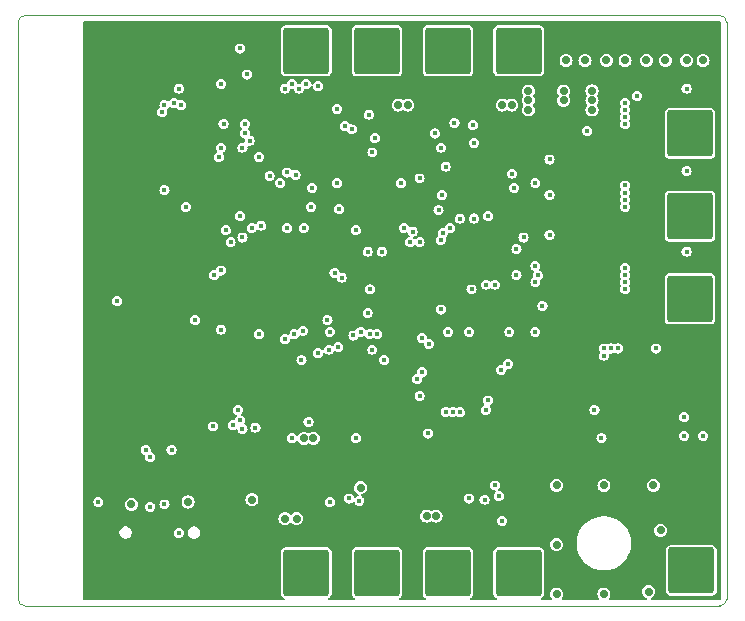
<source format=gbr>
%TF.GenerationSoftware,KiCad,Pcbnew,8.0.3*%
%TF.CreationDate,2024-11-14T20:38:21+13:00*%
%TF.ProjectId,combat-r1,636f6d62-6174-42d7-9231-2e6b69636164,rev?*%
%TF.SameCoordinates,Original*%
%TF.FileFunction,Copper,L2,Inr*%
%TF.FilePolarity,Positive*%
%FSLAX46Y46*%
G04 Gerber Fmt 4.6, Leading zero omitted, Abs format (unit mm)*
G04 Created by KiCad (PCBNEW 8.0.3) date 2024-11-14 20:38:21*
%MOMM*%
%LPD*%
G01*
G04 APERTURE LIST*
G04 Aperture macros list*
%AMRoundRect*
0 Rectangle with rounded corners*
0 $1 Rounding radius*
0 $2 $3 $4 $5 $6 $7 $8 $9 X,Y pos of 4 corners*
0 Add a 4 corners polygon primitive as box body*
4,1,4,$2,$3,$4,$5,$6,$7,$8,$9,$2,$3,0*
0 Add four circle primitives for the rounded corners*
1,1,$1+$1,$2,$3*
1,1,$1+$1,$4,$5*
1,1,$1+$1,$6,$7*
1,1,$1+$1,$8,$9*
0 Add four rect primitives between the rounded corners*
20,1,$1+$1,$2,$3,$4,$5,0*
20,1,$1+$1,$4,$5,$6,$7,0*
20,1,$1+$1,$6,$7,$8,$9,0*
20,1,$1+$1,$8,$9,$2,$3,0*%
G04 Aperture macros list end*
%TA.AperFunction,ComponentPad*%
%ADD10RoundRect,0.250002X-1.699998X-1.699998X1.699998X-1.699998X1.699998X1.699998X-1.699998X1.699998X0*%
%TD*%
%TA.AperFunction,ComponentPad*%
%ADD11O,1.000000X2.100000*%
%TD*%
%TA.AperFunction,ComponentPad*%
%ADD12O,1.000000X1.800000*%
%TD*%
%TA.AperFunction,ComponentPad*%
%ADD13RoundRect,0.250002X1.699998X1.699998X-1.699998X1.699998X-1.699998X-1.699998X1.699998X-1.699998X0*%
%TD*%
%TA.AperFunction,ComponentPad*%
%ADD14R,0.500000X0.900000*%
%TD*%
%TA.AperFunction,ViaPad*%
%ADD15C,0.450000*%
%TD*%
%TA.AperFunction,ViaPad*%
%ADD16C,0.700000*%
%TD*%
%TA.AperFunction,Profile*%
%ADD17C,0.050000*%
%TD*%
G04 APERTURE END LIST*
D10*
%TO.N,Net-(J11-Pin_1)*%
%TO.C,J11*%
X144400000Y-78000000D03*
%TD*%
D11*
%TO.N,GND*%
%TO.C,J4*%
X127680000Y-118295000D03*
D12*
X127680000Y-122475000D03*
D11*
X136320000Y-118295000D03*
D12*
X136320000Y-122475000D03*
%TD*%
D10*
%TO.N,GND*%
%TO.C,J6*%
X177000000Y-115000000D03*
%TD*%
D13*
%TO.N,Net-(J15-Pin_1)*%
%TO.C,J15*%
X162400000Y-122200000D03*
%TD*%
%TO.N,Net-(J16-Pin_1)*%
%TO.C,J16*%
X144400000Y-122200000D03*
%TD*%
%TO.N,Net-(J17-Pin_1)*%
%TO.C,J17*%
X150400000Y-122200000D03*
%TD*%
D10*
%TO.N,/Weapon ESC/VS3*%
%TO.C,J9*%
X176900000Y-99000000D03*
%TD*%
%TO.N,Net-(J13-Pin_1)*%
%TO.C,J13*%
X156400000Y-78000000D03*
%TD*%
%TO.N,/Weapon ESC/VS1*%
%TO.C,J7*%
X176900000Y-85000000D03*
%TD*%
%TO.N,/Weapon ESC/VS2*%
%TO.C,J8*%
X176900000Y-92000000D03*
%TD*%
D13*
%TO.N,Net-(J14-Pin_1)*%
%TO.C,J14*%
X156400000Y-122200000D03*
%TD*%
D10*
%TO.N,Net-(J10-Pin_1)*%
%TO.C,J10*%
X150400000Y-78000000D03*
%TD*%
%TO.N,Net-(J5-Pin_1)*%
%TO.C,J5*%
X177000000Y-122000000D03*
%TD*%
%TO.N,Net-(J12-Pin_1)*%
%TO.C,J12*%
X162400000Y-78000000D03*
%TD*%
D14*
%TO.N,GND*%
%TO.C,ANT1*%
X125725000Y-77750000D03*
%TD*%
D15*
%TO.N,GND*%
X168800000Y-84000000D03*
X126400000Y-111000000D03*
X167600000Y-75800000D03*
X146200000Y-93400000D03*
X136600000Y-78200000D03*
X138800000Y-101800000D03*
X126200000Y-84200000D03*
X144000000Y-107800000D03*
X161000000Y-118800000D03*
X137800000Y-87800000D03*
X158400000Y-94000000D03*
X168900000Y-77400000D03*
X141800000Y-89800000D03*
X148000000Y-82400000D03*
X130600000Y-75800000D03*
X147800000Y-117800000D03*
X179200000Y-77400000D03*
X156000000Y-106600000D03*
X148800000Y-82400000D03*
X151000000Y-111000000D03*
X149800000Y-93200000D03*
X132400000Y-101800000D03*
X176200000Y-75800000D03*
X172300000Y-76500000D03*
X130200000Y-83400000D03*
X162800000Y-84600000D03*
X142800000Y-89600000D03*
X162600000Y-105900000D03*
X136800000Y-116000000D03*
X173400000Y-81400000D03*
X129800000Y-81800000D03*
X135900000Y-80700000D03*
X164600000Y-116600000D03*
X156800000Y-82400000D03*
X177000000Y-75800000D03*
X175200000Y-75800000D03*
X133800000Y-95300000D03*
X131400000Y-83400000D03*
X179200000Y-76500000D03*
X157200000Y-116100000D03*
X168400000Y-75800000D03*
X156600000Y-97000000D03*
X129200000Y-114000000D03*
X131400000Y-85000000D03*
X130200000Y-84600000D03*
X173200000Y-107200000D03*
X172800000Y-75800000D03*
X168800000Y-109400000D03*
X132000000Y-87400000D03*
X126800000Y-75800000D03*
X143000000Y-84600000D03*
X169800000Y-109400000D03*
X127000000Y-107600000D03*
X172200000Y-103400000D03*
X155500000Y-97700000D03*
X133500000Y-84800000D03*
X134200000Y-85600000D03*
X139600000Y-89600000D03*
X169000000Y-85800000D03*
X145400000Y-87400000D03*
X137400000Y-92200000D03*
X140400000Y-77800000D03*
X162400000Y-99800000D03*
X135800000Y-76600000D03*
X173400000Y-112800000D03*
X150200000Y-99800000D03*
X151900000Y-93100000D03*
X140200000Y-99600000D03*
X149799552Y-87388153D03*
X156000000Y-103800000D03*
X129800000Y-121300000D03*
X135800000Y-79600000D03*
X166000000Y-75800000D03*
X126200000Y-81600000D03*
X165500000Y-76500000D03*
X149200000Y-84600000D03*
X158800000Y-103800000D03*
X126800000Y-78000000D03*
X139600000Y-124000000D03*
X130800000Y-77200000D03*
X145300000Y-116300000D03*
X178600000Y-75800000D03*
X136400000Y-94700000D03*
X159000000Y-117800000D03*
X160400000Y-96000000D03*
X144800000Y-97000000D03*
X133400000Y-86400000D03*
X167000000Y-91000000D03*
X156200000Y-110400000D03*
X161800000Y-86400000D03*
X131800000Y-81800000D03*
X172800000Y-110800000D03*
X157000000Y-98200000D03*
X160100000Y-89600000D03*
X164000000Y-103600000D03*
X169000000Y-94000000D03*
X130400000Y-85800000D03*
X169000000Y-99800000D03*
X165500000Y-77400000D03*
X151300000Y-97800000D03*
X172200000Y-106600000D03*
X127800000Y-92400000D03*
X169000000Y-93400000D03*
X147000000Y-117800000D03*
X150600000Y-83800000D03*
X164600000Y-118200000D03*
X144100000Y-83800000D03*
X130600000Y-91400000D03*
X170200000Y-75800000D03*
X144200000Y-85800000D03*
X167700000Y-103000000D03*
X133900000Y-121600000D03*
X152400000Y-111000000D03*
X169000000Y-101000000D03*
X175700000Y-77400000D03*
X152400000Y-105600000D03*
X150200000Y-90600000D03*
X140400000Y-75800000D03*
X162000000Y-110100000D03*
X172300000Y-77400000D03*
X153000000Y-83500000D03*
X128600000Y-78800000D03*
X130400000Y-96000000D03*
X135000000Y-84800000D03*
X141800000Y-85800000D03*
X169400000Y-75800000D03*
X153800000Y-85400000D03*
X173600000Y-75800000D03*
X147800000Y-113000000D03*
X159400000Y-83800000D03*
X129500000Y-105700000D03*
X128400000Y-113000000D03*
X169000000Y-92800000D03*
X141800000Y-83400000D03*
X151000000Y-85400000D03*
X159340000Y-95000000D03*
X177800000Y-75800000D03*
X169000000Y-87000000D03*
X157400000Y-85200000D03*
X126200000Y-86800000D03*
X139576422Y-121570528D03*
X130200000Y-89200000D03*
X126100000Y-93600000D03*
X174000000Y-94600000D03*
X128800000Y-80800000D03*
X144400000Y-103600000D03*
X133600000Y-107800000D03*
X126200000Y-89600000D03*
X143600000Y-114800000D03*
X150800000Y-109800000D03*
X151800000Y-117600000D03*
X171800000Y-75800000D03*
X175700000Y-76500000D03*
X168900000Y-76500000D03*
X169000000Y-100400000D03*
X137000000Y-91000000D03*
X153600000Y-115600000D03*
X174000000Y-87600000D03*
X166800000Y-75800000D03*
X126600000Y-113000000D03*
X154900000Y-98200000D03*
X132400000Y-91400000D03*
X171000000Y-75800000D03*
X178000000Y-103800000D03*
X136600000Y-98400000D03*
X153200000Y-110400000D03*
X168000000Y-89200000D03*
X169000000Y-86400000D03*
X137581675Y-75799999D03*
X132600000Y-76600000D03*
X142000000Y-112200000D03*
X142400000Y-97300000D03*
X140200000Y-95200000D03*
X128400000Y-75800000D03*
X158400000Y-96000000D03*
X164500000Y-92500000D03*
X169800000Y-81400000D03*
X135000000Y-86400000D03*
X132600000Y-79600000D03*
X126000000Y-97200000D03*
X157400000Y-105200000D03*
X174400000Y-75800000D03*
X159800000Y-117800000D03*
X137100000Y-109100000D03*
X131600000Y-114000000D03*
X160400000Y-94000000D03*
X134925000Y-88400000D03*
X129600000Y-101800000D03*
X158800000Y-106600000D03*
X146400000Y-88000000D03*
X142000000Y-114200000D03*
X138300000Y-81400000D03*
X149000000Y-119100000D03*
X157600000Y-82400000D03*
X152200000Y-83500000D03*
X150200000Y-89000000D03*
%TO.N,/Radio/D1*%
X137200000Y-86200000D03*
X139200000Y-84200000D03*
%TO.N,/Radio/MOSI*%
X142600000Y-81200000D03*
X133200000Y-82400000D03*
%TO.N,/Radio/~{CS}*%
X132200000Y-83200000D03*
X144400000Y-80800000D03*
%TO.N,/Radio/MISO*%
X143200000Y-80800000D03*
X133800000Y-82600000D03*
%TO.N,/Radio/SCK*%
X143800000Y-81200000D03*
X132400000Y-82600000D03*
%TO.N,/Radio/BUSY*%
X139200000Y-85000000D03*
X137000000Y-87000000D03*
%TO.N,Net-(U2-DCC_FB)*%
X137400000Y-84200000D03*
X132400000Y-89800000D03*
%TO.N,Net-(U2-VBAT)*%
X139000000Y-86200000D03*
X137200000Y-80800000D03*
X133600000Y-81200000D03*
%TO.N,RF_~{RESET}*%
X147200000Y-91400000D03*
X150000000Y-86600000D03*
%TO.N,/Radio/RF_BTN*%
X128400000Y-99200000D03*
X145400000Y-81000000D03*
%TO.N,/Weapon ESC/VB3*%
X164400000Y-99600000D03*
X163800000Y-97600000D03*
D16*
%TO.N,+12V*%
X174400000Y-118600000D03*
X169600000Y-114800000D03*
X165600000Y-114800000D03*
D15*
X169600000Y-103200000D03*
X153200000Y-94200000D03*
D16*
X168000000Y-78800000D03*
X142600000Y-117600000D03*
X165600000Y-124000000D03*
D15*
X169600000Y-103800000D03*
D16*
X161000000Y-82600000D03*
D15*
X154000000Y-94200000D03*
D16*
X176600000Y-78800000D03*
X169600000Y-124000000D03*
X173800000Y-114800000D03*
D15*
X178000000Y-110600000D03*
D16*
X166400000Y-78800000D03*
X166200000Y-82200000D03*
X169800000Y-78800000D03*
X168600000Y-82200000D03*
D15*
X170800000Y-103200000D03*
D16*
X174800000Y-78800000D03*
D15*
X162000000Y-89600000D03*
D16*
X154600000Y-117400000D03*
X161800000Y-82600000D03*
X168600000Y-83000000D03*
D15*
X176400000Y-109000000D03*
D16*
X165600000Y-119800000D03*
X153000000Y-82600000D03*
X166200000Y-81400000D03*
X173200000Y-78800000D03*
X178000000Y-78800000D03*
X168600000Y-81400000D03*
X155400000Y-117400000D03*
X171400000Y-78800000D03*
X152200000Y-82600000D03*
X173400000Y-123800000D03*
X143600000Y-117600000D03*
D15*
X170200000Y-103200000D03*
%TO.N,+3.3V*%
X138800000Y-77800000D03*
X149600000Y-100200000D03*
X144000000Y-104200000D03*
X152400000Y-89200000D03*
X137200000Y-101600000D03*
X147000000Y-89200000D03*
X145400000Y-103600000D03*
X148600000Y-93200000D03*
X158600000Y-85800000D03*
X155800000Y-86200000D03*
X138800000Y-92000000D03*
D16*
X145000000Y-110800000D03*
D15*
X161600000Y-101800000D03*
X155800000Y-99900000D03*
X144900000Y-89600000D03*
X160400000Y-114800000D03*
X154700000Y-110400000D03*
X139400000Y-80000000D03*
X148250000Y-84650000D03*
X149800000Y-98200000D03*
X148600000Y-110800000D03*
D16*
X144200000Y-110800000D03*
D15*
X140100000Y-109900000D03*
X158400000Y-98200000D03*
%TO.N,ESC_~{RESET}*%
X158200000Y-101800000D03*
X144200000Y-93000000D03*
%TO.N,MAIN_~{RESET}*%
X144800000Y-91200000D03*
%TO.N,Net-(U12-SW)*%
X168800000Y-108400000D03*
X176400000Y-110600000D03*
%TO.N,Net-(D6-A)*%
X169400000Y-110800000D03*
X174000000Y-103200000D03*
D16*
%TO.N,+5V*%
X139800000Y-116000000D03*
X149000000Y-115000000D03*
D15*
%TO.N,/Drive ESC/DRV_BTN*%
X142800000Y-93000000D03*
X135000000Y-100800000D03*
%TO.N,/Radio/RF_LED*%
X137600000Y-93200000D03*
X142200000Y-89200000D03*
%TO.N,/Radio/SWCLK*%
X140400000Y-87000000D03*
%TO.N,/Radio/SWDIO*%
X139600000Y-85600000D03*
%TO.N,/Weapon ESC/SWCLK*%
X159800000Y-107600000D03*
%TO.N,/Weapon ESC/SWDIO*%
X159600000Y-108400000D03*
%TO.N,ESC_NTC*%
X139800000Y-93000000D03*
X150200000Y-85400000D03*
X165000000Y-90200000D03*
X156200000Y-87800000D03*
%TO.N,/Drive ESC/SWDIO*%
X144100000Y-101700000D03*
%TO.N,/Drive ESC/SWCLK*%
X146200000Y-100800000D03*
%TO.N,Net-(J4-D--PadA7)*%
X132400000Y-116400000D03*
X131200000Y-116600000D03*
D16*
%TO.N,Net-(U11-VP)*%
X129600000Y-116400000D03*
X134400000Y-116200000D03*
D15*
%TO.N,Net-(J4-CC2)*%
X126800000Y-116200000D03*
X133600000Y-118800000D03*
%TO.N,Net-(Q1-G)*%
X172400000Y-81800000D03*
X168200000Y-84800000D03*
%TO.N,/Weapon ESC/LO1*%
X165000000Y-87200000D03*
X160400000Y-97800000D03*
%TO.N,/Weapon ESC/FB1*%
X154200000Y-102300000D03*
X176600000Y-81200000D03*
%TO.N,/Weapon ESC/HO2*%
X162800000Y-93800000D03*
X162200000Y-94800000D03*
%TO.N,/Weapon ESC/FB2*%
X176600000Y-88200000D03*
X154800000Y-102800000D03*
%TO.N,/Weapon ESC/LO2*%
X159600000Y-97800000D03*
X165000000Y-93600000D03*
%TO.N,/Weapon ESC/HO3*%
X162200000Y-97000000D03*
X164000000Y-97000000D03*
%TO.N,/Weapon ESC/FB3*%
X156400000Y-101800000D03*
X176600000Y-95000000D03*
%TO.N,/Weapon ESC/FBCOM*%
X150000000Y-103300000D03*
X151000000Y-104200000D03*
%TO.N,/Radio/~{SX_RESET}*%
X141300000Y-88600000D03*
X134200000Y-91200000D03*
%TO.N,RF_RX*%
X143500000Y-88500000D03*
X139000000Y-93800000D03*
%TO.N,/Drive ESC/DIR_A*%
X147664065Y-84378439D03*
X137200000Y-96600000D03*
%TO.N,/Drive ESC/PWM_2A*%
X148400000Y-102100000D03*
X155600000Y-91500000D03*
X153400000Y-93300000D03*
X147000000Y-82900000D03*
%TO.N,/Drive ESC/~{SLEEP}*%
X158200000Y-115900000D03*
X149700000Y-83400000D03*
X138600000Y-108400000D03*
X146400000Y-116200000D03*
X158500000Y-84300000D03*
%TO.N,/Drive ESC/DIR_B*%
X156950000Y-84100000D03*
X136600000Y-97000000D03*
%TO.N,/Drive ESC/PWM_2B*%
X152664065Y-92978439D03*
X155300000Y-85000000D03*
X149000000Y-101800000D03*
X155900000Y-90200000D03*
%TO.N,/Drive ESC/DIR_C*%
X159500000Y-116000000D03*
X138200000Y-109700000D03*
%TO.N,USB_D_P*%
X131200000Y-112400000D03*
X143400000Y-102000000D03*
%TO.N,/Drive ESC/PWM_2C*%
X160700000Y-115700000D03*
X139000000Y-110000000D03*
%TO.N,/Drive ESC/I2C_SCL*%
X149774997Y-102000000D03*
X150800000Y-95000000D03*
%TO.N,/Drive ESC/DIR_D*%
X148000000Y-115900000D03*
X138800000Y-109300000D03*
%TO.N,ESC_PPM*%
X140400000Y-102000000D03*
X146400000Y-101800000D03*
%TO.N,/Drive ESC/I2C_SDA*%
X149600000Y-95000000D03*
X150400000Y-102000000D03*
%TO.N,/Drive ESC/PWM_2D*%
X148900000Y-116100000D03*
X136500000Y-109800000D03*
%TO.N,USB_D_N*%
X142600000Y-102400000D03*
X130800000Y-111800000D03*
%TO.N,/Weapon ESC/CH*%
X157400000Y-92200000D03*
X156200000Y-108600000D03*
%TO.N,/Weapon ESC/CL*%
X154200000Y-105200000D03*
X155800000Y-94000000D03*
%TO.N,/Weapon ESC/BL*%
X153800000Y-105800000D03*
X156000000Y-93400000D03*
%TO.N,/Weapon ESC/AH*%
X159800000Y-92000000D03*
X157400000Y-108600000D03*
%TO.N,/Weapon ESC/BH*%
X158600000Y-92200000D03*
X156800000Y-108600000D03*
%TO.N,/Weapon ESC/AL*%
X156600000Y-93000000D03*
X154000000Y-107200000D03*
%TO.N,ESC_TX*%
X160900000Y-105000000D03*
X146800000Y-96800000D03*
%TO.N,ESC_RX*%
X161500000Y-104500000D03*
X147400000Y-97200000D03*
%TO.N,ESC_CUR*%
X154000000Y-88800000D03*
X140600000Y-92800000D03*
%TO.N,Net-(D2-A)*%
X163800000Y-89200000D03*
X171400000Y-97600000D03*
X171400000Y-91200000D03*
X161800000Y-88400000D03*
X171400000Y-90600000D03*
X171400000Y-90000000D03*
D16*
X163200000Y-83000000D03*
D15*
X171400000Y-84200000D03*
X163800000Y-96200000D03*
X171400000Y-82400000D03*
X171400000Y-83600000D03*
D16*
X163200000Y-81400000D03*
D15*
X171400000Y-89400000D03*
X171400000Y-97000000D03*
X171400000Y-96400000D03*
X163800000Y-101800000D03*
X171400000Y-98200000D03*
D16*
X163200000Y-82200000D03*
D15*
X171400000Y-83000000D03*
%TO.N,/Drive ESC/VBAT_ADC*%
X161000000Y-117800000D03*
X133000000Y-111800000D03*
%TO.N,/Drive ESC/MEM_SCK*%
X146300000Y-103300000D03*
X143200000Y-110800000D03*
%TO.N,/Drive ESC/MEM_MOSI*%
X147100000Y-103100000D03*
X144600000Y-109400000D03*
%TO.N,RF_TX*%
X142800000Y-88300000D03*
X138000000Y-94200000D03*
%TD*%
%TA.AperFunction,Conductor*%
%TO.N,GND*%
G36*
X179412583Y-75503872D02*
G01*
X179418082Y-75505345D01*
X179423256Y-75506731D01*
X179474573Y-75540051D01*
X179493267Y-75576737D01*
X179496127Y-75587411D01*
X179499500Y-75613033D01*
X179499500Y-124386966D01*
X179496127Y-124412588D01*
X179493267Y-124423262D01*
X179459943Y-124474577D01*
X179423265Y-124493266D01*
X179412592Y-124496126D01*
X179386967Y-124499500D01*
X173647489Y-124499500D01*
X173589298Y-124480593D01*
X173553334Y-124431093D01*
X173553334Y-124369907D01*
X173589298Y-124320407D01*
X173609604Y-124309036D01*
X173625329Y-124302522D01*
X173677625Y-124280861D01*
X173792621Y-124192621D01*
X173880861Y-124077625D01*
X173936330Y-123943709D01*
X173955250Y-123800000D01*
X173953235Y-123784698D01*
X173936330Y-123656291D01*
X173880861Y-123522375D01*
X173792621Y-123407379D01*
X173677625Y-123319139D01*
X173677621Y-123319137D01*
X173543709Y-123263670D01*
X173543708Y-123263669D01*
X173400000Y-123244750D01*
X173256291Y-123263669D01*
X173256290Y-123263670D01*
X173122378Y-123319137D01*
X173122374Y-123319139D01*
X173007381Y-123407377D01*
X173007377Y-123407381D01*
X172919139Y-123522374D01*
X172919137Y-123522378D01*
X172863670Y-123656290D01*
X172863669Y-123656291D01*
X172844750Y-123799999D01*
X172844750Y-123800000D01*
X172863669Y-123943708D01*
X172863670Y-123943709D01*
X172896159Y-124022147D01*
X172919139Y-124077625D01*
X173007379Y-124192621D01*
X173122375Y-124280861D01*
X173159872Y-124296392D01*
X173190396Y-124309036D01*
X173236922Y-124348772D01*
X173251206Y-124408267D01*
X173227792Y-124464795D01*
X173175623Y-124496765D01*
X173152511Y-124499500D01*
X170111362Y-124499500D01*
X170053171Y-124480593D01*
X170017207Y-124431093D01*
X170017207Y-124369907D01*
X170032818Y-124340234D01*
X170080861Y-124277625D01*
X170136330Y-124143709D01*
X170155250Y-124000000D01*
X170153235Y-123984698D01*
X170136330Y-123856291D01*
X170080861Y-123722375D01*
X169992621Y-123607379D01*
X169877625Y-123519139D01*
X169877621Y-123519137D01*
X169743709Y-123463670D01*
X169743708Y-123463669D01*
X169600000Y-123444750D01*
X169456291Y-123463669D01*
X169456290Y-123463670D01*
X169322378Y-123519137D01*
X169322374Y-123519139D01*
X169207381Y-123607377D01*
X169207377Y-123607381D01*
X169119139Y-123722374D01*
X169119137Y-123722378D01*
X169063670Y-123856290D01*
X169063669Y-123856291D01*
X169044750Y-123999999D01*
X169044750Y-124000000D01*
X169063669Y-124143708D01*
X169063670Y-124143709D01*
X169096159Y-124222147D01*
X169119139Y-124277625D01*
X169167180Y-124340233D01*
X169187604Y-124397908D01*
X169170227Y-124456574D01*
X169121686Y-124493821D01*
X169088638Y-124499500D01*
X166111362Y-124499500D01*
X166053171Y-124480593D01*
X166017207Y-124431093D01*
X166017207Y-124369907D01*
X166032818Y-124340234D01*
X166080861Y-124277625D01*
X166136330Y-124143709D01*
X166155250Y-124000000D01*
X166153235Y-123984698D01*
X166136330Y-123856291D01*
X166080861Y-123722375D01*
X165992621Y-123607379D01*
X165877625Y-123519139D01*
X165877621Y-123519137D01*
X165743709Y-123463670D01*
X165743708Y-123463669D01*
X165600000Y-123444750D01*
X165456291Y-123463669D01*
X165456290Y-123463670D01*
X165322378Y-123519137D01*
X165322374Y-123519139D01*
X165207381Y-123607377D01*
X165207377Y-123607381D01*
X165119139Y-123722374D01*
X165119137Y-123722378D01*
X165063670Y-123856290D01*
X165063669Y-123856291D01*
X165044750Y-123999999D01*
X165044750Y-124000000D01*
X165063669Y-124143708D01*
X165063670Y-124143709D01*
X165096159Y-124222147D01*
X165119139Y-124277625D01*
X165167180Y-124340233D01*
X165187604Y-124397908D01*
X165170227Y-124456574D01*
X165121686Y-124493821D01*
X165088638Y-124499500D01*
X164333396Y-124499500D01*
X164275205Y-124480593D01*
X164239241Y-124431093D01*
X164239241Y-124369907D01*
X164275205Y-124320407D01*
X164300695Y-124307056D01*
X164312881Y-124302793D01*
X164422149Y-124222149D01*
X164502793Y-124112881D01*
X164547646Y-123984698D01*
X164550499Y-123954271D01*
X164550500Y-123954271D01*
X164550500Y-120445729D01*
X164550499Y-120445727D01*
X164550061Y-120441058D01*
X164547646Y-120415302D01*
X164502793Y-120287119D01*
X164422149Y-120177851D01*
X164312881Y-120097207D01*
X164312880Y-120097206D01*
X164184702Y-120052355D01*
X164184693Y-120052353D01*
X164154272Y-120049500D01*
X164154264Y-120049500D01*
X160645736Y-120049500D01*
X160645727Y-120049500D01*
X160615306Y-120052353D01*
X160615297Y-120052355D01*
X160487119Y-120097206D01*
X160377852Y-120177850D01*
X160377850Y-120177852D01*
X160297206Y-120287119D01*
X160252355Y-120415297D01*
X160252353Y-120415306D01*
X160249500Y-120445727D01*
X160249500Y-123954272D01*
X160252353Y-123984693D01*
X160252355Y-123984702D01*
X160297206Y-124112880D01*
X160319959Y-124143709D01*
X160377851Y-124222149D01*
X160487119Y-124302793D01*
X160499302Y-124307056D01*
X160547982Y-124344121D01*
X160565579Y-124402721D01*
X160545371Y-124460473D01*
X160495077Y-124495317D01*
X160466604Y-124499500D01*
X158333396Y-124499500D01*
X158275205Y-124480593D01*
X158239241Y-124431093D01*
X158239241Y-124369907D01*
X158275205Y-124320407D01*
X158300695Y-124307056D01*
X158312881Y-124302793D01*
X158422149Y-124222149D01*
X158502793Y-124112881D01*
X158547646Y-123984698D01*
X158550499Y-123954271D01*
X158550500Y-123954271D01*
X158550500Y-120445729D01*
X158550499Y-120445727D01*
X158550061Y-120441058D01*
X158547646Y-120415302D01*
X158502793Y-120287119D01*
X158422149Y-120177851D01*
X158312881Y-120097207D01*
X158312880Y-120097206D01*
X158184702Y-120052355D01*
X158184693Y-120052353D01*
X158154272Y-120049500D01*
X158154264Y-120049500D01*
X154645736Y-120049500D01*
X154645727Y-120049500D01*
X154615306Y-120052353D01*
X154615297Y-120052355D01*
X154487119Y-120097206D01*
X154377852Y-120177850D01*
X154377850Y-120177852D01*
X154297206Y-120287119D01*
X154252355Y-120415297D01*
X154252353Y-120415306D01*
X154249500Y-120445727D01*
X154249500Y-123954272D01*
X154252353Y-123984693D01*
X154252355Y-123984702D01*
X154297206Y-124112880D01*
X154319959Y-124143709D01*
X154377851Y-124222149D01*
X154487119Y-124302793D01*
X154499302Y-124307056D01*
X154547982Y-124344121D01*
X154565579Y-124402721D01*
X154545371Y-124460473D01*
X154495077Y-124495317D01*
X154466604Y-124499500D01*
X152333396Y-124499500D01*
X152275205Y-124480593D01*
X152239241Y-124431093D01*
X152239241Y-124369907D01*
X152275205Y-124320407D01*
X152300695Y-124307056D01*
X152312881Y-124302793D01*
X152422149Y-124222149D01*
X152502793Y-124112881D01*
X152547646Y-123984698D01*
X152550499Y-123954271D01*
X152550500Y-123954271D01*
X152550500Y-120445729D01*
X152550499Y-120445727D01*
X152550061Y-120441058D01*
X152547646Y-120415302D01*
X152502793Y-120287119D01*
X152422149Y-120177851D01*
X152312881Y-120097207D01*
X152312880Y-120097206D01*
X152184702Y-120052355D01*
X152184693Y-120052353D01*
X152154272Y-120049500D01*
X152154264Y-120049500D01*
X148645736Y-120049500D01*
X148645727Y-120049500D01*
X148615306Y-120052353D01*
X148615297Y-120052355D01*
X148487119Y-120097206D01*
X148377852Y-120177850D01*
X148377850Y-120177852D01*
X148297206Y-120287119D01*
X148252355Y-120415297D01*
X148252353Y-120415306D01*
X148249500Y-120445727D01*
X148249500Y-123954272D01*
X148252353Y-123984693D01*
X148252355Y-123984702D01*
X148297206Y-124112880D01*
X148319959Y-124143709D01*
X148377851Y-124222149D01*
X148487119Y-124302793D01*
X148499302Y-124307056D01*
X148547982Y-124344121D01*
X148565579Y-124402721D01*
X148545371Y-124460473D01*
X148495077Y-124495317D01*
X148466604Y-124499500D01*
X146333396Y-124499500D01*
X146275205Y-124480593D01*
X146239241Y-124431093D01*
X146239241Y-124369907D01*
X146275205Y-124320407D01*
X146300695Y-124307056D01*
X146312881Y-124302793D01*
X146422149Y-124222149D01*
X146502793Y-124112881D01*
X146547646Y-123984698D01*
X146550499Y-123954271D01*
X146550500Y-123954271D01*
X146550500Y-120445729D01*
X146550499Y-120445727D01*
X146550061Y-120441058D01*
X146547646Y-120415302D01*
X146502793Y-120287119D01*
X146422149Y-120177851D01*
X146312881Y-120097207D01*
X146312880Y-120097206D01*
X146184702Y-120052355D01*
X146184693Y-120052353D01*
X146154272Y-120049500D01*
X146154264Y-120049500D01*
X142645736Y-120049500D01*
X142645727Y-120049500D01*
X142615306Y-120052353D01*
X142615297Y-120052355D01*
X142487119Y-120097206D01*
X142377852Y-120177850D01*
X142377850Y-120177852D01*
X142297206Y-120287119D01*
X142252355Y-120415297D01*
X142252353Y-120415306D01*
X142249500Y-120445727D01*
X142249500Y-123954272D01*
X142252353Y-123984693D01*
X142252355Y-123984702D01*
X142297206Y-124112880D01*
X142319959Y-124143709D01*
X142377851Y-124222149D01*
X142487119Y-124302793D01*
X142499302Y-124307056D01*
X142547982Y-124344121D01*
X142565579Y-124402721D01*
X142545371Y-124460473D01*
X142495077Y-124495317D01*
X142466604Y-124499500D01*
X125599000Y-124499500D01*
X125540809Y-124480593D01*
X125504845Y-124431093D01*
X125500000Y-124400500D01*
X125500000Y-119799999D01*
X165044750Y-119799999D01*
X165044750Y-119800000D01*
X165063669Y-119943708D01*
X165063670Y-119943709D01*
X165108671Y-120052354D01*
X165119139Y-120077625D01*
X165207379Y-120192621D01*
X165322375Y-120280861D01*
X165456291Y-120336330D01*
X165600000Y-120355250D01*
X165743709Y-120336330D01*
X165877625Y-120280861D01*
X165992621Y-120192621D01*
X166080861Y-120077625D01*
X166136330Y-119943709D01*
X166155250Y-119800000D01*
X166136330Y-119656291D01*
X166091978Y-119549215D01*
X167299500Y-119549215D01*
X167299500Y-119850784D01*
X167338861Y-120149760D01*
X167338861Y-120149765D01*
X167416911Y-120441050D01*
X167416915Y-120441063D01*
X167532313Y-120719660D01*
X167532315Y-120719664D01*
X167532317Y-120719668D01*
X167683100Y-120980832D01*
X167683102Y-120980835D01*
X167866675Y-121220073D01*
X167866677Y-121220075D01*
X167866681Y-121220080D01*
X168079920Y-121433319D01*
X168079924Y-121433322D01*
X168079926Y-121433324D01*
X168319164Y-121616897D01*
X168319168Y-121616900D01*
X168580332Y-121767683D01*
X168858942Y-121883087D01*
X169150232Y-121961138D01*
X169449217Y-122000500D01*
X169449218Y-122000500D01*
X169750782Y-122000500D01*
X169750783Y-122000500D01*
X170049768Y-121961138D01*
X170341058Y-121883087D01*
X170619668Y-121767683D01*
X170880832Y-121616900D01*
X171120080Y-121433319D01*
X171333319Y-121220080D01*
X171516900Y-120980832D01*
X171667683Y-120719668D01*
X171783087Y-120441058D01*
X171835426Y-120245727D01*
X174849500Y-120245727D01*
X174849500Y-123754272D01*
X174852353Y-123784693D01*
X174852355Y-123784702D01*
X174897206Y-123912880D01*
X174919959Y-123943709D01*
X174977851Y-124022149D01*
X175087119Y-124102793D01*
X175215302Y-124147646D01*
X175245727Y-124150499D01*
X175245729Y-124150500D01*
X175245736Y-124150500D01*
X178754271Y-124150500D01*
X178754271Y-124150499D01*
X178784698Y-124147646D01*
X178912881Y-124102793D01*
X179022149Y-124022149D01*
X179102793Y-123912881D01*
X179147646Y-123784698D01*
X179150499Y-123754271D01*
X179150500Y-123754271D01*
X179150500Y-120245729D01*
X179150499Y-120245727D01*
X179147646Y-120215306D01*
X179147646Y-120215302D01*
X179102793Y-120087119D01*
X179022149Y-119977851D01*
X178912881Y-119897207D01*
X178912880Y-119897206D01*
X178784702Y-119852355D01*
X178784693Y-119852353D01*
X178754272Y-119849500D01*
X178754264Y-119849500D01*
X175245736Y-119849500D01*
X175245727Y-119849500D01*
X175215306Y-119852353D01*
X175215297Y-119852355D01*
X175087119Y-119897206D01*
X174977852Y-119977850D01*
X174977850Y-119977852D01*
X174897206Y-120087119D01*
X174852355Y-120215297D01*
X174852353Y-120215306D01*
X174849500Y-120245727D01*
X171835426Y-120245727D01*
X171861138Y-120149768D01*
X171900500Y-119850783D01*
X171900500Y-119549217D01*
X171861138Y-119250232D01*
X171783087Y-118958942D01*
X171667683Y-118680332D01*
X171621303Y-118599999D01*
X173844750Y-118599999D01*
X173844750Y-118600000D01*
X173863669Y-118743708D01*
X173863670Y-118743709D01*
X173919139Y-118877625D01*
X174007379Y-118992621D01*
X174122375Y-119080861D01*
X174256291Y-119136330D01*
X174400000Y-119155250D01*
X174543709Y-119136330D01*
X174677625Y-119080861D01*
X174792621Y-118992621D01*
X174880861Y-118877625D01*
X174936330Y-118743709D01*
X174955250Y-118600000D01*
X174936330Y-118456291D01*
X174880861Y-118322375D01*
X174792621Y-118207379D01*
X174677625Y-118119139D01*
X174677621Y-118119137D01*
X174543709Y-118063670D01*
X174543708Y-118063669D01*
X174400000Y-118044750D01*
X174256291Y-118063669D01*
X174256290Y-118063670D01*
X174122378Y-118119137D01*
X174122374Y-118119139D01*
X174007381Y-118207377D01*
X174007377Y-118207381D01*
X173919139Y-118322374D01*
X173919137Y-118322378D01*
X173863670Y-118456290D01*
X173863669Y-118456291D01*
X173844750Y-118599999D01*
X171621303Y-118599999D01*
X171516900Y-118419168D01*
X171442631Y-118322378D01*
X171333324Y-118179926D01*
X171333322Y-118179924D01*
X171333319Y-118179920D01*
X171120080Y-117966681D01*
X171120075Y-117966677D01*
X171120073Y-117966675D01*
X170880835Y-117783102D01*
X170880832Y-117783100D01*
X170619668Y-117632317D01*
X170619664Y-117632315D01*
X170619660Y-117632313D01*
X170341063Y-117516915D01*
X170341062Y-117516914D01*
X170341058Y-117516913D01*
X170049768Y-117438862D01*
X170049765Y-117438861D01*
X170049763Y-117438861D01*
X169750784Y-117399500D01*
X169750783Y-117399500D01*
X169449217Y-117399500D01*
X169449215Y-117399500D01*
X169150239Y-117438861D01*
X169150234Y-117438861D01*
X168858949Y-117516911D01*
X168858936Y-117516915D01*
X168580339Y-117632313D01*
X168319164Y-117783102D01*
X168079926Y-117966675D01*
X167866675Y-118179926D01*
X167683102Y-118419164D01*
X167532313Y-118680339D01*
X167416915Y-118958936D01*
X167416911Y-118958949D01*
X167338861Y-119250234D01*
X167338861Y-119250239D01*
X167299500Y-119549215D01*
X166091978Y-119549215D01*
X166080861Y-119522375D01*
X165992621Y-119407379D01*
X165877625Y-119319139D01*
X165877621Y-119319137D01*
X165743709Y-119263670D01*
X165743708Y-119263669D01*
X165600000Y-119244750D01*
X165456291Y-119263669D01*
X165456290Y-119263670D01*
X165322378Y-119319137D01*
X165322374Y-119319139D01*
X165207381Y-119407377D01*
X165207377Y-119407381D01*
X165119139Y-119522374D01*
X165119137Y-119522378D01*
X165063670Y-119656290D01*
X165063669Y-119656291D01*
X165044750Y-119799999D01*
X125500000Y-119799999D01*
X125500000Y-118725817D01*
X128584500Y-118725817D01*
X128584500Y-118864183D01*
X128620312Y-118997836D01*
X128689495Y-119117665D01*
X128787335Y-119215505D01*
X128907164Y-119284688D01*
X129040817Y-119320500D01*
X129040819Y-119320500D01*
X129179181Y-119320500D01*
X129179183Y-119320500D01*
X129312836Y-119284688D01*
X129432665Y-119215505D01*
X129530505Y-119117665D01*
X129599688Y-118997836D01*
X129635500Y-118864183D01*
X129635500Y-118799999D01*
X133169196Y-118799999D01*
X133169196Y-118800000D01*
X133190281Y-118933127D01*
X133190282Y-118933129D01*
X133223252Y-118997836D01*
X133251472Y-119053220D01*
X133346780Y-119148528D01*
X133466874Y-119209719D01*
X133600000Y-119230804D01*
X133733126Y-119209719D01*
X133853220Y-119148528D01*
X133948528Y-119053220D01*
X134009719Y-118933126D01*
X134030804Y-118800000D01*
X134019055Y-118725817D01*
X134364500Y-118725817D01*
X134364500Y-118864183D01*
X134400312Y-118997836D01*
X134469495Y-119117665D01*
X134567335Y-119215505D01*
X134687164Y-119284688D01*
X134820817Y-119320500D01*
X134820819Y-119320500D01*
X134959181Y-119320500D01*
X134959183Y-119320500D01*
X135092836Y-119284688D01*
X135212665Y-119215505D01*
X135310505Y-119117665D01*
X135379688Y-118997836D01*
X135415500Y-118864183D01*
X135415500Y-118725817D01*
X135379688Y-118592164D01*
X135310505Y-118472335D01*
X135212665Y-118374495D01*
X135092836Y-118305312D01*
X134959183Y-118269500D01*
X134820817Y-118269500D01*
X134687164Y-118305312D01*
X134567335Y-118374495D01*
X134469495Y-118472335D01*
X134400312Y-118592164D01*
X134364500Y-118725817D01*
X134019055Y-118725817D01*
X134009719Y-118666874D01*
X133948528Y-118546780D01*
X133853220Y-118451472D01*
X133853217Y-118451470D01*
X133733129Y-118390282D01*
X133733127Y-118390281D01*
X133600000Y-118369196D01*
X133466872Y-118390281D01*
X133466870Y-118390282D01*
X133346782Y-118451470D01*
X133251470Y-118546782D01*
X133190282Y-118666870D01*
X133190281Y-118666872D01*
X133169196Y-118799999D01*
X129635500Y-118799999D01*
X129635500Y-118725817D01*
X129599688Y-118592164D01*
X129530505Y-118472335D01*
X129432665Y-118374495D01*
X129312836Y-118305312D01*
X129179183Y-118269500D01*
X129040817Y-118269500D01*
X128907164Y-118305312D01*
X128787335Y-118374495D01*
X128689495Y-118472335D01*
X128620312Y-118592164D01*
X128584500Y-118725817D01*
X125500000Y-118725817D01*
X125500000Y-117599999D01*
X142044750Y-117599999D01*
X142044750Y-117600000D01*
X142063669Y-117743708D01*
X142063670Y-117743709D01*
X142099999Y-117831418D01*
X142119139Y-117877625D01*
X142207379Y-117992621D01*
X142322375Y-118080861D01*
X142456291Y-118136330D01*
X142600000Y-118155250D01*
X142743709Y-118136330D01*
X142877625Y-118080861D01*
X142992621Y-117992621D01*
X143021458Y-117955039D01*
X143071882Y-117920384D01*
X143133047Y-117921985D01*
X143178541Y-117955039D01*
X143207379Y-117992621D01*
X143322375Y-118080861D01*
X143456291Y-118136330D01*
X143600000Y-118155250D01*
X143743709Y-118136330D01*
X143877625Y-118080861D01*
X143992621Y-117992621D01*
X144080861Y-117877625D01*
X144136330Y-117743709D01*
X144155250Y-117600000D01*
X144144311Y-117516915D01*
X144136330Y-117456291D01*
X144113013Y-117399999D01*
X154044750Y-117399999D01*
X154044750Y-117400000D01*
X154063669Y-117543708D01*
X154063670Y-117543709D01*
X154119139Y-117677625D01*
X154207379Y-117792621D01*
X154322375Y-117880861D01*
X154456291Y-117936330D01*
X154600000Y-117955250D01*
X154743709Y-117936330D01*
X154877625Y-117880861D01*
X154939732Y-117833203D01*
X154997407Y-117812779D01*
X155056073Y-117830156D01*
X155060268Y-117833204D01*
X155122369Y-117880857D01*
X155122371Y-117880858D01*
X155122375Y-117880861D01*
X155256291Y-117936330D01*
X155400000Y-117955250D01*
X155543709Y-117936330D01*
X155677625Y-117880861D01*
X155783006Y-117799999D01*
X160569196Y-117799999D01*
X160569196Y-117800000D01*
X160590281Y-117933127D01*
X160590282Y-117933129D01*
X160647156Y-118044750D01*
X160651472Y-118053220D01*
X160746780Y-118148528D01*
X160746782Y-118148529D01*
X160862277Y-118207377D01*
X160866874Y-118209719D01*
X161000000Y-118230804D01*
X161133126Y-118209719D01*
X161253220Y-118148528D01*
X161348528Y-118053220D01*
X161409719Y-117933126D01*
X161430804Y-117800000D01*
X161429635Y-117792622D01*
X161421888Y-117743708D01*
X161409719Y-117666874D01*
X161348528Y-117546780D01*
X161253220Y-117451472D01*
X161253217Y-117451470D01*
X161133129Y-117390282D01*
X161133127Y-117390281D01*
X161000000Y-117369196D01*
X160866872Y-117390281D01*
X160866870Y-117390282D01*
X160746782Y-117451470D01*
X160651470Y-117546782D01*
X160590282Y-117666870D01*
X160590281Y-117666872D01*
X160569196Y-117799999D01*
X155783006Y-117799999D01*
X155792621Y-117792621D01*
X155880861Y-117677625D01*
X155936330Y-117543709D01*
X155955250Y-117400000D01*
X155953970Y-117390281D01*
X155936330Y-117256291D01*
X155880861Y-117122375D01*
X155792621Y-117007379D01*
X155677625Y-116919139D01*
X155677621Y-116919137D01*
X155543709Y-116863670D01*
X155543708Y-116863669D01*
X155400000Y-116844750D01*
X155256291Y-116863669D01*
X155256290Y-116863670D01*
X155122378Y-116919137D01*
X155122374Y-116919139D01*
X155099971Y-116936330D01*
X155075315Y-116955250D01*
X155060268Y-116966796D01*
X155002592Y-116987220D01*
X154943926Y-116969843D01*
X154939732Y-116966796D01*
X154924685Y-116955250D01*
X154877625Y-116919139D01*
X154877621Y-116919137D01*
X154743709Y-116863670D01*
X154743708Y-116863669D01*
X154600000Y-116844750D01*
X154456291Y-116863669D01*
X154456290Y-116863670D01*
X154322378Y-116919137D01*
X154322374Y-116919139D01*
X154207381Y-117007377D01*
X154207377Y-117007381D01*
X154119139Y-117122374D01*
X154119137Y-117122378D01*
X154063670Y-117256290D01*
X154063669Y-117256291D01*
X154044750Y-117399999D01*
X144113013Y-117399999D01*
X144080861Y-117322375D01*
X143992621Y-117207379D01*
X143877625Y-117119139D01*
X143877621Y-117119137D01*
X143743709Y-117063670D01*
X143743708Y-117063669D01*
X143600000Y-117044750D01*
X143456291Y-117063669D01*
X143456290Y-117063670D01*
X143322378Y-117119137D01*
X143322374Y-117119139D01*
X143207381Y-117207377D01*
X143207373Y-117207385D01*
X143178541Y-117244960D01*
X143128117Y-117279615D01*
X143066952Y-117278013D01*
X143021459Y-117244960D01*
X142992626Y-117207385D01*
X142992624Y-117207383D01*
X142992621Y-117207379D01*
X142877625Y-117119139D01*
X142877621Y-117119137D01*
X142743709Y-117063670D01*
X142743708Y-117063669D01*
X142600000Y-117044750D01*
X142456291Y-117063669D01*
X142456290Y-117063670D01*
X142322378Y-117119137D01*
X142322374Y-117119139D01*
X142207381Y-117207377D01*
X142207377Y-117207381D01*
X142119139Y-117322374D01*
X142119137Y-117322378D01*
X142063670Y-117456290D01*
X142063669Y-117456291D01*
X142044750Y-117599999D01*
X125500000Y-117599999D01*
X125500000Y-116199999D01*
X126369196Y-116199999D01*
X126369196Y-116200000D01*
X126390281Y-116333127D01*
X126390282Y-116333129D01*
X126451470Y-116453217D01*
X126451472Y-116453220D01*
X126546780Y-116548528D01*
X126666874Y-116609719D01*
X126800000Y-116630804D01*
X126933126Y-116609719D01*
X127053220Y-116548528D01*
X127148528Y-116453220D01*
X127175645Y-116399999D01*
X129044750Y-116399999D01*
X129044750Y-116400000D01*
X129063669Y-116543708D01*
X129063670Y-116543709D01*
X129119139Y-116677625D01*
X129207379Y-116792621D01*
X129322375Y-116880861D01*
X129456291Y-116936330D01*
X129600000Y-116955250D01*
X129743709Y-116936330D01*
X129877625Y-116880861D01*
X129992621Y-116792621D01*
X130080861Y-116677625D01*
X130113014Y-116599999D01*
X130769196Y-116599999D01*
X130769196Y-116600000D01*
X130790281Y-116733127D01*
X130790282Y-116733129D01*
X130829307Y-116809719D01*
X130851472Y-116853220D01*
X130946780Y-116948528D01*
X130946782Y-116948529D01*
X131062277Y-117007377D01*
X131066874Y-117009719D01*
X131200000Y-117030804D01*
X131333126Y-117009719D01*
X131453220Y-116948528D01*
X131548528Y-116853220D01*
X131609719Y-116733126D01*
X131630804Y-116600000D01*
X131629635Y-116592622D01*
X131621888Y-116543708D01*
X131609719Y-116466874D01*
X131575644Y-116399999D01*
X131969196Y-116399999D01*
X131969196Y-116400000D01*
X131990281Y-116533127D01*
X131990282Y-116533129D01*
X132029307Y-116609719D01*
X132051472Y-116653220D01*
X132146780Y-116748528D01*
X132266874Y-116809719D01*
X132400000Y-116830804D01*
X132533126Y-116809719D01*
X132653220Y-116748528D01*
X132748528Y-116653220D01*
X132809719Y-116533126D01*
X132830804Y-116400000D01*
X132829635Y-116392622D01*
X132821888Y-116343708D01*
X132809719Y-116266874D01*
X132775644Y-116199999D01*
X133844750Y-116199999D01*
X133844750Y-116200000D01*
X133863669Y-116343708D01*
X133863670Y-116343709D01*
X133919139Y-116477625D01*
X134007379Y-116592621D01*
X134122375Y-116680861D01*
X134256291Y-116736330D01*
X134400000Y-116755250D01*
X134543709Y-116736330D01*
X134677625Y-116680861D01*
X134792621Y-116592621D01*
X134880861Y-116477625D01*
X134936330Y-116343709D01*
X134955250Y-116200000D01*
X134953970Y-116190281D01*
X134936330Y-116056291D01*
X134913013Y-115999999D01*
X139244750Y-115999999D01*
X139244750Y-116000000D01*
X139263669Y-116143708D01*
X139263670Y-116143709D01*
X139300707Y-116233127D01*
X139319139Y-116277625D01*
X139407379Y-116392621D01*
X139522375Y-116480861D01*
X139656291Y-116536330D01*
X139800000Y-116555250D01*
X139943709Y-116536330D01*
X140077625Y-116480861D01*
X140192621Y-116392621D01*
X140280861Y-116277625D01*
X140313014Y-116199999D01*
X145969196Y-116199999D01*
X145969196Y-116200000D01*
X145990281Y-116333127D01*
X145990282Y-116333129D01*
X146051470Y-116453217D01*
X146051472Y-116453220D01*
X146146780Y-116548528D01*
X146266874Y-116609719D01*
X146400000Y-116630804D01*
X146533126Y-116609719D01*
X146653220Y-116548528D01*
X146748528Y-116453220D01*
X146809719Y-116333126D01*
X146830804Y-116200000D01*
X146809719Y-116066874D01*
X146748528Y-115946780D01*
X146701747Y-115899999D01*
X147569196Y-115899999D01*
X147569196Y-115900000D01*
X147590281Y-116033127D01*
X147590282Y-116033129D01*
X147651470Y-116153217D01*
X147651472Y-116153220D01*
X147746780Y-116248528D01*
X147866874Y-116309719D01*
X148000000Y-116330804D01*
X148133126Y-116309719D01*
X148253220Y-116248528D01*
X148322585Y-116179162D01*
X148377099Y-116151386D01*
X148437531Y-116160957D01*
X148480796Y-116204221D01*
X148487790Y-116225745D01*
X148487874Y-116225718D01*
X148490282Y-116233129D01*
X148551470Y-116353217D01*
X148551472Y-116353220D01*
X148646780Y-116448528D01*
X148766874Y-116509719D01*
X148900000Y-116530804D01*
X149033126Y-116509719D01*
X149153220Y-116448528D01*
X149248528Y-116353220D01*
X149309719Y-116233126D01*
X149330804Y-116100000D01*
X149309719Y-115966874D01*
X149275644Y-115899999D01*
X157769196Y-115899999D01*
X157769196Y-115900000D01*
X157790281Y-116033127D01*
X157790282Y-116033129D01*
X157851470Y-116153217D01*
X157851472Y-116153220D01*
X157946780Y-116248528D01*
X158066874Y-116309719D01*
X158200000Y-116330804D01*
X158333126Y-116309719D01*
X158453220Y-116248528D01*
X158548528Y-116153220D01*
X158609719Y-116033126D01*
X158614966Y-115999999D01*
X159069196Y-115999999D01*
X159069196Y-116000000D01*
X159090281Y-116133127D01*
X159090282Y-116133129D01*
X159150580Y-116251470D01*
X159151472Y-116253220D01*
X159246780Y-116348528D01*
X159366874Y-116409719D01*
X159500000Y-116430804D01*
X159633126Y-116409719D01*
X159753220Y-116348528D01*
X159848528Y-116253220D01*
X159909719Y-116133126D01*
X159930804Y-116000000D01*
X159909719Y-115866874D01*
X159908086Y-115863670D01*
X159848529Y-115746782D01*
X159848528Y-115746780D01*
X159753220Y-115651472D01*
X159753217Y-115651470D01*
X159633129Y-115590282D01*
X159633127Y-115590281D01*
X159500000Y-115569196D01*
X159366872Y-115590281D01*
X159366870Y-115590282D01*
X159246782Y-115651470D01*
X159151470Y-115746782D01*
X159090282Y-115866870D01*
X159090281Y-115866872D01*
X159069196Y-115999999D01*
X158614966Y-115999999D01*
X158630804Y-115900000D01*
X158609719Y-115766874D01*
X158548528Y-115646780D01*
X158453220Y-115551472D01*
X158453217Y-115551470D01*
X158333129Y-115490282D01*
X158333127Y-115490281D01*
X158200000Y-115469196D01*
X158066872Y-115490281D01*
X158066870Y-115490282D01*
X157946782Y-115551470D01*
X157851470Y-115646782D01*
X157790282Y-115766870D01*
X157790281Y-115766872D01*
X157769196Y-115899999D01*
X149275644Y-115899999D01*
X149248528Y-115846780D01*
X149153220Y-115751472D01*
X149151753Y-115750724D01*
X149099805Y-115724255D01*
X149056541Y-115680990D01*
X149046970Y-115620558D01*
X149074748Y-115566041D01*
X149129265Y-115538265D01*
X149131730Y-115537907D01*
X149143709Y-115536330D01*
X149277625Y-115480861D01*
X149392621Y-115392621D01*
X149480861Y-115277625D01*
X149536330Y-115143709D01*
X149555250Y-115000000D01*
X149536330Y-114856291D01*
X149513013Y-114799999D01*
X159969196Y-114799999D01*
X159969196Y-114800000D01*
X159990281Y-114933127D01*
X159990282Y-114933129D01*
X160024355Y-115000000D01*
X160051472Y-115053220D01*
X160146780Y-115148528D01*
X160266874Y-115209719D01*
X160341140Y-115221481D01*
X160352646Y-115223304D01*
X160407163Y-115251082D01*
X160434940Y-115305598D01*
X160425369Y-115366030D01*
X160407163Y-115391088D01*
X160351473Y-115446778D01*
X160351470Y-115446782D01*
X160290282Y-115566870D01*
X160290281Y-115566872D01*
X160269196Y-115699999D01*
X160269196Y-115700000D01*
X160290281Y-115833127D01*
X160290282Y-115833129D01*
X160351470Y-115953217D01*
X160351472Y-115953220D01*
X160446780Y-116048528D01*
X160566874Y-116109719D01*
X160700000Y-116130804D01*
X160833126Y-116109719D01*
X160953220Y-116048528D01*
X161048528Y-115953220D01*
X161109719Y-115833126D01*
X161130804Y-115700000D01*
X161109719Y-115566874D01*
X161048528Y-115446780D01*
X160953220Y-115351472D01*
X160953217Y-115351470D01*
X160833129Y-115290282D01*
X160833127Y-115290281D01*
X160747352Y-115276695D01*
X160692836Y-115248917D01*
X160665059Y-115194400D01*
X160674631Y-115133968D01*
X160692834Y-115108913D01*
X160748528Y-115053220D01*
X160809719Y-114933126D01*
X160830804Y-114800000D01*
X160830804Y-114799999D01*
X165044750Y-114799999D01*
X165044750Y-114800000D01*
X165063669Y-114943708D01*
X165063670Y-114943709D01*
X165109030Y-115053221D01*
X165119139Y-115077625D01*
X165207379Y-115192621D01*
X165322375Y-115280861D01*
X165456291Y-115336330D01*
X165600000Y-115355250D01*
X165743709Y-115336330D01*
X165877625Y-115280861D01*
X165992621Y-115192621D01*
X166080861Y-115077625D01*
X166136330Y-114943709D01*
X166155250Y-114800000D01*
X166155250Y-114799999D01*
X169044750Y-114799999D01*
X169044750Y-114800000D01*
X169063669Y-114943708D01*
X169063670Y-114943709D01*
X169109030Y-115053221D01*
X169119139Y-115077625D01*
X169207379Y-115192621D01*
X169322375Y-115280861D01*
X169456291Y-115336330D01*
X169600000Y-115355250D01*
X169743709Y-115336330D01*
X169877625Y-115280861D01*
X169992621Y-115192621D01*
X170080861Y-115077625D01*
X170136330Y-114943709D01*
X170155250Y-114800000D01*
X170155250Y-114799999D01*
X173244750Y-114799999D01*
X173244750Y-114800000D01*
X173263669Y-114943708D01*
X173263670Y-114943709D01*
X173309030Y-115053221D01*
X173319139Y-115077625D01*
X173407379Y-115192621D01*
X173522375Y-115280861D01*
X173656291Y-115336330D01*
X173800000Y-115355250D01*
X173943709Y-115336330D01*
X174077625Y-115280861D01*
X174192621Y-115192621D01*
X174280861Y-115077625D01*
X174336330Y-114943709D01*
X174355250Y-114800000D01*
X174336330Y-114656291D01*
X174280861Y-114522375D01*
X174192621Y-114407379D01*
X174077625Y-114319139D01*
X174077621Y-114319137D01*
X173943709Y-114263670D01*
X173943708Y-114263669D01*
X173800000Y-114244750D01*
X173656291Y-114263669D01*
X173656290Y-114263670D01*
X173522378Y-114319137D01*
X173522374Y-114319139D01*
X173407381Y-114407377D01*
X173407377Y-114407381D01*
X173319139Y-114522374D01*
X173319137Y-114522378D01*
X173263670Y-114656290D01*
X173263669Y-114656291D01*
X173244750Y-114799999D01*
X170155250Y-114799999D01*
X170136330Y-114656291D01*
X170080861Y-114522375D01*
X169992621Y-114407379D01*
X169877625Y-114319139D01*
X169877621Y-114319137D01*
X169743709Y-114263670D01*
X169743708Y-114263669D01*
X169600000Y-114244750D01*
X169456291Y-114263669D01*
X169456290Y-114263670D01*
X169322378Y-114319137D01*
X169322374Y-114319139D01*
X169207381Y-114407377D01*
X169207377Y-114407381D01*
X169119139Y-114522374D01*
X169119137Y-114522378D01*
X169063670Y-114656290D01*
X169063669Y-114656291D01*
X169044750Y-114799999D01*
X166155250Y-114799999D01*
X166136330Y-114656291D01*
X166080861Y-114522375D01*
X165992621Y-114407379D01*
X165877625Y-114319139D01*
X165877621Y-114319137D01*
X165743709Y-114263670D01*
X165743708Y-114263669D01*
X165600000Y-114244750D01*
X165456291Y-114263669D01*
X165456290Y-114263670D01*
X165322378Y-114319137D01*
X165322374Y-114319139D01*
X165207381Y-114407377D01*
X165207377Y-114407381D01*
X165119139Y-114522374D01*
X165119137Y-114522378D01*
X165063670Y-114656290D01*
X165063669Y-114656291D01*
X165044750Y-114799999D01*
X160830804Y-114799999D01*
X160809719Y-114666874D01*
X160748528Y-114546780D01*
X160653220Y-114451472D01*
X160653217Y-114451470D01*
X160533129Y-114390282D01*
X160533127Y-114390281D01*
X160400000Y-114369196D01*
X160266872Y-114390281D01*
X160266870Y-114390282D01*
X160146782Y-114451470D01*
X160051470Y-114546782D01*
X159990282Y-114666870D01*
X159990281Y-114666872D01*
X159969196Y-114799999D01*
X149513013Y-114799999D01*
X149480861Y-114722375D01*
X149392621Y-114607379D01*
X149277625Y-114519139D01*
X149277621Y-114519137D01*
X149143709Y-114463670D01*
X149143708Y-114463669D01*
X149000000Y-114444750D01*
X148856291Y-114463669D01*
X148856290Y-114463670D01*
X148722378Y-114519137D01*
X148722374Y-114519139D01*
X148607381Y-114607377D01*
X148607377Y-114607381D01*
X148519139Y-114722374D01*
X148519137Y-114722378D01*
X148463670Y-114856290D01*
X148463669Y-114856291D01*
X148444750Y-114999999D01*
X148444750Y-115000000D01*
X148463669Y-115143708D01*
X148463670Y-115143709D01*
X148518753Y-115276695D01*
X148519139Y-115277625D01*
X148607379Y-115392621D01*
X148722375Y-115480861D01*
X148777345Y-115503630D01*
X148823870Y-115543364D01*
X148838154Y-115602859D01*
X148814740Y-115659387D01*
X148773812Y-115686736D01*
X148773816Y-115686743D01*
X148773763Y-115686769D01*
X148770058Y-115689246D01*
X148766870Y-115690281D01*
X148646782Y-115751470D01*
X148646778Y-115751473D01*
X148577415Y-115820836D01*
X148522898Y-115848613D01*
X148462466Y-115839041D01*
X148419202Y-115795776D01*
X148412209Y-115774254D01*
X148412126Y-115774282D01*
X148409719Y-115766878D01*
X148409719Y-115766874D01*
X148348528Y-115646780D01*
X148253220Y-115551472D01*
X148253217Y-115551470D01*
X148133129Y-115490282D01*
X148133127Y-115490281D01*
X148000000Y-115469196D01*
X147866872Y-115490281D01*
X147866870Y-115490282D01*
X147746782Y-115551470D01*
X147651470Y-115646782D01*
X147590282Y-115766870D01*
X147590281Y-115766872D01*
X147569196Y-115899999D01*
X146701747Y-115899999D01*
X146653220Y-115851472D01*
X146653217Y-115851470D01*
X146533129Y-115790282D01*
X146533127Y-115790281D01*
X146400000Y-115769196D01*
X146266872Y-115790281D01*
X146266870Y-115790282D01*
X146146782Y-115851470D01*
X146051470Y-115946782D01*
X145990282Y-116066870D01*
X145990281Y-116066872D01*
X145969196Y-116199999D01*
X140313014Y-116199999D01*
X140336330Y-116143709D01*
X140355250Y-116000000D01*
X140353970Y-115990281D01*
X140336330Y-115856291D01*
X140280861Y-115722375D01*
X140192621Y-115607379D01*
X140077625Y-115519139D01*
X140077621Y-115519137D01*
X139943709Y-115463670D01*
X139943708Y-115463669D01*
X139800000Y-115444750D01*
X139656291Y-115463669D01*
X139656290Y-115463670D01*
X139522378Y-115519137D01*
X139522374Y-115519139D01*
X139407381Y-115607377D01*
X139407377Y-115607381D01*
X139319139Y-115722374D01*
X139319137Y-115722378D01*
X139263670Y-115856290D01*
X139263669Y-115856291D01*
X139244750Y-115999999D01*
X134913013Y-115999999D01*
X134880861Y-115922375D01*
X134792621Y-115807379D01*
X134677625Y-115719139D01*
X134677621Y-115719137D01*
X134543709Y-115663670D01*
X134543708Y-115663669D01*
X134400000Y-115644750D01*
X134256291Y-115663669D01*
X134256290Y-115663670D01*
X134122378Y-115719137D01*
X134122374Y-115719139D01*
X134007381Y-115807377D01*
X134007377Y-115807381D01*
X133919139Y-115922374D01*
X133919137Y-115922378D01*
X133863670Y-116056290D01*
X133863669Y-116056291D01*
X133844750Y-116199999D01*
X132775644Y-116199999D01*
X132748528Y-116146780D01*
X132653220Y-116051472D01*
X132653217Y-116051470D01*
X132533129Y-115990282D01*
X132533127Y-115990281D01*
X132400000Y-115969196D01*
X132266872Y-115990281D01*
X132266870Y-115990282D01*
X132146782Y-116051470D01*
X132051470Y-116146782D01*
X131990282Y-116266870D01*
X131990281Y-116266872D01*
X131969196Y-116399999D01*
X131575644Y-116399999D01*
X131548528Y-116346780D01*
X131453220Y-116251472D01*
X131453217Y-116251470D01*
X131333129Y-116190282D01*
X131333127Y-116190281D01*
X131200000Y-116169196D01*
X131066872Y-116190281D01*
X131066870Y-116190282D01*
X130946782Y-116251470D01*
X130851470Y-116346782D01*
X130790282Y-116466870D01*
X130790281Y-116466872D01*
X130769196Y-116599999D01*
X130113014Y-116599999D01*
X130136330Y-116543709D01*
X130155250Y-116400000D01*
X130148473Y-116348528D01*
X130136330Y-116256291D01*
X130080861Y-116122375D01*
X129992621Y-116007379D01*
X129877625Y-115919139D01*
X129877621Y-115919137D01*
X129743709Y-115863670D01*
X129743708Y-115863669D01*
X129600000Y-115844750D01*
X129456291Y-115863669D01*
X129456290Y-115863670D01*
X129322378Y-115919137D01*
X129322374Y-115919139D01*
X129207381Y-116007377D01*
X129207377Y-116007381D01*
X129119139Y-116122374D01*
X129119137Y-116122378D01*
X129063670Y-116256290D01*
X129063669Y-116256291D01*
X129044750Y-116399999D01*
X127175645Y-116399999D01*
X127209719Y-116333126D01*
X127230804Y-116200000D01*
X127209719Y-116066874D01*
X127148528Y-115946780D01*
X127053220Y-115851472D01*
X127053217Y-115851470D01*
X126933129Y-115790282D01*
X126933127Y-115790281D01*
X126800000Y-115769196D01*
X126666872Y-115790281D01*
X126666870Y-115790282D01*
X126546782Y-115851470D01*
X126451470Y-115946782D01*
X126390282Y-116066870D01*
X126390281Y-116066872D01*
X126369196Y-116199999D01*
X125500000Y-116199999D01*
X125500000Y-111799999D01*
X130369196Y-111799999D01*
X130369196Y-111800000D01*
X130390281Y-111933127D01*
X130390282Y-111933129D01*
X130419403Y-111990282D01*
X130451472Y-112053220D01*
X130546780Y-112148528D01*
X130666874Y-112209719D01*
X130698311Y-112214698D01*
X130752827Y-112242475D01*
X130780605Y-112296992D01*
X130780605Y-112327966D01*
X130769196Y-112399999D01*
X130769196Y-112400000D01*
X130790281Y-112533127D01*
X130790282Y-112533129D01*
X130851470Y-112653217D01*
X130851472Y-112653220D01*
X130946780Y-112748528D01*
X131066874Y-112809719D01*
X131200000Y-112830804D01*
X131333126Y-112809719D01*
X131453220Y-112748528D01*
X131548528Y-112653220D01*
X131609719Y-112533126D01*
X131630804Y-112400000D01*
X131609719Y-112266874D01*
X131548528Y-112146780D01*
X131453220Y-112051472D01*
X131453217Y-112051470D01*
X131333129Y-111990282D01*
X131333128Y-111990281D01*
X131301687Y-111985301D01*
X131247171Y-111957522D01*
X131219394Y-111903005D01*
X131219395Y-111872033D01*
X131230804Y-111800000D01*
X131230804Y-111799999D01*
X132569196Y-111799999D01*
X132569196Y-111800000D01*
X132590281Y-111933127D01*
X132590282Y-111933129D01*
X132619403Y-111990282D01*
X132651472Y-112053220D01*
X132746780Y-112148528D01*
X132866874Y-112209719D01*
X133000000Y-112230804D01*
X133133126Y-112209719D01*
X133253220Y-112148528D01*
X133348528Y-112053220D01*
X133409719Y-111933126D01*
X133430804Y-111800000D01*
X133409719Y-111666874D01*
X133348528Y-111546780D01*
X133253220Y-111451472D01*
X133253217Y-111451470D01*
X133133129Y-111390282D01*
X133133127Y-111390281D01*
X133000000Y-111369196D01*
X132866872Y-111390281D01*
X132866870Y-111390282D01*
X132746782Y-111451470D01*
X132651470Y-111546782D01*
X132590282Y-111666870D01*
X132590281Y-111666872D01*
X132569196Y-111799999D01*
X131230804Y-111799999D01*
X131226835Y-111774945D01*
X131209719Y-111666874D01*
X131148528Y-111546780D01*
X131053220Y-111451472D01*
X131053217Y-111451470D01*
X130933129Y-111390282D01*
X130933127Y-111390281D01*
X130800000Y-111369196D01*
X130666872Y-111390281D01*
X130666870Y-111390282D01*
X130546782Y-111451470D01*
X130451470Y-111546782D01*
X130390282Y-111666870D01*
X130390281Y-111666872D01*
X130369196Y-111799999D01*
X125500000Y-111799999D01*
X125500000Y-110799999D01*
X142769196Y-110799999D01*
X142769196Y-110800000D01*
X142790281Y-110933127D01*
X142790282Y-110933129D01*
X142851470Y-111053217D01*
X142851472Y-111053220D01*
X142946780Y-111148528D01*
X143066874Y-111209719D01*
X143200000Y-111230804D01*
X143333126Y-111209719D01*
X143453220Y-111148528D01*
X143548528Y-111053220D01*
X143548529Y-111053217D01*
X143554037Y-111047710D01*
X143555545Y-111049218D01*
X143596328Y-111019578D01*
X143657513Y-111019568D01*
X143707019Y-111055524D01*
X143718397Y-111075836D01*
X143719135Y-111077617D01*
X143719137Y-111077621D01*
X143719139Y-111077625D01*
X143807379Y-111192621D01*
X143922375Y-111280861D01*
X144056291Y-111336330D01*
X144200000Y-111355250D01*
X144343709Y-111336330D01*
X144477625Y-111280861D01*
X144539732Y-111233203D01*
X144597407Y-111212779D01*
X144656073Y-111230156D01*
X144660268Y-111233204D01*
X144722369Y-111280857D01*
X144722371Y-111280858D01*
X144722375Y-111280861D01*
X144856291Y-111336330D01*
X145000000Y-111355250D01*
X145143709Y-111336330D01*
X145277625Y-111280861D01*
X145392621Y-111192621D01*
X145480861Y-111077625D01*
X145536330Y-110943709D01*
X145555250Y-110800000D01*
X145555250Y-110799999D01*
X148169196Y-110799999D01*
X148169196Y-110800000D01*
X148190281Y-110933127D01*
X148190282Y-110933129D01*
X148251470Y-111053217D01*
X148251472Y-111053220D01*
X148346780Y-111148528D01*
X148466874Y-111209719D01*
X148600000Y-111230804D01*
X148733126Y-111209719D01*
X148853220Y-111148528D01*
X148948528Y-111053220D01*
X149009719Y-110933126D01*
X149030804Y-110800000D01*
X149009719Y-110666874D01*
X148948528Y-110546780D01*
X148853220Y-110451472D01*
X148853217Y-110451470D01*
X148752200Y-110399999D01*
X154269196Y-110399999D01*
X154269196Y-110400000D01*
X154290281Y-110533127D01*
X154290282Y-110533129D01*
X154324355Y-110600000D01*
X154351472Y-110653220D01*
X154446780Y-110748528D01*
X154566874Y-110809719D01*
X154700000Y-110830804D01*
X154833126Y-110809719D01*
X154852203Y-110799999D01*
X168969196Y-110799999D01*
X168969196Y-110800000D01*
X168990281Y-110933127D01*
X168990282Y-110933129D01*
X169051470Y-111053217D01*
X169051472Y-111053220D01*
X169146780Y-111148528D01*
X169266874Y-111209719D01*
X169400000Y-111230804D01*
X169533126Y-111209719D01*
X169653220Y-111148528D01*
X169748528Y-111053220D01*
X169809719Y-110933126D01*
X169830804Y-110800000D01*
X169809719Y-110666874D01*
X169775644Y-110599999D01*
X175969196Y-110599999D01*
X175969196Y-110600000D01*
X175990281Y-110733127D01*
X175990282Y-110733129D01*
X176029307Y-110809719D01*
X176051472Y-110853220D01*
X176146780Y-110948528D01*
X176266874Y-111009719D01*
X176400000Y-111030804D01*
X176533126Y-111009719D01*
X176653220Y-110948528D01*
X176748528Y-110853220D01*
X176809719Y-110733126D01*
X176830804Y-110600000D01*
X176830804Y-110599999D01*
X177569196Y-110599999D01*
X177569196Y-110600000D01*
X177590281Y-110733127D01*
X177590282Y-110733129D01*
X177629307Y-110809719D01*
X177651472Y-110853220D01*
X177746780Y-110948528D01*
X177866874Y-111009719D01*
X178000000Y-111030804D01*
X178133126Y-111009719D01*
X178253220Y-110948528D01*
X178348528Y-110853220D01*
X178409719Y-110733126D01*
X178430804Y-110600000D01*
X178409719Y-110466874D01*
X178348528Y-110346780D01*
X178253220Y-110251472D01*
X178253217Y-110251470D01*
X178133129Y-110190282D01*
X178133127Y-110190281D01*
X178000000Y-110169196D01*
X177866872Y-110190281D01*
X177866870Y-110190282D01*
X177746782Y-110251470D01*
X177651470Y-110346782D01*
X177590282Y-110466870D01*
X177590281Y-110466872D01*
X177569196Y-110599999D01*
X176830804Y-110599999D01*
X176809719Y-110466874D01*
X176748528Y-110346780D01*
X176653220Y-110251472D01*
X176653217Y-110251470D01*
X176533129Y-110190282D01*
X176533127Y-110190281D01*
X176400000Y-110169196D01*
X176266872Y-110190281D01*
X176266870Y-110190282D01*
X176146782Y-110251470D01*
X176051470Y-110346782D01*
X175990282Y-110466870D01*
X175990281Y-110466872D01*
X175969196Y-110599999D01*
X169775644Y-110599999D01*
X169748528Y-110546780D01*
X169653220Y-110451472D01*
X169653217Y-110451470D01*
X169533129Y-110390282D01*
X169533127Y-110390281D01*
X169400000Y-110369196D01*
X169266872Y-110390281D01*
X169266870Y-110390282D01*
X169146782Y-110451470D01*
X169051470Y-110546782D01*
X168990282Y-110666870D01*
X168990281Y-110666872D01*
X168969196Y-110799999D01*
X154852203Y-110799999D01*
X154953220Y-110748528D01*
X155048528Y-110653220D01*
X155109719Y-110533126D01*
X155130804Y-110400000D01*
X155109719Y-110266874D01*
X155108086Y-110263670D01*
X155048529Y-110146782D01*
X155048528Y-110146780D01*
X154953220Y-110051472D01*
X154953217Y-110051470D01*
X154833129Y-109990282D01*
X154833127Y-109990281D01*
X154700000Y-109969196D01*
X154566872Y-109990281D01*
X154566870Y-109990282D01*
X154446782Y-110051470D01*
X154351470Y-110146782D01*
X154290282Y-110266870D01*
X154290281Y-110266872D01*
X154269196Y-110399999D01*
X148752200Y-110399999D01*
X148733129Y-110390282D01*
X148733127Y-110390281D01*
X148600000Y-110369196D01*
X148466872Y-110390281D01*
X148466870Y-110390282D01*
X148346782Y-110451470D01*
X148251470Y-110546782D01*
X148190282Y-110666870D01*
X148190281Y-110666872D01*
X148169196Y-110799999D01*
X145555250Y-110799999D01*
X145548473Y-110748528D01*
X145536330Y-110656291D01*
X145480861Y-110522375D01*
X145392621Y-110407379D01*
X145277625Y-110319139D01*
X145277621Y-110319137D01*
X145143709Y-110263670D01*
X145143708Y-110263669D01*
X145000000Y-110244750D01*
X144856291Y-110263669D01*
X144856290Y-110263670D01*
X144722378Y-110319137D01*
X144722374Y-110319139D01*
X144660268Y-110366796D01*
X144602592Y-110387220D01*
X144543926Y-110369843D01*
X144539732Y-110366796D01*
X144515926Y-110348529D01*
X144477625Y-110319139D01*
X144477621Y-110319137D01*
X144343709Y-110263670D01*
X144343708Y-110263669D01*
X144200000Y-110244750D01*
X144056291Y-110263669D01*
X144056290Y-110263670D01*
X143922378Y-110319137D01*
X143922374Y-110319139D01*
X143807381Y-110407377D01*
X143807377Y-110407381D01*
X143719139Y-110522374D01*
X143719136Y-110522380D01*
X143718396Y-110524167D01*
X143717497Y-110525218D01*
X143715896Y-110527993D01*
X143715381Y-110527695D01*
X143678653Y-110570688D01*
X143619157Y-110584965D01*
X143562632Y-110561544D01*
X143554059Y-110552267D01*
X143554037Y-110552290D01*
X143548529Y-110546782D01*
X143548528Y-110546780D01*
X143453220Y-110451472D01*
X143453217Y-110451470D01*
X143333129Y-110390282D01*
X143333127Y-110390281D01*
X143200000Y-110369196D01*
X143066872Y-110390281D01*
X143066870Y-110390282D01*
X142946782Y-110451470D01*
X142851470Y-110546782D01*
X142790282Y-110666870D01*
X142790281Y-110666872D01*
X142769196Y-110799999D01*
X125500000Y-110799999D01*
X125500000Y-109799999D01*
X136069196Y-109799999D01*
X136069196Y-109800000D01*
X136090281Y-109933127D01*
X136090282Y-109933129D01*
X136151470Y-110053217D01*
X136151472Y-110053220D01*
X136246780Y-110148528D01*
X136366874Y-110209719D01*
X136500000Y-110230804D01*
X136633126Y-110209719D01*
X136753220Y-110148528D01*
X136848528Y-110053220D01*
X136909719Y-109933126D01*
X136930804Y-109800000D01*
X136914965Y-109699999D01*
X137769196Y-109699999D01*
X137769196Y-109700000D01*
X137790281Y-109833127D01*
X137790282Y-109833129D01*
X137841234Y-109933127D01*
X137851472Y-109953220D01*
X137946780Y-110048528D01*
X138066874Y-110109719D01*
X138200000Y-110130804D01*
X138333126Y-110109719D01*
X138446240Y-110052084D01*
X138506668Y-110042513D01*
X138561185Y-110070290D01*
X138588963Y-110124804D01*
X138590281Y-110133128D01*
X138590282Y-110133129D01*
X138650580Y-110251470D01*
X138651472Y-110253220D01*
X138746780Y-110348528D01*
X138746782Y-110348529D01*
X138862277Y-110407377D01*
X138866874Y-110409719D01*
X139000000Y-110430804D01*
X139133126Y-110409719D01*
X139253220Y-110348528D01*
X139348528Y-110253220D01*
X139409719Y-110133126D01*
X139430804Y-110000000D01*
X139414965Y-109899999D01*
X139669196Y-109899999D01*
X139669196Y-109900000D01*
X139690281Y-110033127D01*
X139690282Y-110033129D01*
X139751470Y-110153217D01*
X139751472Y-110153220D01*
X139846780Y-110248528D01*
X139966874Y-110309719D01*
X140100000Y-110330804D01*
X140233126Y-110309719D01*
X140353220Y-110248528D01*
X140448528Y-110153220D01*
X140509719Y-110033126D01*
X140530804Y-109900000D01*
X140509719Y-109766874D01*
X140448528Y-109646780D01*
X140353220Y-109551472D01*
X140353217Y-109551470D01*
X140233129Y-109490282D01*
X140233127Y-109490281D01*
X140100000Y-109469196D01*
X139966872Y-109490281D01*
X139966870Y-109490282D01*
X139846782Y-109551470D01*
X139751470Y-109646782D01*
X139690282Y-109766870D01*
X139690281Y-109766872D01*
X139669196Y-109899999D01*
X139414965Y-109899999D01*
X139409719Y-109866874D01*
X139348528Y-109746780D01*
X139253220Y-109651472D01*
X139218569Y-109633816D01*
X139175306Y-109590553D01*
X139165735Y-109530120D01*
X139175305Y-109500665D01*
X139209719Y-109433126D01*
X139214966Y-109399999D01*
X144169196Y-109399999D01*
X144169196Y-109400000D01*
X144190281Y-109533127D01*
X144190282Y-109533129D01*
X144250581Y-109651472D01*
X144251472Y-109653220D01*
X144346780Y-109748528D01*
X144466874Y-109809719D01*
X144600000Y-109830804D01*
X144733126Y-109809719D01*
X144853220Y-109748528D01*
X144948528Y-109653220D01*
X145009719Y-109533126D01*
X145030804Y-109400000D01*
X145009719Y-109266874D01*
X144948528Y-109146780D01*
X144853220Y-109051472D01*
X144853217Y-109051470D01*
X144733129Y-108990282D01*
X144733127Y-108990281D01*
X144600000Y-108969196D01*
X144466872Y-108990281D01*
X144466870Y-108990282D01*
X144346782Y-109051470D01*
X144251470Y-109146782D01*
X144190282Y-109266870D01*
X144190281Y-109266872D01*
X144169196Y-109399999D01*
X139214966Y-109399999D01*
X139230804Y-109300000D01*
X139209719Y-109166874D01*
X139209718Y-109166872D01*
X139209717Y-109166870D01*
X139148529Y-109046782D01*
X139148528Y-109046780D01*
X139053220Y-108951472D01*
X139053217Y-108951470D01*
X138933129Y-108890282D01*
X138925718Y-108887874D01*
X138926152Y-108886535D01*
X138879156Y-108862583D01*
X138851384Y-108808063D01*
X138860962Y-108747632D01*
X138879161Y-108722586D01*
X138948528Y-108653220D01*
X138975645Y-108599999D01*
X155769196Y-108599999D01*
X155769196Y-108600000D01*
X155790281Y-108733127D01*
X155790282Y-108733129D01*
X155831216Y-108813466D01*
X155851472Y-108853220D01*
X155946780Y-108948528D01*
X156066874Y-109009719D01*
X156200000Y-109030804D01*
X156333126Y-109009719D01*
X156453220Y-108948528D01*
X156453221Y-108948526D01*
X156455054Y-108947593D01*
X156515486Y-108938021D01*
X156544946Y-108947593D01*
X156546778Y-108948526D01*
X156546780Y-108948528D01*
X156666874Y-109009719D01*
X156800000Y-109030804D01*
X156933126Y-109009719D01*
X157053220Y-108948528D01*
X157053221Y-108948526D01*
X157055054Y-108947593D01*
X157115486Y-108938021D01*
X157144946Y-108947593D01*
X157146778Y-108948526D01*
X157146780Y-108948528D01*
X157266874Y-109009719D01*
X157400000Y-109030804D01*
X157533126Y-109009719D01*
X157552203Y-108999999D01*
X175969196Y-108999999D01*
X175969196Y-109000000D01*
X175990281Y-109133127D01*
X175990282Y-109133129D01*
X176051470Y-109253217D01*
X176051472Y-109253220D01*
X176146780Y-109348528D01*
X176266874Y-109409719D01*
X176400000Y-109430804D01*
X176533126Y-109409719D01*
X176653220Y-109348528D01*
X176748528Y-109253220D01*
X176809719Y-109133126D01*
X176830804Y-109000000D01*
X176809719Y-108866874D01*
X176748528Y-108746780D01*
X176653220Y-108651472D01*
X176653217Y-108651470D01*
X176533129Y-108590282D01*
X176533127Y-108590281D01*
X176400000Y-108569196D01*
X176266872Y-108590281D01*
X176266870Y-108590282D01*
X176146782Y-108651470D01*
X176051470Y-108746782D01*
X175990282Y-108866870D01*
X175990281Y-108866872D01*
X175969196Y-108999999D01*
X157552203Y-108999999D01*
X157653220Y-108948528D01*
X157748528Y-108853220D01*
X157809719Y-108733126D01*
X157830804Y-108600000D01*
X157809719Y-108466874D01*
X157775644Y-108399999D01*
X159169196Y-108399999D01*
X159169196Y-108400000D01*
X159190281Y-108533127D01*
X159190282Y-108533129D01*
X159224355Y-108600000D01*
X159251472Y-108653220D01*
X159346780Y-108748528D01*
X159466874Y-108809719D01*
X159600000Y-108830804D01*
X159733126Y-108809719D01*
X159853220Y-108748528D01*
X159948528Y-108653220D01*
X160009719Y-108533126D01*
X160030804Y-108400000D01*
X160030804Y-108399999D01*
X168369196Y-108399999D01*
X168369196Y-108400000D01*
X168390281Y-108533127D01*
X168390282Y-108533129D01*
X168424355Y-108600000D01*
X168451472Y-108653220D01*
X168546780Y-108748528D01*
X168666874Y-108809719D01*
X168800000Y-108830804D01*
X168933126Y-108809719D01*
X169053220Y-108748528D01*
X169148528Y-108653220D01*
X169209719Y-108533126D01*
X169230804Y-108400000D01*
X169209719Y-108266874D01*
X169148528Y-108146780D01*
X169053220Y-108051472D01*
X169053217Y-108051470D01*
X168933129Y-107990282D01*
X168933127Y-107990281D01*
X168800000Y-107969196D01*
X168666872Y-107990281D01*
X168666870Y-107990282D01*
X168546782Y-108051470D01*
X168451470Y-108146782D01*
X168390282Y-108266870D01*
X168390281Y-108266872D01*
X168369196Y-108399999D01*
X160030804Y-108399999D01*
X160009719Y-108266874D01*
X159948528Y-108146780D01*
X159948526Y-108146778D01*
X159943947Y-108140475D01*
X159945072Y-108139657D01*
X159921105Y-108092618D01*
X159930676Y-108032186D01*
X159973937Y-107988924D01*
X160053220Y-107948528D01*
X160148528Y-107853220D01*
X160209719Y-107733126D01*
X160230804Y-107600000D01*
X160209719Y-107466874D01*
X160148528Y-107346780D01*
X160053220Y-107251472D01*
X160053217Y-107251470D01*
X159933129Y-107190282D01*
X159933127Y-107190281D01*
X159800000Y-107169196D01*
X159666872Y-107190281D01*
X159666870Y-107190282D01*
X159546782Y-107251470D01*
X159451470Y-107346782D01*
X159390282Y-107466870D01*
X159390281Y-107466872D01*
X159369196Y-107599999D01*
X159369196Y-107600000D01*
X159390281Y-107733127D01*
X159390282Y-107733129D01*
X159451470Y-107853217D01*
X159456053Y-107859525D01*
X159454927Y-107860342D01*
X159478894Y-107907381D01*
X159469323Y-107967813D01*
X159426059Y-108011077D01*
X159346781Y-108051471D01*
X159251470Y-108146782D01*
X159190282Y-108266870D01*
X159190281Y-108266872D01*
X159169196Y-108399999D01*
X157775644Y-108399999D01*
X157748528Y-108346780D01*
X157653220Y-108251472D01*
X157653217Y-108251470D01*
X157533129Y-108190282D01*
X157533127Y-108190281D01*
X157400000Y-108169196D01*
X157266874Y-108190281D01*
X157144945Y-108252407D01*
X157084513Y-108261978D01*
X157055055Y-108252407D01*
X157053216Y-108251470D01*
X156933126Y-108190281D01*
X156800000Y-108169196D01*
X156666874Y-108190281D01*
X156544945Y-108252407D01*
X156484513Y-108261978D01*
X156455055Y-108252407D01*
X156453216Y-108251470D01*
X156333126Y-108190281D01*
X156200000Y-108169196D01*
X156066872Y-108190281D01*
X156066870Y-108190282D01*
X155946782Y-108251470D01*
X155851470Y-108346782D01*
X155790282Y-108466870D01*
X155790281Y-108466872D01*
X155769196Y-108599999D01*
X138975645Y-108599999D01*
X139009719Y-108533126D01*
X139030804Y-108400000D01*
X139009719Y-108266874D01*
X138948528Y-108146780D01*
X138853220Y-108051472D01*
X138853217Y-108051470D01*
X138733129Y-107990282D01*
X138733127Y-107990281D01*
X138600000Y-107969196D01*
X138466872Y-107990281D01*
X138466870Y-107990282D01*
X138346782Y-108051470D01*
X138251470Y-108146782D01*
X138190282Y-108266870D01*
X138190281Y-108266872D01*
X138169196Y-108399999D01*
X138169196Y-108400000D01*
X138190281Y-108533127D01*
X138190282Y-108533129D01*
X138224355Y-108600000D01*
X138251472Y-108653220D01*
X138346780Y-108748528D01*
X138466874Y-108809719D01*
X138466878Y-108809719D01*
X138474282Y-108812126D01*
X138473846Y-108813466D01*
X138520835Y-108837408D01*
X138548613Y-108891925D01*
X138539042Y-108952357D01*
X138520836Y-108977415D01*
X138451473Y-109046778D01*
X138451470Y-109046782D01*
X138390282Y-109166870D01*
X138390281Y-109166871D01*
X138385301Y-109198313D01*
X138357522Y-109252829D01*
X138303005Y-109280606D01*
X138272033Y-109280605D01*
X138200000Y-109269196D01*
X138066872Y-109290281D01*
X138066870Y-109290282D01*
X137946782Y-109351470D01*
X137851470Y-109446782D01*
X137790282Y-109566870D01*
X137790281Y-109566872D01*
X137769196Y-109699999D01*
X136914965Y-109699999D01*
X136909719Y-109666874D01*
X136848528Y-109546780D01*
X136753220Y-109451472D01*
X136753217Y-109451470D01*
X136633129Y-109390282D01*
X136633127Y-109390281D01*
X136500000Y-109369196D01*
X136366872Y-109390281D01*
X136366870Y-109390282D01*
X136246782Y-109451470D01*
X136151470Y-109546782D01*
X136090282Y-109666870D01*
X136090281Y-109666872D01*
X136069196Y-109799999D01*
X125500000Y-109799999D01*
X125500000Y-107199999D01*
X153569196Y-107199999D01*
X153569196Y-107200000D01*
X153590281Y-107333127D01*
X153590282Y-107333129D01*
X153597238Y-107346780D01*
X153651472Y-107453220D01*
X153746780Y-107548528D01*
X153866874Y-107609719D01*
X154000000Y-107630804D01*
X154133126Y-107609719D01*
X154253220Y-107548528D01*
X154348528Y-107453220D01*
X154409719Y-107333126D01*
X154430804Y-107200000D01*
X154409719Y-107066874D01*
X154348528Y-106946780D01*
X154253220Y-106851472D01*
X154253217Y-106851470D01*
X154133129Y-106790282D01*
X154133127Y-106790281D01*
X154000000Y-106769196D01*
X153866872Y-106790281D01*
X153866870Y-106790282D01*
X153746782Y-106851470D01*
X153651470Y-106946782D01*
X153590282Y-107066870D01*
X153590281Y-107066872D01*
X153569196Y-107199999D01*
X125500000Y-107199999D01*
X125500000Y-105799999D01*
X153369196Y-105799999D01*
X153369196Y-105800000D01*
X153390281Y-105933127D01*
X153390282Y-105933129D01*
X153451470Y-106053217D01*
X153451472Y-106053220D01*
X153546780Y-106148528D01*
X153666874Y-106209719D01*
X153800000Y-106230804D01*
X153933126Y-106209719D01*
X154053220Y-106148528D01*
X154148528Y-106053220D01*
X154209719Y-105933126D01*
X154230804Y-105800000D01*
X154219394Y-105727963D01*
X154228965Y-105667535D01*
X154272229Y-105624270D01*
X154301688Y-105614698D01*
X154333126Y-105609719D01*
X154453220Y-105548528D01*
X154548528Y-105453220D01*
X154609719Y-105333126D01*
X154630804Y-105200000D01*
X154609719Y-105066874D01*
X154575644Y-104999999D01*
X160469196Y-104999999D01*
X160469196Y-105000000D01*
X160490281Y-105133127D01*
X160490282Y-105133129D01*
X160524355Y-105200000D01*
X160551472Y-105253220D01*
X160646780Y-105348528D01*
X160766874Y-105409719D01*
X160900000Y-105430804D01*
X161033126Y-105409719D01*
X161153220Y-105348528D01*
X161248528Y-105253220D01*
X161309719Y-105133126D01*
X161330149Y-105004134D01*
X161357925Y-104949620D01*
X161412441Y-104921842D01*
X161443416Y-104921842D01*
X161500000Y-104930804D01*
X161633126Y-104909719D01*
X161753220Y-104848528D01*
X161848528Y-104753220D01*
X161909719Y-104633126D01*
X161930804Y-104500000D01*
X161909719Y-104366874D01*
X161848528Y-104246780D01*
X161753220Y-104151472D01*
X161753217Y-104151470D01*
X161633129Y-104090282D01*
X161633127Y-104090281D01*
X161500000Y-104069196D01*
X161366872Y-104090281D01*
X161366870Y-104090282D01*
X161246782Y-104151470D01*
X161151470Y-104246782D01*
X161090282Y-104366870D01*
X161090281Y-104366872D01*
X161069850Y-104495864D01*
X161042072Y-104550380D01*
X160987555Y-104578157D01*
X160956583Y-104578157D01*
X160900002Y-104569196D01*
X160900000Y-104569196D01*
X160766872Y-104590281D01*
X160766870Y-104590282D01*
X160646782Y-104651470D01*
X160551470Y-104746782D01*
X160490282Y-104866870D01*
X160490281Y-104866872D01*
X160469196Y-104999999D01*
X154575644Y-104999999D01*
X154548528Y-104946780D01*
X154453220Y-104851472D01*
X154453217Y-104851470D01*
X154333129Y-104790282D01*
X154333127Y-104790281D01*
X154200000Y-104769196D01*
X154066872Y-104790281D01*
X154066870Y-104790282D01*
X153946782Y-104851470D01*
X153851470Y-104946782D01*
X153790282Y-105066870D01*
X153790281Y-105066872D01*
X153769196Y-105199999D01*
X153769196Y-105200000D01*
X153780605Y-105272033D01*
X153771034Y-105332465D01*
X153727769Y-105375730D01*
X153698313Y-105385301D01*
X153666871Y-105390281D01*
X153666870Y-105390282D01*
X153546782Y-105451470D01*
X153451470Y-105546782D01*
X153390282Y-105666870D01*
X153390281Y-105666872D01*
X153369196Y-105799999D01*
X125500000Y-105799999D01*
X125500000Y-104199999D01*
X143569196Y-104199999D01*
X143569196Y-104200000D01*
X143590281Y-104333127D01*
X143590282Y-104333129D01*
X143607474Y-104366870D01*
X143651472Y-104453220D01*
X143746780Y-104548528D01*
X143866874Y-104609719D01*
X144000000Y-104630804D01*
X144133126Y-104609719D01*
X144253220Y-104548528D01*
X144348528Y-104453220D01*
X144409719Y-104333126D01*
X144430804Y-104200000D01*
X144430804Y-104199999D01*
X150569196Y-104199999D01*
X150569196Y-104200000D01*
X150590281Y-104333127D01*
X150590282Y-104333129D01*
X150607474Y-104366870D01*
X150651472Y-104453220D01*
X150746780Y-104548528D01*
X150866874Y-104609719D01*
X151000000Y-104630804D01*
X151133126Y-104609719D01*
X151253220Y-104548528D01*
X151348528Y-104453220D01*
X151409719Y-104333126D01*
X151430804Y-104200000D01*
X151409719Y-104066874D01*
X151348528Y-103946780D01*
X151253220Y-103851472D01*
X151253217Y-103851470D01*
X151133129Y-103790282D01*
X151133127Y-103790281D01*
X151000000Y-103769196D01*
X150866872Y-103790281D01*
X150866870Y-103790282D01*
X150746782Y-103851470D01*
X150651470Y-103946782D01*
X150590282Y-104066870D01*
X150590281Y-104066872D01*
X150569196Y-104199999D01*
X144430804Y-104199999D01*
X144409719Y-104066874D01*
X144348528Y-103946780D01*
X144253220Y-103851472D01*
X144253217Y-103851470D01*
X144133129Y-103790282D01*
X144133127Y-103790281D01*
X144000000Y-103769196D01*
X143866872Y-103790281D01*
X143866870Y-103790282D01*
X143746782Y-103851470D01*
X143651470Y-103946782D01*
X143590282Y-104066870D01*
X143590281Y-104066872D01*
X143569196Y-104199999D01*
X125500000Y-104199999D01*
X125500000Y-103599999D01*
X144969196Y-103599999D01*
X144969196Y-103600000D01*
X144990281Y-103733127D01*
X144990282Y-103733129D01*
X145024355Y-103800000D01*
X145051472Y-103853220D01*
X145146780Y-103948528D01*
X145266874Y-104009719D01*
X145400000Y-104030804D01*
X145533126Y-104009719D01*
X145653220Y-103948528D01*
X145748528Y-103853220D01*
X145809719Y-103733126D01*
X145823304Y-103647352D01*
X145851081Y-103592836D01*
X145905598Y-103565059D01*
X145966030Y-103574630D01*
X145991085Y-103592833D01*
X146046780Y-103648528D01*
X146166874Y-103709719D01*
X146300000Y-103730804D01*
X146433126Y-103709719D01*
X146553220Y-103648528D01*
X146648528Y-103553220D01*
X146688923Y-103473939D01*
X146732185Y-103430677D01*
X146792617Y-103421105D01*
X146839657Y-103445072D01*
X146840475Y-103443947D01*
X146846778Y-103448526D01*
X146846780Y-103448528D01*
X146966874Y-103509719D01*
X147100000Y-103530804D01*
X147233126Y-103509719D01*
X147353220Y-103448528D01*
X147448528Y-103353220D01*
X147475645Y-103299999D01*
X149569196Y-103299999D01*
X149569196Y-103300000D01*
X149590281Y-103433127D01*
X149590282Y-103433129D01*
X149650006Y-103550343D01*
X149651472Y-103553220D01*
X149746780Y-103648528D01*
X149866874Y-103709719D01*
X150000000Y-103730804D01*
X150133126Y-103709719D01*
X150253220Y-103648528D01*
X150348528Y-103553220D01*
X150409719Y-103433126D01*
X150430804Y-103300000D01*
X150409719Y-103166874D01*
X150348528Y-103046780D01*
X150253220Y-102951472D01*
X150253217Y-102951470D01*
X150133129Y-102890282D01*
X150133127Y-102890281D01*
X150000000Y-102869196D01*
X149866872Y-102890281D01*
X149866870Y-102890282D01*
X149746782Y-102951470D01*
X149651470Y-103046782D01*
X149590282Y-103166870D01*
X149590281Y-103166872D01*
X149569196Y-103299999D01*
X147475645Y-103299999D01*
X147509719Y-103233126D01*
X147530804Y-103100000D01*
X147509719Y-102966874D01*
X147448528Y-102846780D01*
X147353220Y-102751472D01*
X147353217Y-102751470D01*
X147233129Y-102690282D01*
X147233127Y-102690281D01*
X147100000Y-102669196D01*
X146966872Y-102690281D01*
X146966870Y-102690282D01*
X146846782Y-102751470D01*
X146751471Y-102846781D01*
X146711077Y-102926059D01*
X146667812Y-102969323D01*
X146607380Y-102978894D01*
X146560342Y-102954927D01*
X146559525Y-102956053D01*
X146553217Y-102951470D01*
X146433129Y-102890282D01*
X146433127Y-102890281D01*
X146300000Y-102869196D01*
X146166872Y-102890281D01*
X146166870Y-102890282D01*
X146046782Y-102951470D01*
X145951470Y-103046782D01*
X145890282Y-103166870D01*
X145890281Y-103166872D01*
X145876695Y-103252647D01*
X145848917Y-103307163D01*
X145794400Y-103334940D01*
X145733968Y-103325368D01*
X145708913Y-103307165D01*
X145653220Y-103251472D01*
X145653217Y-103251470D01*
X145533129Y-103190282D01*
X145533127Y-103190281D01*
X145400000Y-103169196D01*
X145266872Y-103190281D01*
X145266870Y-103190282D01*
X145146782Y-103251470D01*
X145051470Y-103346782D01*
X144990282Y-103466870D01*
X144990281Y-103466872D01*
X144969196Y-103599999D01*
X125500000Y-103599999D01*
X125500000Y-101599999D01*
X136769196Y-101599999D01*
X136769196Y-101600000D01*
X136790281Y-101733127D01*
X136790282Y-101733129D01*
X136851470Y-101853217D01*
X136851472Y-101853220D01*
X136946780Y-101948528D01*
X137066874Y-102009719D01*
X137200000Y-102030804D01*
X137333126Y-102009719D01*
X137352203Y-101999999D01*
X139969196Y-101999999D01*
X139969196Y-102000000D01*
X139990281Y-102133127D01*
X139990282Y-102133129D01*
X140041234Y-102233127D01*
X140051472Y-102253220D01*
X140146780Y-102348528D01*
X140266874Y-102409719D01*
X140400000Y-102430804D01*
X140533126Y-102409719D01*
X140552203Y-102399999D01*
X142169196Y-102399999D01*
X142169196Y-102400000D01*
X142190281Y-102533127D01*
X142190282Y-102533129D01*
X142251470Y-102653217D01*
X142251472Y-102653220D01*
X142346780Y-102748528D01*
X142466874Y-102809719D01*
X142600000Y-102830804D01*
X142733126Y-102809719D01*
X142853220Y-102748528D01*
X142948528Y-102653220D01*
X143009719Y-102533126D01*
X143025692Y-102432274D01*
X143053469Y-102377759D01*
X143107986Y-102349981D01*
X143168414Y-102359551D01*
X143266874Y-102409719D01*
X143400000Y-102430804D01*
X143533126Y-102409719D01*
X143653220Y-102348528D01*
X143748528Y-102253220D01*
X143806634Y-102139179D01*
X143849897Y-102095917D01*
X143910329Y-102086346D01*
X143939788Y-102095918D01*
X143966874Y-102109719D01*
X144100000Y-102130804D01*
X144233126Y-102109719D01*
X144353220Y-102048528D01*
X144448528Y-101953220D01*
X144509719Y-101833126D01*
X144530804Y-101700000D01*
X144509719Y-101566874D01*
X144448528Y-101446780D01*
X144353220Y-101351472D01*
X144353217Y-101351470D01*
X144233129Y-101290282D01*
X144233127Y-101290281D01*
X144100000Y-101269196D01*
X143966872Y-101290281D01*
X143966870Y-101290282D01*
X143846782Y-101351470D01*
X143751471Y-101446781D01*
X143693366Y-101560818D01*
X143650101Y-101604082D01*
X143589669Y-101613653D01*
X143560212Y-101604082D01*
X143559300Y-101603617D01*
X143533126Y-101590281D01*
X143400000Y-101569196D01*
X143266872Y-101590281D01*
X143266870Y-101590282D01*
X143146782Y-101651470D01*
X143051470Y-101746782D01*
X142990282Y-101866870D01*
X142990281Y-101866872D01*
X142974307Y-101967725D01*
X142946529Y-102022241D01*
X142892012Y-102050018D01*
X142831581Y-102040446D01*
X142733129Y-101990282D01*
X142733127Y-101990281D01*
X142600000Y-101969196D01*
X142466872Y-101990281D01*
X142466870Y-101990282D01*
X142346782Y-102051470D01*
X142251470Y-102146782D01*
X142190282Y-102266870D01*
X142190281Y-102266872D01*
X142169196Y-102399999D01*
X140552203Y-102399999D01*
X140653220Y-102348528D01*
X140748528Y-102253220D01*
X140809719Y-102133126D01*
X140830804Y-102000000D01*
X140809719Y-101866874D01*
X140748528Y-101746780D01*
X140653220Y-101651472D01*
X140653217Y-101651470D01*
X140533129Y-101590282D01*
X140533127Y-101590281D01*
X140400000Y-101569196D01*
X140266872Y-101590281D01*
X140266870Y-101590282D01*
X140146782Y-101651470D01*
X140051470Y-101746782D01*
X139990282Y-101866870D01*
X139990281Y-101866872D01*
X139969196Y-101999999D01*
X137352203Y-101999999D01*
X137453220Y-101948528D01*
X137548528Y-101853220D01*
X137609719Y-101733126D01*
X137630804Y-101600000D01*
X137609719Y-101466874D01*
X137548528Y-101346780D01*
X137453220Y-101251472D01*
X137453217Y-101251470D01*
X137333129Y-101190282D01*
X137333127Y-101190281D01*
X137200000Y-101169196D01*
X137066872Y-101190281D01*
X137066870Y-101190282D01*
X136946782Y-101251470D01*
X136851470Y-101346782D01*
X136790282Y-101466870D01*
X136790281Y-101466872D01*
X136769196Y-101599999D01*
X125500000Y-101599999D01*
X125500000Y-100799999D01*
X134569196Y-100799999D01*
X134569196Y-100800000D01*
X134590281Y-100933127D01*
X134590282Y-100933129D01*
X134651470Y-101053217D01*
X134651472Y-101053220D01*
X134746780Y-101148528D01*
X134866874Y-101209719D01*
X135000000Y-101230804D01*
X135133126Y-101209719D01*
X135253220Y-101148528D01*
X135348528Y-101053220D01*
X135409719Y-100933126D01*
X135430804Y-100800000D01*
X135430804Y-100799999D01*
X145769196Y-100799999D01*
X145769196Y-100800000D01*
X145790281Y-100933127D01*
X145790282Y-100933129D01*
X145851470Y-101053217D01*
X145851472Y-101053220D01*
X145946780Y-101148528D01*
X146066874Y-101209719D01*
X146188847Y-101229037D01*
X146243362Y-101256814D01*
X146271140Y-101311331D01*
X146261569Y-101371763D01*
X146218305Y-101415027D01*
X146146781Y-101451471D01*
X146051470Y-101546782D01*
X145990282Y-101666870D01*
X145990281Y-101666872D01*
X145969196Y-101799999D01*
X145969196Y-101800000D01*
X145990281Y-101933127D01*
X145990282Y-101933129D01*
X146049840Y-102050018D01*
X146051472Y-102053220D01*
X146146780Y-102148528D01*
X146266874Y-102209719D01*
X146400000Y-102230804D01*
X146533126Y-102209719D01*
X146653220Y-102148528D01*
X146701749Y-102099999D01*
X147969196Y-102099999D01*
X147969196Y-102100000D01*
X147990281Y-102233127D01*
X147990282Y-102233129D01*
X148051470Y-102353217D01*
X148051472Y-102353220D01*
X148146780Y-102448528D01*
X148266874Y-102509719D01*
X148400000Y-102530804D01*
X148533126Y-102509719D01*
X148653220Y-102448528D01*
X148748528Y-102353220D01*
X148792369Y-102267176D01*
X148835633Y-102223913D01*
X148896063Y-102214342D01*
X149000000Y-102230804D01*
X149133126Y-102209719D01*
X149253220Y-102148528D01*
X149253219Y-102148528D01*
X149260162Y-102144991D01*
X149261947Y-102148494D01*
X149303214Y-102134191D01*
X149361763Y-102151960D01*
X149393352Y-102188225D01*
X149426469Y-102253220D01*
X149521777Y-102348528D01*
X149641871Y-102409719D01*
X149774997Y-102430804D01*
X149908123Y-102409719D01*
X150028217Y-102348528D01*
X150028220Y-102348525D01*
X150029309Y-102347735D01*
X150030588Y-102347319D01*
X150035160Y-102344990D01*
X150035528Y-102345714D01*
X150087499Y-102328828D01*
X150139469Y-102345714D01*
X150139838Y-102344991D01*
X150144403Y-102347317D01*
X150145689Y-102347735D01*
X150146778Y-102348526D01*
X150146780Y-102348528D01*
X150266874Y-102409719D01*
X150400000Y-102430804D01*
X150533126Y-102409719D01*
X150653220Y-102348528D01*
X150701749Y-102299999D01*
X153769196Y-102299999D01*
X153769196Y-102300000D01*
X153790281Y-102433127D01*
X153790282Y-102433129D01*
X153851470Y-102553217D01*
X153851472Y-102553220D01*
X153946780Y-102648528D01*
X154066874Y-102709719D01*
X154200000Y-102730804D01*
X154256582Y-102721842D01*
X154317014Y-102731413D01*
X154360278Y-102774677D01*
X154369850Y-102804135D01*
X154390281Y-102933127D01*
X154390282Y-102933129D01*
X154451470Y-103053217D01*
X154451472Y-103053220D01*
X154546780Y-103148528D01*
X154666874Y-103209719D01*
X154800000Y-103230804D01*
X154933126Y-103209719D01*
X154952201Y-103200000D01*
X169169196Y-103200000D01*
X169190281Y-103333126D01*
X169235109Y-103421105D01*
X169252407Y-103455055D01*
X169261978Y-103515487D01*
X169252407Y-103544945D01*
X169190281Y-103666874D01*
X169169196Y-103799999D01*
X169169196Y-103800000D01*
X169190281Y-103933127D01*
X169190282Y-103933129D01*
X169229307Y-104009719D01*
X169251472Y-104053220D01*
X169346780Y-104148528D01*
X169466874Y-104209719D01*
X169600000Y-104230804D01*
X169733126Y-104209719D01*
X169853220Y-104148528D01*
X169948528Y-104053220D01*
X170009719Y-103933126D01*
X170030804Y-103800000D01*
X170020278Y-103733544D01*
X170029849Y-103673115D01*
X170073113Y-103629850D01*
X170133543Y-103620278D01*
X170200000Y-103630804D01*
X170333126Y-103609719D01*
X170453220Y-103548528D01*
X170453221Y-103548526D01*
X170455054Y-103547593D01*
X170515486Y-103538021D01*
X170544946Y-103547593D01*
X170546778Y-103548526D01*
X170546780Y-103548528D01*
X170666874Y-103609719D01*
X170800000Y-103630804D01*
X170933126Y-103609719D01*
X171053220Y-103548528D01*
X171148528Y-103453220D01*
X171209719Y-103333126D01*
X171230804Y-103200000D01*
X171230804Y-103199999D01*
X173569196Y-103199999D01*
X173569196Y-103200000D01*
X173590281Y-103333127D01*
X173590282Y-103333129D01*
X173651470Y-103453217D01*
X173651472Y-103453220D01*
X173746780Y-103548528D01*
X173866874Y-103609719D01*
X174000000Y-103630804D01*
X174133126Y-103609719D01*
X174253220Y-103548528D01*
X174348528Y-103453220D01*
X174409719Y-103333126D01*
X174430804Y-103200000D01*
X174409719Y-103066874D01*
X174348528Y-102946780D01*
X174253220Y-102851472D01*
X174253217Y-102851470D01*
X174133129Y-102790282D01*
X174133127Y-102790281D01*
X174000000Y-102769196D01*
X173866872Y-102790281D01*
X173866870Y-102790282D01*
X173746782Y-102851470D01*
X173651470Y-102946782D01*
X173590282Y-103066870D01*
X173590281Y-103066872D01*
X173569196Y-103199999D01*
X171230804Y-103199999D01*
X171209719Y-103066874D01*
X171148528Y-102946780D01*
X171053220Y-102851472D01*
X171053217Y-102851470D01*
X170933129Y-102790282D01*
X170933127Y-102790281D01*
X170800000Y-102769196D01*
X170666874Y-102790281D01*
X170544945Y-102852407D01*
X170484513Y-102861978D01*
X170455055Y-102852407D01*
X170444011Y-102846780D01*
X170333126Y-102790281D01*
X170200000Y-102769196D01*
X170066874Y-102790281D01*
X169944945Y-102852407D01*
X169884513Y-102861978D01*
X169855055Y-102852407D01*
X169844011Y-102846780D01*
X169733126Y-102790281D01*
X169600000Y-102769196D01*
X169466872Y-102790281D01*
X169466870Y-102790282D01*
X169346782Y-102851470D01*
X169251470Y-102946782D01*
X169190282Y-103066870D01*
X169190281Y-103066872D01*
X169174075Y-103169196D01*
X169169196Y-103200000D01*
X154952201Y-103200000D01*
X155053220Y-103148528D01*
X155148528Y-103053220D01*
X155209719Y-102933126D01*
X155230804Y-102800000D01*
X155209719Y-102666874D01*
X155148528Y-102546780D01*
X155053220Y-102451472D01*
X155053217Y-102451470D01*
X154933129Y-102390282D01*
X154933127Y-102390281D01*
X154800000Y-102369196D01*
X154799998Y-102369196D01*
X154743415Y-102378157D01*
X154682983Y-102368585D01*
X154639719Y-102325320D01*
X154630149Y-102295865D01*
X154609719Y-102166874D01*
X154548528Y-102046780D01*
X154453220Y-101951472D01*
X154453217Y-101951470D01*
X154333129Y-101890282D01*
X154333127Y-101890281D01*
X154200000Y-101869196D01*
X154066872Y-101890281D01*
X154066870Y-101890282D01*
X153946782Y-101951470D01*
X153851470Y-102046782D01*
X153790282Y-102166870D01*
X153790281Y-102166872D01*
X153769196Y-102299999D01*
X150701749Y-102299999D01*
X150748528Y-102253220D01*
X150809719Y-102133126D01*
X150830804Y-102000000D01*
X150809719Y-101866874D01*
X150775644Y-101799999D01*
X155969196Y-101799999D01*
X155969196Y-101800000D01*
X155990281Y-101933127D01*
X155990282Y-101933129D01*
X156049840Y-102050018D01*
X156051472Y-102053220D01*
X156146780Y-102148528D01*
X156266874Y-102209719D01*
X156400000Y-102230804D01*
X156533126Y-102209719D01*
X156653220Y-102148528D01*
X156748528Y-102053220D01*
X156809719Y-101933126D01*
X156830804Y-101800000D01*
X156830804Y-101799999D01*
X157769196Y-101799999D01*
X157769196Y-101800000D01*
X157790281Y-101933127D01*
X157790282Y-101933129D01*
X157849840Y-102050018D01*
X157851472Y-102053220D01*
X157946780Y-102148528D01*
X158066874Y-102209719D01*
X158200000Y-102230804D01*
X158333126Y-102209719D01*
X158453220Y-102148528D01*
X158548528Y-102053220D01*
X158609719Y-101933126D01*
X158630804Y-101800000D01*
X158630804Y-101799999D01*
X161169196Y-101799999D01*
X161169196Y-101800000D01*
X161190281Y-101933127D01*
X161190282Y-101933129D01*
X161249840Y-102050018D01*
X161251472Y-102053220D01*
X161346780Y-102148528D01*
X161466874Y-102209719D01*
X161600000Y-102230804D01*
X161733126Y-102209719D01*
X161853220Y-102148528D01*
X161948528Y-102053220D01*
X162009719Y-101933126D01*
X162030804Y-101800000D01*
X162030804Y-101799999D01*
X163369196Y-101799999D01*
X163369196Y-101800000D01*
X163390281Y-101933127D01*
X163390282Y-101933129D01*
X163449840Y-102050018D01*
X163451472Y-102053220D01*
X163546780Y-102148528D01*
X163666874Y-102209719D01*
X163800000Y-102230804D01*
X163933126Y-102209719D01*
X164053220Y-102148528D01*
X164148528Y-102053220D01*
X164209719Y-101933126D01*
X164230804Y-101800000D01*
X164209719Y-101666874D01*
X164209182Y-101665821D01*
X164148529Y-101546782D01*
X164148528Y-101546780D01*
X164053220Y-101451472D01*
X164053217Y-101451470D01*
X163933129Y-101390282D01*
X163933127Y-101390281D01*
X163800000Y-101369196D01*
X163666872Y-101390281D01*
X163666870Y-101390282D01*
X163546782Y-101451470D01*
X163451470Y-101546782D01*
X163390282Y-101666870D01*
X163390281Y-101666872D01*
X163369196Y-101799999D01*
X162030804Y-101799999D01*
X162009719Y-101666874D01*
X162009182Y-101665821D01*
X161948529Y-101546782D01*
X161948528Y-101546780D01*
X161853220Y-101451472D01*
X161853217Y-101451470D01*
X161733129Y-101390282D01*
X161733127Y-101390281D01*
X161600000Y-101369196D01*
X161466872Y-101390281D01*
X161466870Y-101390282D01*
X161346782Y-101451470D01*
X161251470Y-101546782D01*
X161190282Y-101666870D01*
X161190281Y-101666872D01*
X161169196Y-101799999D01*
X158630804Y-101799999D01*
X158609719Y-101666874D01*
X158609182Y-101665821D01*
X158548529Y-101546782D01*
X158548528Y-101546780D01*
X158453220Y-101451472D01*
X158453217Y-101451470D01*
X158333129Y-101390282D01*
X158333127Y-101390281D01*
X158200000Y-101369196D01*
X158066872Y-101390281D01*
X158066870Y-101390282D01*
X157946782Y-101451470D01*
X157851470Y-101546782D01*
X157790282Y-101666870D01*
X157790281Y-101666872D01*
X157769196Y-101799999D01*
X156830804Y-101799999D01*
X156809719Y-101666874D01*
X156809182Y-101665821D01*
X156748529Y-101546782D01*
X156748528Y-101546780D01*
X156653220Y-101451472D01*
X156653217Y-101451470D01*
X156533129Y-101390282D01*
X156533127Y-101390281D01*
X156400000Y-101369196D01*
X156266872Y-101390281D01*
X156266870Y-101390282D01*
X156146782Y-101451470D01*
X156051470Y-101546782D01*
X155990282Y-101666870D01*
X155990281Y-101666872D01*
X155969196Y-101799999D01*
X150775644Y-101799999D01*
X150748528Y-101746780D01*
X150653220Y-101651472D01*
X150653217Y-101651470D01*
X150533129Y-101590282D01*
X150533127Y-101590281D01*
X150400000Y-101569196D01*
X150266872Y-101590281D01*
X150266870Y-101590282D01*
X150146781Y-101651471D01*
X150145683Y-101652269D01*
X150144393Y-101652687D01*
X150139838Y-101655009D01*
X150139470Y-101654287D01*
X150087491Y-101671172D01*
X150035527Y-101654286D01*
X150035159Y-101655009D01*
X150030593Y-101652682D01*
X150029308Y-101652265D01*
X150028214Y-101651470D01*
X149908126Y-101590282D01*
X149908124Y-101590281D01*
X149774997Y-101569196D01*
X149641869Y-101590281D01*
X149641867Y-101590282D01*
X149514835Y-101655009D01*
X149513249Y-101651898D01*
X149468806Y-101665821D01*
X149410819Y-101646301D01*
X149381644Y-101611775D01*
X149348528Y-101546780D01*
X149253220Y-101451472D01*
X149253217Y-101451470D01*
X149133129Y-101390282D01*
X149133127Y-101390281D01*
X149000000Y-101369196D01*
X148866872Y-101390281D01*
X148866870Y-101390282D01*
X148746782Y-101451470D01*
X148651471Y-101546781D01*
X148607630Y-101632822D01*
X148564365Y-101676086D01*
X148503934Y-101685657D01*
X148400001Y-101669196D01*
X148400000Y-101669196D01*
X148266872Y-101690281D01*
X148266870Y-101690282D01*
X148146782Y-101751470D01*
X148051470Y-101846782D01*
X147990282Y-101966870D01*
X147990281Y-101966872D01*
X147969196Y-102099999D01*
X146701749Y-102099999D01*
X146748528Y-102053220D01*
X146809719Y-101933126D01*
X146830804Y-101800000D01*
X146809719Y-101666874D01*
X146809182Y-101665821D01*
X146748529Y-101546782D01*
X146748528Y-101546780D01*
X146653220Y-101451472D01*
X146653217Y-101451470D01*
X146533129Y-101390282D01*
X146533127Y-101390281D01*
X146411153Y-101370962D01*
X146356636Y-101343184D01*
X146328859Y-101288668D01*
X146338431Y-101228236D01*
X146381693Y-101184972D01*
X146453220Y-101148528D01*
X146548528Y-101053220D01*
X146609719Y-100933126D01*
X146630804Y-100800000D01*
X146609719Y-100666874D01*
X146548528Y-100546780D01*
X146453220Y-100451472D01*
X146453217Y-100451470D01*
X146333129Y-100390282D01*
X146333127Y-100390281D01*
X146200000Y-100369196D01*
X146066872Y-100390281D01*
X146066870Y-100390282D01*
X145946782Y-100451470D01*
X145851470Y-100546782D01*
X145790282Y-100666870D01*
X145790281Y-100666872D01*
X145769196Y-100799999D01*
X135430804Y-100799999D01*
X135409719Y-100666874D01*
X135348528Y-100546780D01*
X135253220Y-100451472D01*
X135253217Y-100451470D01*
X135133129Y-100390282D01*
X135133127Y-100390281D01*
X135000000Y-100369196D01*
X134866872Y-100390281D01*
X134866870Y-100390282D01*
X134746782Y-100451470D01*
X134651470Y-100546782D01*
X134590282Y-100666870D01*
X134590281Y-100666872D01*
X134569196Y-100799999D01*
X125500000Y-100799999D01*
X125500000Y-100199999D01*
X149169196Y-100199999D01*
X149169196Y-100200000D01*
X149190281Y-100333127D01*
X149190282Y-100333129D01*
X149219403Y-100390282D01*
X149251472Y-100453220D01*
X149346780Y-100548528D01*
X149466874Y-100609719D01*
X149600000Y-100630804D01*
X149733126Y-100609719D01*
X149853220Y-100548528D01*
X149948528Y-100453220D01*
X150009719Y-100333126D01*
X150030804Y-100200000D01*
X150009719Y-100066874D01*
X149948528Y-99946780D01*
X149901747Y-99899999D01*
X155369196Y-99899999D01*
X155369196Y-99900000D01*
X155390281Y-100033127D01*
X155390282Y-100033129D01*
X155407474Y-100066870D01*
X155451472Y-100153220D01*
X155546780Y-100248528D01*
X155666874Y-100309719D01*
X155800000Y-100330804D01*
X155933126Y-100309719D01*
X156053220Y-100248528D01*
X156148528Y-100153220D01*
X156209719Y-100033126D01*
X156230804Y-99900000D01*
X156209719Y-99766874D01*
X156148528Y-99646780D01*
X156101747Y-99599999D01*
X163969196Y-99599999D01*
X163969196Y-99600000D01*
X163990281Y-99733127D01*
X163990282Y-99733129D01*
X164019403Y-99790282D01*
X164051472Y-99853220D01*
X164146780Y-99948528D01*
X164266874Y-100009719D01*
X164400000Y-100030804D01*
X164533126Y-100009719D01*
X164653220Y-99948528D01*
X164748528Y-99853220D01*
X164809719Y-99733126D01*
X164830804Y-99600000D01*
X164809719Y-99466874D01*
X164748528Y-99346780D01*
X164653220Y-99251472D01*
X164653217Y-99251470D01*
X164533129Y-99190282D01*
X164533127Y-99190281D01*
X164400000Y-99169196D01*
X164266872Y-99190281D01*
X164266870Y-99190282D01*
X164146782Y-99251470D01*
X164051470Y-99346782D01*
X163990282Y-99466870D01*
X163990281Y-99466872D01*
X163969196Y-99599999D01*
X156101747Y-99599999D01*
X156053220Y-99551472D01*
X156053217Y-99551470D01*
X155933129Y-99490282D01*
X155933127Y-99490281D01*
X155800000Y-99469196D01*
X155666872Y-99490281D01*
X155666870Y-99490282D01*
X155546782Y-99551470D01*
X155451470Y-99646782D01*
X155390282Y-99766870D01*
X155390281Y-99766872D01*
X155369196Y-99899999D01*
X149901747Y-99899999D01*
X149853220Y-99851472D01*
X149853217Y-99851470D01*
X149733129Y-99790282D01*
X149733127Y-99790281D01*
X149600000Y-99769196D01*
X149466872Y-99790281D01*
X149466870Y-99790282D01*
X149346782Y-99851470D01*
X149251470Y-99946782D01*
X149190282Y-100066870D01*
X149190281Y-100066872D01*
X149169196Y-100199999D01*
X125500000Y-100199999D01*
X125500000Y-99199999D01*
X127969196Y-99199999D01*
X127969196Y-99200000D01*
X127990281Y-99333127D01*
X127990282Y-99333129D01*
X127997238Y-99346780D01*
X128051472Y-99453220D01*
X128146780Y-99548528D01*
X128266874Y-99609719D01*
X128400000Y-99630804D01*
X128533126Y-99609719D01*
X128653220Y-99548528D01*
X128748528Y-99453220D01*
X128809719Y-99333126D01*
X128830804Y-99200000D01*
X128809719Y-99066874D01*
X128748528Y-98946780D01*
X128653220Y-98851472D01*
X128653217Y-98851470D01*
X128533129Y-98790282D01*
X128533127Y-98790281D01*
X128400000Y-98769196D01*
X128266872Y-98790281D01*
X128266870Y-98790282D01*
X128146782Y-98851470D01*
X128051470Y-98946782D01*
X127990282Y-99066870D01*
X127990281Y-99066872D01*
X127969196Y-99199999D01*
X125500000Y-99199999D01*
X125500000Y-98199999D01*
X149369196Y-98199999D01*
X149369196Y-98200000D01*
X149390281Y-98333127D01*
X149390282Y-98333129D01*
X149451470Y-98453217D01*
X149451472Y-98453220D01*
X149546780Y-98548528D01*
X149666874Y-98609719D01*
X149800000Y-98630804D01*
X149933126Y-98609719D01*
X150053220Y-98548528D01*
X150148528Y-98453220D01*
X150209719Y-98333126D01*
X150230804Y-98200000D01*
X150230804Y-98199999D01*
X157969196Y-98199999D01*
X157969196Y-98200000D01*
X157990281Y-98333127D01*
X157990282Y-98333129D01*
X158051470Y-98453217D01*
X158051472Y-98453220D01*
X158146780Y-98548528D01*
X158266874Y-98609719D01*
X158400000Y-98630804D01*
X158533126Y-98609719D01*
X158653220Y-98548528D01*
X158748528Y-98453220D01*
X158809719Y-98333126D01*
X158830804Y-98200000D01*
X158809719Y-98066874D01*
X158748528Y-97946780D01*
X158653220Y-97851472D01*
X158653217Y-97851470D01*
X158552200Y-97799999D01*
X159169196Y-97799999D01*
X159169196Y-97800000D01*
X159190281Y-97933127D01*
X159190282Y-97933129D01*
X159251470Y-98053217D01*
X159251472Y-98053220D01*
X159346780Y-98148528D01*
X159466874Y-98209719D01*
X159600000Y-98230804D01*
X159733126Y-98209719D01*
X159853220Y-98148528D01*
X159929998Y-98071749D01*
X159984513Y-98043974D01*
X160044945Y-98053545D01*
X160070000Y-98071748D01*
X160146780Y-98148528D01*
X160266874Y-98209719D01*
X160400000Y-98230804D01*
X160533126Y-98209719D01*
X160653220Y-98148528D01*
X160748528Y-98053220D01*
X160809719Y-97933126D01*
X160830804Y-97800000D01*
X160809719Y-97666874D01*
X160748528Y-97546780D01*
X160653220Y-97451472D01*
X160653217Y-97451470D01*
X160533129Y-97390282D01*
X160533127Y-97390281D01*
X160400000Y-97369196D01*
X160266872Y-97390281D01*
X160266870Y-97390282D01*
X160146782Y-97451470D01*
X160146780Y-97451471D01*
X160146780Y-97451472D01*
X160070001Y-97528250D01*
X160015487Y-97556026D01*
X159955055Y-97546455D01*
X159929999Y-97528251D01*
X159853220Y-97451472D01*
X159853217Y-97451470D01*
X159733129Y-97390282D01*
X159733127Y-97390281D01*
X159600000Y-97369196D01*
X159466872Y-97390281D01*
X159466870Y-97390282D01*
X159346782Y-97451470D01*
X159251470Y-97546782D01*
X159190282Y-97666870D01*
X159190281Y-97666872D01*
X159169196Y-97799999D01*
X158552200Y-97799999D01*
X158533129Y-97790282D01*
X158533127Y-97790281D01*
X158400000Y-97769196D01*
X158266872Y-97790281D01*
X158266870Y-97790282D01*
X158146782Y-97851470D01*
X158051470Y-97946782D01*
X157990282Y-98066870D01*
X157990281Y-98066872D01*
X157969196Y-98199999D01*
X150230804Y-98199999D01*
X150209719Y-98066874D01*
X150148528Y-97946780D01*
X150053220Y-97851472D01*
X150053217Y-97851470D01*
X149933129Y-97790282D01*
X149933127Y-97790281D01*
X149800000Y-97769196D01*
X149666872Y-97790281D01*
X149666870Y-97790282D01*
X149546782Y-97851470D01*
X149451470Y-97946782D01*
X149390282Y-98066870D01*
X149390281Y-98066872D01*
X149369196Y-98199999D01*
X125500000Y-98199999D01*
X125500000Y-96999999D01*
X136169196Y-96999999D01*
X136169196Y-97000000D01*
X136190281Y-97133127D01*
X136190282Y-97133129D01*
X136247752Y-97245920D01*
X136251472Y-97253220D01*
X136346780Y-97348528D01*
X136466874Y-97409719D01*
X136600000Y-97430804D01*
X136733126Y-97409719D01*
X136853220Y-97348528D01*
X136948528Y-97253220D01*
X137009719Y-97133126D01*
X137014698Y-97101688D01*
X137042475Y-97047172D01*
X137096991Y-97019394D01*
X137127960Y-97019394D01*
X137200000Y-97030804D01*
X137333126Y-97009719D01*
X137453220Y-96948528D01*
X137548528Y-96853220D01*
X137575645Y-96799999D01*
X146369196Y-96799999D01*
X146369196Y-96800000D01*
X146390281Y-96933127D01*
X146390282Y-96933129D01*
X146440050Y-97030804D01*
X146451472Y-97053220D01*
X146546780Y-97148528D01*
X146666874Y-97209719D01*
X146774945Y-97226835D01*
X146799999Y-97230804D01*
X146799999Y-97230803D01*
X146800000Y-97230804D01*
X146872033Y-97219395D01*
X146932465Y-97228966D01*
X146975730Y-97272231D01*
X146985301Y-97301687D01*
X146990281Y-97333128D01*
X146990282Y-97333129D01*
X147029307Y-97409719D01*
X147051472Y-97453220D01*
X147146780Y-97548528D01*
X147266874Y-97609719D01*
X147400000Y-97630804D01*
X147533126Y-97609719D01*
X147653220Y-97548528D01*
X147748528Y-97453220D01*
X147809719Y-97333126D01*
X147830804Y-97200000D01*
X147830237Y-97196423D01*
X147820897Y-97137449D01*
X147809719Y-97066874D01*
X147775644Y-96999999D01*
X161769196Y-96999999D01*
X161769196Y-97000000D01*
X161790281Y-97133127D01*
X161790282Y-97133129D01*
X161847752Y-97245920D01*
X161851472Y-97253220D01*
X161946780Y-97348528D01*
X162066874Y-97409719D01*
X162200000Y-97430804D01*
X162333126Y-97409719D01*
X162453220Y-97348528D01*
X162548528Y-97253220D01*
X162609719Y-97133126D01*
X162630804Y-97000000D01*
X162609719Y-96866874D01*
X162600866Y-96849500D01*
X162548529Y-96746782D01*
X162548528Y-96746780D01*
X162453220Y-96651472D01*
X162453217Y-96651470D01*
X162333129Y-96590282D01*
X162333127Y-96590281D01*
X162200000Y-96569196D01*
X162066872Y-96590281D01*
X162066870Y-96590282D01*
X161946782Y-96651470D01*
X161851470Y-96746782D01*
X161790282Y-96866870D01*
X161790281Y-96866872D01*
X161769196Y-96999999D01*
X147775644Y-96999999D01*
X147748528Y-96946780D01*
X147653220Y-96851472D01*
X147653217Y-96851470D01*
X147533129Y-96790282D01*
X147533127Y-96790281D01*
X147400000Y-96769196D01*
X147327966Y-96780605D01*
X147267534Y-96771034D01*
X147224269Y-96727769D01*
X147214698Y-96698311D01*
X147212513Y-96684514D01*
X147209719Y-96666874D01*
X147181289Y-96611078D01*
X147148529Y-96546782D01*
X147148528Y-96546780D01*
X147053220Y-96451472D01*
X147053217Y-96451470D01*
X146933129Y-96390282D01*
X146933127Y-96390281D01*
X146800000Y-96369196D01*
X146666872Y-96390281D01*
X146666870Y-96390282D01*
X146546782Y-96451470D01*
X146451470Y-96546782D01*
X146390282Y-96666870D01*
X146390281Y-96666872D01*
X146369196Y-96799999D01*
X137575645Y-96799999D01*
X137609719Y-96733126D01*
X137630804Y-96600000D01*
X137609719Y-96466874D01*
X137609718Y-96466872D01*
X137609717Y-96466870D01*
X137548529Y-96346782D01*
X137548528Y-96346780D01*
X137453220Y-96251472D01*
X137453217Y-96251470D01*
X137352200Y-96199999D01*
X163369196Y-96199999D01*
X163369196Y-96200000D01*
X163390281Y-96333127D01*
X163390282Y-96333129D01*
X163424355Y-96400000D01*
X163451472Y-96453220D01*
X163546780Y-96548528D01*
X163626060Y-96588923D01*
X163669323Y-96632186D01*
X163678894Y-96692618D01*
X163654928Y-96739658D01*
X163656053Y-96740475D01*
X163651470Y-96746782D01*
X163590282Y-96866870D01*
X163590281Y-96866872D01*
X163569196Y-96999999D01*
X163569196Y-97000000D01*
X163590282Y-97133132D01*
X163590966Y-97135238D01*
X163590965Y-97137449D01*
X163591500Y-97140822D01*
X163590965Y-97140906D01*
X163590961Y-97196423D01*
X163554992Y-97245920D01*
X163551339Y-97248159D01*
X163546782Y-97251470D01*
X163451470Y-97346782D01*
X163390282Y-97466870D01*
X163390281Y-97466872D01*
X163369196Y-97599999D01*
X163369196Y-97600000D01*
X163390281Y-97733127D01*
X163390282Y-97733129D01*
X163424355Y-97800000D01*
X163451472Y-97853220D01*
X163546780Y-97948528D01*
X163666874Y-98009719D01*
X163800000Y-98030804D01*
X163933126Y-98009719D01*
X164053220Y-97948528D01*
X164148528Y-97853220D01*
X164209719Y-97733126D01*
X164230804Y-97600000D01*
X164209719Y-97466874D01*
X164209718Y-97466872D01*
X164209718Y-97466870D01*
X164209035Y-97464767D01*
X164209035Y-97462556D01*
X164208500Y-97459178D01*
X164209035Y-97459093D01*
X164209036Y-97403582D01*
X164245001Y-97354083D01*
X164248658Y-97351842D01*
X164253215Y-97348531D01*
X164253215Y-97348530D01*
X164253220Y-97348528D01*
X164348528Y-97253220D01*
X164409719Y-97133126D01*
X164430804Y-97000000D01*
X164409719Y-96866874D01*
X164400866Y-96849500D01*
X164348529Y-96746782D01*
X164348528Y-96746780D01*
X164253220Y-96651472D01*
X164173939Y-96611076D01*
X164130676Y-96567813D01*
X164121105Y-96507381D01*
X164145072Y-96460342D01*
X164143947Y-96459525D01*
X164148523Y-96453224D01*
X164148528Y-96453220D01*
X164175645Y-96400000D01*
X170969196Y-96400000D01*
X170990281Y-96533126D01*
X171024355Y-96599999D01*
X171052407Y-96655055D01*
X171061978Y-96715487D01*
X171052407Y-96744945D01*
X171051472Y-96746779D01*
X171051472Y-96746780D01*
X170990281Y-96866874D01*
X170969196Y-97000000D01*
X170990281Y-97133126D01*
X171048893Y-97248159D01*
X171052407Y-97255055D01*
X171061978Y-97315487D01*
X171052407Y-97344945D01*
X171051472Y-97346779D01*
X171051472Y-97346780D01*
X170990281Y-97466874D01*
X170969196Y-97600000D01*
X170990281Y-97733126D01*
X171024355Y-97799999D01*
X171052407Y-97855055D01*
X171061978Y-97915487D01*
X171052407Y-97944945D01*
X170990281Y-98066874D01*
X170969196Y-98199999D01*
X170969196Y-98200000D01*
X170990281Y-98333127D01*
X170990282Y-98333129D01*
X171051470Y-98453217D01*
X171051472Y-98453220D01*
X171146780Y-98548528D01*
X171266874Y-98609719D01*
X171400000Y-98630804D01*
X171533126Y-98609719D01*
X171653220Y-98548528D01*
X171748528Y-98453220D01*
X171809719Y-98333126D01*
X171830804Y-98200000D01*
X171809719Y-98066874D01*
X171748528Y-97946780D01*
X171748526Y-97946778D01*
X171747593Y-97944946D01*
X171738021Y-97884514D01*
X171747593Y-97855054D01*
X171748526Y-97853221D01*
X171748528Y-97853220D01*
X171809719Y-97733126D01*
X171830804Y-97600000D01*
X171809719Y-97466874D01*
X171748528Y-97346780D01*
X171748526Y-97346778D01*
X171747593Y-97344946D01*
X171738021Y-97284514D01*
X171747593Y-97255054D01*
X171748526Y-97253221D01*
X171748528Y-97253220D01*
X171752346Y-97245727D01*
X174749500Y-97245727D01*
X174749500Y-100754272D01*
X174752353Y-100784693D01*
X174752355Y-100784702D01*
X174797206Y-100912880D01*
X174812149Y-100933127D01*
X174877851Y-101022149D01*
X174987119Y-101102793D01*
X175115302Y-101147646D01*
X175145727Y-101150499D01*
X175145729Y-101150500D01*
X175145736Y-101150500D01*
X178654271Y-101150500D01*
X178654271Y-101150499D01*
X178684698Y-101147646D01*
X178812881Y-101102793D01*
X178922149Y-101022149D01*
X179002793Y-100912881D01*
X179047646Y-100784698D01*
X179050499Y-100754271D01*
X179050500Y-100754271D01*
X179050500Y-97245729D01*
X179050499Y-97245727D01*
X179047646Y-97215302D01*
X179002793Y-97087119D01*
X178922149Y-96977851D01*
X178812881Y-96897207D01*
X178812880Y-96897206D01*
X178684702Y-96852355D01*
X178684693Y-96852353D01*
X178654272Y-96849500D01*
X178654264Y-96849500D01*
X175145736Y-96849500D01*
X175145727Y-96849500D01*
X175115306Y-96852353D01*
X175115297Y-96852355D01*
X174987119Y-96897206D01*
X174877852Y-96977850D01*
X174877850Y-96977852D01*
X174797206Y-97087119D01*
X174752355Y-97215297D01*
X174752353Y-97215306D01*
X174749500Y-97245727D01*
X171752346Y-97245727D01*
X171809719Y-97133126D01*
X171830804Y-97000000D01*
X171809719Y-96866874D01*
X171748528Y-96746780D01*
X171748526Y-96746778D01*
X171747593Y-96744946D01*
X171738021Y-96684514D01*
X171747593Y-96655054D01*
X171748526Y-96653221D01*
X171748528Y-96653220D01*
X171809719Y-96533126D01*
X171830804Y-96400000D01*
X171809719Y-96266874D01*
X171748528Y-96146780D01*
X171653220Y-96051472D01*
X171653217Y-96051470D01*
X171533129Y-95990282D01*
X171533127Y-95990281D01*
X171400000Y-95969196D01*
X171266872Y-95990281D01*
X171266870Y-95990282D01*
X171146782Y-96051470D01*
X171051470Y-96146782D01*
X170990282Y-96266870D01*
X170990281Y-96266872D01*
X170979787Y-96333129D01*
X170969196Y-96400000D01*
X164175645Y-96400000D01*
X164209719Y-96333126D01*
X164230804Y-96200000D01*
X164209719Y-96066874D01*
X164148528Y-95946780D01*
X164053220Y-95851472D01*
X164053217Y-95851470D01*
X163933129Y-95790282D01*
X163933127Y-95790281D01*
X163800000Y-95769196D01*
X163666872Y-95790281D01*
X163666870Y-95790282D01*
X163546782Y-95851470D01*
X163451470Y-95946782D01*
X163390282Y-96066870D01*
X163390281Y-96066872D01*
X163369196Y-96199999D01*
X137352200Y-96199999D01*
X137333129Y-96190282D01*
X137333127Y-96190281D01*
X137200000Y-96169196D01*
X137066872Y-96190281D01*
X137066870Y-96190282D01*
X136946782Y-96251470D01*
X136851470Y-96346782D01*
X136790282Y-96466870D01*
X136790281Y-96466871D01*
X136785301Y-96498313D01*
X136757522Y-96552829D01*
X136703005Y-96580606D01*
X136672033Y-96580605D01*
X136600000Y-96569196D01*
X136466872Y-96590281D01*
X136466870Y-96590282D01*
X136346782Y-96651470D01*
X136251470Y-96746782D01*
X136190282Y-96866870D01*
X136190281Y-96866872D01*
X136169196Y-96999999D01*
X125500000Y-96999999D01*
X125500000Y-94999999D01*
X149169196Y-94999999D01*
X149169196Y-95000000D01*
X149190281Y-95133127D01*
X149190282Y-95133129D01*
X149229307Y-95209719D01*
X149251472Y-95253220D01*
X149346780Y-95348528D01*
X149466874Y-95409719D01*
X149600000Y-95430804D01*
X149733126Y-95409719D01*
X149853220Y-95348528D01*
X149948528Y-95253220D01*
X150009719Y-95133126D01*
X150030804Y-95000000D01*
X150030804Y-94999999D01*
X150369196Y-94999999D01*
X150369196Y-95000000D01*
X150390281Y-95133127D01*
X150390282Y-95133129D01*
X150429307Y-95209719D01*
X150451472Y-95253220D01*
X150546780Y-95348528D01*
X150666874Y-95409719D01*
X150800000Y-95430804D01*
X150933126Y-95409719D01*
X151053220Y-95348528D01*
X151148528Y-95253220D01*
X151209719Y-95133126D01*
X151230804Y-95000000D01*
X151209719Y-94866874D01*
X151175644Y-94799999D01*
X161769196Y-94799999D01*
X161769196Y-94800000D01*
X161790281Y-94933127D01*
X161790282Y-94933129D01*
X161824355Y-95000000D01*
X161851472Y-95053220D01*
X161946780Y-95148528D01*
X162066874Y-95209719D01*
X162200000Y-95230804D01*
X162333126Y-95209719D01*
X162453220Y-95148528D01*
X162548528Y-95053220D01*
X162575645Y-94999999D01*
X176169196Y-94999999D01*
X176169196Y-95000000D01*
X176190281Y-95133127D01*
X176190282Y-95133129D01*
X176229307Y-95209719D01*
X176251472Y-95253220D01*
X176346780Y-95348528D01*
X176466874Y-95409719D01*
X176600000Y-95430804D01*
X176733126Y-95409719D01*
X176853220Y-95348528D01*
X176948528Y-95253220D01*
X177009719Y-95133126D01*
X177030804Y-95000000D01*
X177009719Y-94866874D01*
X176948528Y-94746780D01*
X176853220Y-94651472D01*
X176853217Y-94651470D01*
X176733129Y-94590282D01*
X176733127Y-94590281D01*
X176600000Y-94569196D01*
X176466872Y-94590281D01*
X176466870Y-94590282D01*
X176346782Y-94651470D01*
X176251470Y-94746782D01*
X176190282Y-94866870D01*
X176190281Y-94866872D01*
X176169196Y-94999999D01*
X162575645Y-94999999D01*
X162609719Y-94933126D01*
X162630804Y-94800000D01*
X162609719Y-94666874D01*
X162548528Y-94546780D01*
X162453220Y-94451472D01*
X162453217Y-94451470D01*
X162333129Y-94390282D01*
X162333127Y-94390281D01*
X162200000Y-94369196D01*
X162066872Y-94390281D01*
X162066870Y-94390282D01*
X161946782Y-94451470D01*
X161851470Y-94546782D01*
X161790282Y-94666870D01*
X161790281Y-94666872D01*
X161769196Y-94799999D01*
X151175644Y-94799999D01*
X151148528Y-94746780D01*
X151053220Y-94651472D01*
X151053217Y-94651470D01*
X150933129Y-94590282D01*
X150933127Y-94590281D01*
X150800000Y-94569196D01*
X150666872Y-94590281D01*
X150666870Y-94590282D01*
X150546782Y-94651470D01*
X150451470Y-94746782D01*
X150390282Y-94866870D01*
X150390281Y-94866872D01*
X150369196Y-94999999D01*
X150030804Y-94999999D01*
X150009719Y-94866874D01*
X149948528Y-94746780D01*
X149853220Y-94651472D01*
X149853217Y-94651470D01*
X149733129Y-94590282D01*
X149733127Y-94590281D01*
X149600000Y-94569196D01*
X149466872Y-94590281D01*
X149466870Y-94590282D01*
X149346782Y-94651470D01*
X149251470Y-94746782D01*
X149190282Y-94866870D01*
X149190281Y-94866872D01*
X149169196Y-94999999D01*
X125500000Y-94999999D01*
X125500000Y-94199999D01*
X137569196Y-94199999D01*
X137569196Y-94200000D01*
X137590281Y-94333127D01*
X137590282Y-94333129D01*
X137650580Y-94451470D01*
X137651472Y-94453220D01*
X137746780Y-94548528D01*
X137866874Y-94609719D01*
X138000000Y-94630804D01*
X138133126Y-94609719D01*
X138253220Y-94548528D01*
X138348528Y-94453220D01*
X138409719Y-94333126D01*
X138430804Y-94200000D01*
X138409719Y-94066874D01*
X138348528Y-93946780D01*
X138253220Y-93851472D01*
X138253217Y-93851470D01*
X138152200Y-93799999D01*
X138569196Y-93799999D01*
X138569196Y-93800000D01*
X138590281Y-93933127D01*
X138590282Y-93933129D01*
X138651470Y-94053217D01*
X138651472Y-94053220D01*
X138746780Y-94148528D01*
X138866874Y-94209719D01*
X139000000Y-94230804D01*
X139133126Y-94209719D01*
X139253220Y-94148528D01*
X139348528Y-94053220D01*
X139409719Y-93933126D01*
X139430804Y-93800000D01*
X139428883Y-93787874D01*
X139423531Y-93754083D01*
X139409719Y-93666874D01*
X139348528Y-93546780D01*
X139253220Y-93451472D01*
X139253217Y-93451470D01*
X139133129Y-93390282D01*
X139133127Y-93390281D01*
X139000000Y-93369196D01*
X138866872Y-93390281D01*
X138866870Y-93390282D01*
X138746782Y-93451470D01*
X138651470Y-93546782D01*
X138590282Y-93666870D01*
X138590281Y-93666872D01*
X138569196Y-93799999D01*
X138152200Y-93799999D01*
X138133129Y-93790282D01*
X138133127Y-93790281D01*
X138000000Y-93769196D01*
X137866872Y-93790281D01*
X137866870Y-93790282D01*
X137746782Y-93851470D01*
X137651470Y-93946782D01*
X137590282Y-94066870D01*
X137590281Y-94066872D01*
X137569196Y-94199999D01*
X125500000Y-94199999D01*
X125500000Y-93199999D01*
X137169196Y-93199999D01*
X137169196Y-93200000D01*
X137190281Y-93333127D01*
X137190282Y-93333129D01*
X137241234Y-93433127D01*
X137251472Y-93453220D01*
X137346780Y-93548528D01*
X137466874Y-93609719D01*
X137600000Y-93630804D01*
X137733126Y-93609719D01*
X137853220Y-93548528D01*
X137948528Y-93453220D01*
X138009719Y-93333126D01*
X138030804Y-93200000D01*
X138009719Y-93066874D01*
X137975644Y-92999999D01*
X139369196Y-92999999D01*
X139369196Y-93000000D01*
X139390281Y-93133127D01*
X139390282Y-93133129D01*
X139440486Y-93231659D01*
X139451472Y-93253220D01*
X139546780Y-93348528D01*
X139666874Y-93409719D01*
X139800000Y-93430804D01*
X139933126Y-93409719D01*
X140053220Y-93348528D01*
X140148528Y-93253220D01*
X140188923Y-93173939D01*
X140232185Y-93130677D01*
X140292617Y-93121105D01*
X140339657Y-93145072D01*
X140340475Y-93143947D01*
X140346778Y-93148526D01*
X140346780Y-93148528D01*
X140466874Y-93209719D01*
X140600000Y-93230804D01*
X140733126Y-93209719D01*
X140853220Y-93148528D01*
X140948528Y-93053220D01*
X140975645Y-92999999D01*
X142369196Y-92999999D01*
X142369196Y-93000000D01*
X142390281Y-93133127D01*
X142390282Y-93133129D01*
X142440486Y-93231659D01*
X142451472Y-93253220D01*
X142546780Y-93348528D01*
X142666874Y-93409719D01*
X142800000Y-93430804D01*
X142933126Y-93409719D01*
X143053220Y-93348528D01*
X143148528Y-93253220D01*
X143209719Y-93133126D01*
X143230804Y-93000000D01*
X143230804Y-92999999D01*
X143769196Y-92999999D01*
X143769196Y-93000000D01*
X143790281Y-93133127D01*
X143790282Y-93133129D01*
X143840486Y-93231659D01*
X143851472Y-93253220D01*
X143946780Y-93348528D01*
X144066874Y-93409719D01*
X144200000Y-93430804D01*
X144333126Y-93409719D01*
X144453220Y-93348528D01*
X144548528Y-93253220D01*
X144575645Y-93199999D01*
X148169196Y-93199999D01*
X148169196Y-93200000D01*
X148190281Y-93333127D01*
X148190282Y-93333129D01*
X148241234Y-93433127D01*
X148251472Y-93453220D01*
X148346780Y-93548528D01*
X148466874Y-93609719D01*
X148600000Y-93630804D01*
X148733126Y-93609719D01*
X148853220Y-93548528D01*
X148948528Y-93453220D01*
X149009719Y-93333126D01*
X149030804Y-93200000D01*
X149009719Y-93066874D01*
X148964659Y-92978438D01*
X152233261Y-92978438D01*
X152233261Y-92978439D01*
X152254346Y-93111566D01*
X152254347Y-93111568D01*
X152304357Y-93209717D01*
X152315537Y-93231659D01*
X152410845Y-93326967D01*
X152530939Y-93388158D01*
X152664065Y-93409243D01*
X152797191Y-93388158D01*
X152847862Y-93362339D01*
X152908291Y-93352768D01*
X152962808Y-93380544D01*
X152986119Y-93426287D01*
X152987874Y-93425718D01*
X152990282Y-93433129D01*
X153051470Y-93553217D01*
X153051472Y-93553220D01*
X153120837Y-93622585D01*
X153148613Y-93677100D01*
X153139042Y-93737532D01*
X153095777Y-93780797D01*
X153074255Y-93787791D01*
X153074282Y-93787874D01*
X153066870Y-93790282D01*
X152946782Y-93851470D01*
X152851470Y-93946782D01*
X152790282Y-94066870D01*
X152790281Y-94066872D01*
X152769196Y-94199999D01*
X152769196Y-94200000D01*
X152790281Y-94333127D01*
X152790282Y-94333129D01*
X152850580Y-94451470D01*
X152851472Y-94453220D01*
X152946780Y-94548528D01*
X153066874Y-94609719D01*
X153200000Y-94630804D01*
X153333126Y-94609719D01*
X153453220Y-94548528D01*
X153529998Y-94471749D01*
X153584513Y-94443974D01*
X153644945Y-94453545D01*
X153670000Y-94471748D01*
X153746780Y-94548528D01*
X153866874Y-94609719D01*
X154000000Y-94630804D01*
X154133126Y-94609719D01*
X154253220Y-94548528D01*
X154348528Y-94453220D01*
X154409719Y-94333126D01*
X154430804Y-94200000D01*
X154409719Y-94066874D01*
X154375644Y-93999999D01*
X155369196Y-93999999D01*
X155369196Y-94000000D01*
X155390281Y-94133127D01*
X155390282Y-94133129D01*
X155429307Y-94209719D01*
X155451472Y-94253220D01*
X155546780Y-94348528D01*
X155666874Y-94409719D01*
X155800000Y-94430804D01*
X155933126Y-94409719D01*
X156053220Y-94348528D01*
X156148528Y-94253220D01*
X156209719Y-94133126D01*
X156230804Y-94000000D01*
X156209719Y-93866874D01*
X156209718Y-93866872D01*
X156209718Y-93866870D01*
X156209035Y-93864767D01*
X156209035Y-93862556D01*
X156208500Y-93859178D01*
X156209035Y-93859093D01*
X156209036Y-93803582D01*
X156211639Y-93799999D01*
X162369196Y-93799999D01*
X162369196Y-93800000D01*
X162390281Y-93933127D01*
X162390282Y-93933129D01*
X162451470Y-94053217D01*
X162451472Y-94053220D01*
X162546780Y-94148528D01*
X162666874Y-94209719D01*
X162800000Y-94230804D01*
X162933126Y-94209719D01*
X163053220Y-94148528D01*
X163148528Y-94053220D01*
X163209719Y-93933126D01*
X163230804Y-93800000D01*
X163228883Y-93787874D01*
X163223531Y-93754083D01*
X163209719Y-93666874D01*
X163175644Y-93599999D01*
X164569196Y-93599999D01*
X164569196Y-93600000D01*
X164590281Y-93733127D01*
X164590282Y-93733129D01*
X164650580Y-93851470D01*
X164651472Y-93853220D01*
X164746780Y-93948528D01*
X164866874Y-94009719D01*
X165000000Y-94030804D01*
X165133126Y-94009719D01*
X165253220Y-93948528D01*
X165348528Y-93853220D01*
X165409719Y-93733126D01*
X165430804Y-93600000D01*
X165430237Y-93596423D01*
X165420897Y-93537449D01*
X165409719Y-93466874D01*
X165348528Y-93346780D01*
X165253220Y-93251472D01*
X165253217Y-93251470D01*
X165133129Y-93190282D01*
X165133127Y-93190281D01*
X165000000Y-93169196D01*
X164866872Y-93190281D01*
X164866870Y-93190282D01*
X164746782Y-93251470D01*
X164651470Y-93346782D01*
X164590282Y-93466870D01*
X164590281Y-93466872D01*
X164569196Y-93599999D01*
X163175644Y-93599999D01*
X163148528Y-93546780D01*
X163053220Y-93451472D01*
X163053217Y-93451470D01*
X162933129Y-93390282D01*
X162933127Y-93390281D01*
X162800000Y-93369196D01*
X162666872Y-93390281D01*
X162666870Y-93390282D01*
X162546782Y-93451470D01*
X162451470Y-93546782D01*
X162390282Y-93666870D01*
X162390281Y-93666872D01*
X162369196Y-93799999D01*
X156211639Y-93799999D01*
X156245001Y-93754083D01*
X156248658Y-93751842D01*
X156253215Y-93748531D01*
X156253215Y-93748530D01*
X156253220Y-93748528D01*
X156348528Y-93653220D01*
X156409719Y-93533126D01*
X156414698Y-93501688D01*
X156442475Y-93447172D01*
X156496991Y-93419394D01*
X156527960Y-93419394D01*
X156600000Y-93430804D01*
X156733126Y-93409719D01*
X156853220Y-93348528D01*
X156948528Y-93253220D01*
X157009719Y-93133126D01*
X157030804Y-93000000D01*
X157009719Y-92866874D01*
X157009718Y-92866872D01*
X157009717Y-92866870D01*
X156948529Y-92746782D01*
X156948528Y-92746780D01*
X156853220Y-92651472D01*
X156853217Y-92651470D01*
X156733129Y-92590282D01*
X156733127Y-92590281D01*
X156600000Y-92569196D01*
X156466872Y-92590281D01*
X156466870Y-92590282D01*
X156346782Y-92651470D01*
X156251470Y-92746782D01*
X156190282Y-92866870D01*
X156190281Y-92866871D01*
X156185301Y-92898313D01*
X156157522Y-92952829D01*
X156103005Y-92980606D01*
X156072033Y-92980605D01*
X156000000Y-92969196D01*
X155866872Y-92990281D01*
X155866870Y-92990282D01*
X155746782Y-93051470D01*
X155651470Y-93146782D01*
X155590282Y-93266870D01*
X155590281Y-93266872D01*
X155569196Y-93399999D01*
X155569196Y-93400000D01*
X155590282Y-93533132D01*
X155590966Y-93535238D01*
X155590965Y-93537449D01*
X155591500Y-93540822D01*
X155590965Y-93540906D01*
X155590961Y-93596423D01*
X155554992Y-93645920D01*
X155551339Y-93648159D01*
X155546782Y-93651470D01*
X155451470Y-93746782D01*
X155390282Y-93866870D01*
X155390281Y-93866872D01*
X155369196Y-93999999D01*
X154375644Y-93999999D01*
X154348528Y-93946780D01*
X154253220Y-93851472D01*
X154253217Y-93851470D01*
X154133129Y-93790282D01*
X154133127Y-93790281D01*
X154000000Y-93769196D01*
X153866872Y-93790281D01*
X153866870Y-93790282D01*
X153746782Y-93851470D01*
X153746780Y-93851471D01*
X153746780Y-93851472D01*
X153670001Y-93928250D01*
X153615487Y-93956026D01*
X153555055Y-93946455D01*
X153529999Y-93928251D01*
X153479161Y-93877413D01*
X153451386Y-93822899D01*
X153460957Y-93762467D01*
X153504222Y-93719202D01*
X153525744Y-93712208D01*
X153525718Y-93712126D01*
X153533119Y-93709719D01*
X153533126Y-93709719D01*
X153653220Y-93648528D01*
X153748528Y-93553220D01*
X153809719Y-93433126D01*
X153830804Y-93300000D01*
X153809719Y-93166874D01*
X153748528Y-93046780D01*
X153653220Y-92951472D01*
X153653217Y-92951470D01*
X153533129Y-92890282D01*
X153533127Y-92890281D01*
X153400000Y-92869196D01*
X153266874Y-92890281D01*
X153216203Y-92916099D01*
X153155771Y-92925670D01*
X153101254Y-92897892D01*
X153077947Y-92852150D01*
X153076191Y-92852721D01*
X153073784Y-92845317D01*
X153073784Y-92845313D01*
X153012593Y-92725219D01*
X152917285Y-92629911D01*
X152917282Y-92629909D01*
X152797194Y-92568721D01*
X152797192Y-92568720D01*
X152664065Y-92547635D01*
X152530937Y-92568720D01*
X152530935Y-92568721D01*
X152410847Y-92629909D01*
X152315535Y-92725221D01*
X152254347Y-92845309D01*
X152254346Y-92845311D01*
X152233261Y-92978438D01*
X148964659Y-92978438D01*
X148948528Y-92946780D01*
X148853220Y-92851472D01*
X148853217Y-92851470D01*
X148733129Y-92790282D01*
X148733127Y-92790281D01*
X148600000Y-92769196D01*
X148466872Y-92790281D01*
X148466870Y-92790282D01*
X148346782Y-92851470D01*
X148251470Y-92946782D01*
X148190282Y-93066870D01*
X148190281Y-93066872D01*
X148169196Y-93199999D01*
X144575645Y-93199999D01*
X144609719Y-93133126D01*
X144630804Y-93000000D01*
X144609719Y-92866874D01*
X144609718Y-92866872D01*
X144609717Y-92866870D01*
X144548529Y-92746782D01*
X144548528Y-92746780D01*
X144453220Y-92651472D01*
X144453217Y-92651470D01*
X144333129Y-92590282D01*
X144333127Y-92590281D01*
X144200000Y-92569196D01*
X144066872Y-92590281D01*
X144066870Y-92590282D01*
X143946782Y-92651470D01*
X143851470Y-92746782D01*
X143790282Y-92866870D01*
X143790281Y-92866872D01*
X143769196Y-92999999D01*
X143230804Y-92999999D01*
X143209719Y-92866874D01*
X143209718Y-92866872D01*
X143209717Y-92866870D01*
X143148529Y-92746782D01*
X143148528Y-92746780D01*
X143053220Y-92651472D01*
X143053217Y-92651470D01*
X142933129Y-92590282D01*
X142933127Y-92590281D01*
X142800000Y-92569196D01*
X142666872Y-92590281D01*
X142666870Y-92590282D01*
X142546782Y-92651470D01*
X142451470Y-92746782D01*
X142390282Y-92866870D01*
X142390281Y-92866872D01*
X142369196Y-92999999D01*
X140975645Y-92999999D01*
X141009719Y-92933126D01*
X141030804Y-92800000D01*
X141009719Y-92666874D01*
X140948528Y-92546780D01*
X140853220Y-92451472D01*
X140853217Y-92451470D01*
X140733129Y-92390282D01*
X140733127Y-92390281D01*
X140600000Y-92369196D01*
X140466872Y-92390281D01*
X140466870Y-92390282D01*
X140346782Y-92451470D01*
X140251471Y-92546781D01*
X140211077Y-92626059D01*
X140167812Y-92669323D01*
X140107380Y-92678894D01*
X140060342Y-92654927D01*
X140059525Y-92656053D01*
X140053217Y-92651470D01*
X139933129Y-92590282D01*
X139933127Y-92590281D01*
X139800000Y-92569196D01*
X139666872Y-92590281D01*
X139666870Y-92590282D01*
X139546782Y-92651470D01*
X139451470Y-92746782D01*
X139390282Y-92866870D01*
X139390281Y-92866872D01*
X139369196Y-92999999D01*
X137975644Y-92999999D01*
X137948528Y-92946780D01*
X137853220Y-92851472D01*
X137853217Y-92851470D01*
X137733129Y-92790282D01*
X137733127Y-92790281D01*
X137600000Y-92769196D01*
X137466872Y-92790281D01*
X137466870Y-92790282D01*
X137346782Y-92851470D01*
X137251470Y-92946782D01*
X137190282Y-93066870D01*
X137190281Y-93066872D01*
X137169196Y-93199999D01*
X125500000Y-93199999D01*
X125500000Y-91999999D01*
X138369196Y-91999999D01*
X138369196Y-92000000D01*
X138390281Y-92133127D01*
X138390282Y-92133129D01*
X138424355Y-92200000D01*
X138451472Y-92253220D01*
X138546780Y-92348528D01*
X138666874Y-92409719D01*
X138800000Y-92430804D01*
X138933126Y-92409719D01*
X139053220Y-92348528D01*
X139148528Y-92253220D01*
X139175645Y-92199999D01*
X156969196Y-92199999D01*
X156969196Y-92200000D01*
X156990281Y-92333127D01*
X156990282Y-92333129D01*
X157029307Y-92409719D01*
X157051472Y-92453220D01*
X157146780Y-92548528D01*
X157266874Y-92609719D01*
X157400000Y-92630804D01*
X157533126Y-92609719D01*
X157653220Y-92548528D01*
X157748528Y-92453220D01*
X157809719Y-92333126D01*
X157830804Y-92200000D01*
X157830804Y-92199999D01*
X158169196Y-92199999D01*
X158169196Y-92200000D01*
X158190281Y-92333127D01*
X158190282Y-92333129D01*
X158229307Y-92409719D01*
X158251472Y-92453220D01*
X158346780Y-92548528D01*
X158466874Y-92609719D01*
X158600000Y-92630804D01*
X158733126Y-92609719D01*
X158853220Y-92548528D01*
X158948528Y-92453220D01*
X159009719Y-92333126D01*
X159030804Y-92200000D01*
X159009719Y-92066874D01*
X158975644Y-91999999D01*
X159369196Y-91999999D01*
X159369196Y-92000000D01*
X159390281Y-92133127D01*
X159390282Y-92133129D01*
X159424355Y-92200000D01*
X159451472Y-92253220D01*
X159546780Y-92348528D01*
X159666874Y-92409719D01*
X159800000Y-92430804D01*
X159933126Y-92409719D01*
X160053220Y-92348528D01*
X160148528Y-92253220D01*
X160209719Y-92133126D01*
X160230804Y-92000000D01*
X160209719Y-91866874D01*
X160148528Y-91746780D01*
X160053220Y-91651472D01*
X160053217Y-91651470D01*
X159933129Y-91590282D01*
X159933127Y-91590281D01*
X159800000Y-91569196D01*
X159666872Y-91590281D01*
X159666870Y-91590282D01*
X159546782Y-91651470D01*
X159451470Y-91746782D01*
X159390282Y-91866870D01*
X159390281Y-91866872D01*
X159369196Y-91999999D01*
X158975644Y-91999999D01*
X158948528Y-91946780D01*
X158853220Y-91851472D01*
X158853217Y-91851470D01*
X158733129Y-91790282D01*
X158733127Y-91790281D01*
X158600000Y-91769196D01*
X158466872Y-91790281D01*
X158466870Y-91790282D01*
X158346782Y-91851470D01*
X158251470Y-91946782D01*
X158190282Y-92066870D01*
X158190281Y-92066872D01*
X158169196Y-92199999D01*
X157830804Y-92199999D01*
X157809719Y-92066874D01*
X157748528Y-91946780D01*
X157653220Y-91851472D01*
X157653217Y-91851470D01*
X157533129Y-91790282D01*
X157533127Y-91790281D01*
X157400000Y-91769196D01*
X157266872Y-91790281D01*
X157266870Y-91790282D01*
X157146782Y-91851470D01*
X157051470Y-91946782D01*
X156990282Y-92066870D01*
X156990281Y-92066872D01*
X156969196Y-92199999D01*
X139175645Y-92199999D01*
X139209719Y-92133126D01*
X139230804Y-92000000D01*
X139209719Y-91866874D01*
X139148528Y-91746780D01*
X139053220Y-91651472D01*
X139053217Y-91651470D01*
X138933129Y-91590282D01*
X138933127Y-91590281D01*
X138800000Y-91569196D01*
X138666872Y-91590281D01*
X138666870Y-91590282D01*
X138546782Y-91651470D01*
X138451470Y-91746782D01*
X138390282Y-91866870D01*
X138390281Y-91866872D01*
X138369196Y-91999999D01*
X125500000Y-91999999D01*
X125500000Y-91199999D01*
X133769196Y-91199999D01*
X133769196Y-91200000D01*
X133790281Y-91333127D01*
X133790282Y-91333129D01*
X133824355Y-91400000D01*
X133851472Y-91453220D01*
X133946780Y-91548528D01*
X134066874Y-91609719D01*
X134200000Y-91630804D01*
X134333126Y-91609719D01*
X134453220Y-91548528D01*
X134548528Y-91453220D01*
X134609719Y-91333126D01*
X134630804Y-91200000D01*
X134630804Y-91199999D01*
X144369196Y-91199999D01*
X144369196Y-91200000D01*
X144390281Y-91333127D01*
X144390282Y-91333129D01*
X144424355Y-91400000D01*
X144451472Y-91453220D01*
X144546780Y-91548528D01*
X144666874Y-91609719D01*
X144800000Y-91630804D01*
X144933126Y-91609719D01*
X145053220Y-91548528D01*
X145148528Y-91453220D01*
X145175645Y-91399999D01*
X146769196Y-91399999D01*
X146769196Y-91400000D01*
X146790281Y-91533127D01*
X146790282Y-91533129D01*
X146841234Y-91633127D01*
X146851472Y-91653220D01*
X146946780Y-91748528D01*
X147066874Y-91809719D01*
X147200000Y-91830804D01*
X147333126Y-91809719D01*
X147453220Y-91748528D01*
X147548528Y-91653220D01*
X147609719Y-91533126D01*
X147614966Y-91499999D01*
X155169196Y-91499999D01*
X155169196Y-91500000D01*
X155190281Y-91633127D01*
X155190282Y-91633129D01*
X155251470Y-91753217D01*
X155251472Y-91753220D01*
X155346780Y-91848528D01*
X155466874Y-91909719D01*
X155600000Y-91930804D01*
X155733126Y-91909719D01*
X155853220Y-91848528D01*
X155948528Y-91753220D01*
X156009719Y-91633126D01*
X156030804Y-91500000D01*
X156009719Y-91366874D01*
X155948528Y-91246780D01*
X155853220Y-91151472D01*
X155853217Y-91151470D01*
X155733129Y-91090282D01*
X155733127Y-91090281D01*
X155600000Y-91069196D01*
X155466872Y-91090281D01*
X155466870Y-91090282D01*
X155346782Y-91151470D01*
X155251470Y-91246782D01*
X155190282Y-91366870D01*
X155190281Y-91366872D01*
X155169196Y-91499999D01*
X147614966Y-91499999D01*
X147630804Y-91400000D01*
X147609719Y-91266874D01*
X147548528Y-91146780D01*
X147453220Y-91051472D01*
X147453217Y-91051470D01*
X147333129Y-90990282D01*
X147333127Y-90990281D01*
X147200000Y-90969196D01*
X147066872Y-90990281D01*
X147066870Y-90990282D01*
X146946782Y-91051470D01*
X146851470Y-91146782D01*
X146790282Y-91266870D01*
X146790281Y-91266872D01*
X146769196Y-91399999D01*
X145175645Y-91399999D01*
X145209719Y-91333126D01*
X145230804Y-91200000D01*
X145209719Y-91066874D01*
X145148528Y-90946780D01*
X145053220Y-90851472D01*
X145053217Y-90851470D01*
X144933129Y-90790282D01*
X144933127Y-90790281D01*
X144800000Y-90769196D01*
X144666872Y-90790281D01*
X144666870Y-90790282D01*
X144546782Y-90851470D01*
X144451470Y-90946782D01*
X144390282Y-91066870D01*
X144390281Y-91066872D01*
X144369196Y-91199999D01*
X134630804Y-91199999D01*
X134609719Y-91066874D01*
X134548528Y-90946780D01*
X134453220Y-90851472D01*
X134453217Y-90851470D01*
X134333129Y-90790282D01*
X134333127Y-90790281D01*
X134200000Y-90769196D01*
X134066872Y-90790281D01*
X134066870Y-90790282D01*
X133946782Y-90851470D01*
X133851470Y-90946782D01*
X133790282Y-91066870D01*
X133790281Y-91066872D01*
X133769196Y-91199999D01*
X125500000Y-91199999D01*
X125500000Y-89799999D01*
X131969196Y-89799999D01*
X131969196Y-89800000D01*
X131990281Y-89933127D01*
X131990282Y-89933129D01*
X132029307Y-90009719D01*
X132051472Y-90053220D01*
X132146780Y-90148528D01*
X132266874Y-90209719D01*
X132400000Y-90230804D01*
X132533126Y-90209719D01*
X132552203Y-90199999D01*
X155469196Y-90199999D01*
X155469196Y-90200000D01*
X155490281Y-90333127D01*
X155490282Y-90333129D01*
X155497238Y-90346780D01*
X155551472Y-90453220D01*
X155646780Y-90548528D01*
X155766874Y-90609719D01*
X155900000Y-90630804D01*
X156033126Y-90609719D01*
X156153220Y-90548528D01*
X156248528Y-90453220D01*
X156309719Y-90333126D01*
X156330804Y-90200000D01*
X156330804Y-90199999D01*
X164569196Y-90199999D01*
X164569196Y-90200000D01*
X164590281Y-90333127D01*
X164590282Y-90333129D01*
X164597238Y-90346780D01*
X164651472Y-90453220D01*
X164746780Y-90548528D01*
X164866874Y-90609719D01*
X165000000Y-90630804D01*
X165133126Y-90609719D01*
X165253220Y-90548528D01*
X165348528Y-90453220D01*
X165409719Y-90333126D01*
X165430804Y-90200000D01*
X165409719Y-90066874D01*
X165348528Y-89946780D01*
X165253220Y-89851472D01*
X165253217Y-89851470D01*
X165133129Y-89790282D01*
X165133127Y-89790281D01*
X165000000Y-89769196D01*
X164866872Y-89790281D01*
X164866870Y-89790282D01*
X164746782Y-89851470D01*
X164651470Y-89946782D01*
X164590282Y-90066870D01*
X164590281Y-90066872D01*
X164569196Y-90199999D01*
X156330804Y-90199999D01*
X156309719Y-90066874D01*
X156248528Y-89946780D01*
X156153220Y-89851472D01*
X156153217Y-89851470D01*
X156033129Y-89790282D01*
X156033127Y-89790281D01*
X155900000Y-89769196D01*
X155766872Y-89790281D01*
X155766870Y-89790282D01*
X155646782Y-89851470D01*
X155551470Y-89946782D01*
X155490282Y-90066870D01*
X155490281Y-90066872D01*
X155469196Y-90199999D01*
X132552203Y-90199999D01*
X132653220Y-90148528D01*
X132748528Y-90053220D01*
X132809719Y-89933126D01*
X132830804Y-89800000D01*
X132809719Y-89666874D01*
X132748528Y-89546780D01*
X132653220Y-89451472D01*
X132653217Y-89451470D01*
X132533129Y-89390282D01*
X132533127Y-89390281D01*
X132400000Y-89369196D01*
X132266872Y-89390281D01*
X132266870Y-89390282D01*
X132146782Y-89451470D01*
X132051470Y-89546782D01*
X131990282Y-89666870D01*
X131990281Y-89666872D01*
X131969196Y-89799999D01*
X125500000Y-89799999D01*
X125500000Y-89199999D01*
X141769196Y-89199999D01*
X141769196Y-89200000D01*
X141790281Y-89333127D01*
X141790282Y-89333129D01*
X141824355Y-89400000D01*
X141851472Y-89453220D01*
X141946780Y-89548528D01*
X142066874Y-89609719D01*
X142200000Y-89630804D01*
X142333126Y-89609719D01*
X142352203Y-89599999D01*
X144469196Y-89599999D01*
X144469196Y-89600000D01*
X144490281Y-89733127D01*
X144490282Y-89733129D01*
X144551031Y-89852355D01*
X144551472Y-89853220D01*
X144646780Y-89948528D01*
X144766874Y-90009719D01*
X144900000Y-90030804D01*
X145033126Y-90009719D01*
X145153220Y-89948528D01*
X145248528Y-89853220D01*
X145309719Y-89733126D01*
X145330804Y-89600000D01*
X145309719Y-89466874D01*
X145248528Y-89346780D01*
X145153220Y-89251472D01*
X145153217Y-89251470D01*
X145052200Y-89199999D01*
X146569196Y-89199999D01*
X146569196Y-89200000D01*
X146590281Y-89333127D01*
X146590282Y-89333129D01*
X146624355Y-89400000D01*
X146651472Y-89453220D01*
X146746780Y-89548528D01*
X146866874Y-89609719D01*
X147000000Y-89630804D01*
X147133126Y-89609719D01*
X147253220Y-89548528D01*
X147348528Y-89453220D01*
X147409719Y-89333126D01*
X147430804Y-89200000D01*
X147430804Y-89199999D01*
X151969196Y-89199999D01*
X151969196Y-89200000D01*
X151990281Y-89333127D01*
X151990282Y-89333129D01*
X152024355Y-89400000D01*
X152051472Y-89453220D01*
X152146780Y-89548528D01*
X152266874Y-89609719D01*
X152400000Y-89630804D01*
X152533126Y-89609719D01*
X152552203Y-89599999D01*
X161569196Y-89599999D01*
X161569196Y-89600000D01*
X161590281Y-89733127D01*
X161590282Y-89733129D01*
X161651031Y-89852355D01*
X161651472Y-89853220D01*
X161746780Y-89948528D01*
X161866874Y-90009719D01*
X162000000Y-90030804D01*
X162133126Y-90009719D01*
X162253220Y-89948528D01*
X162348528Y-89853220D01*
X162409719Y-89733126D01*
X162430804Y-89600000D01*
X162409719Y-89466874D01*
X162348528Y-89346780D01*
X162253220Y-89251472D01*
X162253217Y-89251470D01*
X162152200Y-89199999D01*
X163369196Y-89199999D01*
X163369196Y-89200000D01*
X163390281Y-89333127D01*
X163390282Y-89333129D01*
X163424355Y-89400000D01*
X163451472Y-89453220D01*
X163546780Y-89548528D01*
X163666874Y-89609719D01*
X163800000Y-89630804D01*
X163933126Y-89609719D01*
X164053220Y-89548528D01*
X164148528Y-89453220D01*
X164175645Y-89400000D01*
X170969196Y-89400000D01*
X170990281Y-89533126D01*
X171051472Y-89653220D01*
X171052407Y-89655055D01*
X171061978Y-89715487D01*
X171052407Y-89744945D01*
X171051472Y-89746779D01*
X171051472Y-89746780D01*
X170990281Y-89866874D01*
X170969196Y-90000000D01*
X170990281Y-90133126D01*
X171047654Y-90245727D01*
X171052407Y-90255055D01*
X171061978Y-90315487D01*
X171052407Y-90344945D01*
X171051472Y-90346779D01*
X171051472Y-90346780D01*
X170990281Y-90466874D01*
X170969196Y-90600000D01*
X170990281Y-90733126D01*
X171050580Y-90851470D01*
X171052407Y-90855055D01*
X171061978Y-90915487D01*
X171052407Y-90944945D01*
X170990281Y-91066874D01*
X170969196Y-91199999D01*
X170969196Y-91200000D01*
X170990281Y-91333127D01*
X170990282Y-91333129D01*
X171024355Y-91400000D01*
X171051472Y-91453220D01*
X171146780Y-91548528D01*
X171266874Y-91609719D01*
X171400000Y-91630804D01*
X171533126Y-91609719D01*
X171653220Y-91548528D01*
X171748528Y-91453220D01*
X171809719Y-91333126D01*
X171830804Y-91200000D01*
X171809719Y-91066874D01*
X171748528Y-90946780D01*
X171748526Y-90946778D01*
X171747593Y-90944946D01*
X171738021Y-90884514D01*
X171747593Y-90855054D01*
X171748526Y-90853221D01*
X171748528Y-90853220D01*
X171809719Y-90733126D01*
X171830804Y-90600000D01*
X171809719Y-90466874D01*
X171748528Y-90346780D01*
X171748526Y-90346778D01*
X171747593Y-90344946D01*
X171738021Y-90284514D01*
X171747593Y-90255054D01*
X171748526Y-90253221D01*
X171748528Y-90253220D01*
X171752346Y-90245727D01*
X174749500Y-90245727D01*
X174749500Y-93754272D01*
X174752353Y-93784693D01*
X174752355Y-93784702D01*
X174797206Y-93912880D01*
X174812149Y-93933127D01*
X174877851Y-94022149D01*
X174987119Y-94102793D01*
X175115302Y-94147646D01*
X175145727Y-94150499D01*
X175145729Y-94150500D01*
X175145736Y-94150500D01*
X178654271Y-94150500D01*
X178654271Y-94150499D01*
X178684698Y-94147646D01*
X178812881Y-94102793D01*
X178922149Y-94022149D01*
X179002793Y-93912881D01*
X179047646Y-93784698D01*
X179050499Y-93754271D01*
X179050500Y-93754271D01*
X179050500Y-90245729D01*
X179050499Y-90245727D01*
X179047646Y-90215302D01*
X179002793Y-90087119D01*
X178922149Y-89977851D01*
X178812881Y-89897207D01*
X178812880Y-89897206D01*
X178684702Y-89852355D01*
X178684693Y-89852353D01*
X178654272Y-89849500D01*
X178654264Y-89849500D01*
X175145736Y-89849500D01*
X175145727Y-89849500D01*
X175115306Y-89852353D01*
X175115297Y-89852355D01*
X174987119Y-89897206D01*
X174877852Y-89977850D01*
X174877850Y-89977852D01*
X174797206Y-90087119D01*
X174752355Y-90215297D01*
X174752353Y-90215306D01*
X174749500Y-90245727D01*
X171752346Y-90245727D01*
X171809719Y-90133126D01*
X171830804Y-90000000D01*
X171809719Y-89866874D01*
X171748528Y-89746780D01*
X171748526Y-89746778D01*
X171747593Y-89744946D01*
X171738021Y-89684514D01*
X171747593Y-89655054D01*
X171748526Y-89653221D01*
X171748528Y-89653220D01*
X171809719Y-89533126D01*
X171830804Y-89400000D01*
X171809719Y-89266874D01*
X171748528Y-89146780D01*
X171653220Y-89051472D01*
X171653217Y-89051470D01*
X171533129Y-88990282D01*
X171533127Y-88990281D01*
X171400000Y-88969196D01*
X171266872Y-88990281D01*
X171266870Y-88990282D01*
X171146782Y-89051470D01*
X171051470Y-89146782D01*
X170990282Y-89266870D01*
X170990281Y-89266872D01*
X170979787Y-89333129D01*
X170969196Y-89400000D01*
X164175645Y-89400000D01*
X164209719Y-89333126D01*
X164230804Y-89200000D01*
X164209719Y-89066874D01*
X164148528Y-88946780D01*
X164053220Y-88851472D01*
X164053217Y-88851470D01*
X163933129Y-88790282D01*
X163933127Y-88790281D01*
X163800000Y-88769196D01*
X163666872Y-88790281D01*
X163666870Y-88790282D01*
X163546782Y-88851470D01*
X163451470Y-88946782D01*
X163390282Y-89066870D01*
X163390281Y-89066872D01*
X163369196Y-89199999D01*
X162152200Y-89199999D01*
X162133129Y-89190282D01*
X162133127Y-89190281D01*
X162000000Y-89169196D01*
X161866872Y-89190281D01*
X161866870Y-89190282D01*
X161746782Y-89251470D01*
X161651470Y-89346782D01*
X161590282Y-89466870D01*
X161590281Y-89466872D01*
X161569196Y-89599999D01*
X152552203Y-89599999D01*
X152653220Y-89548528D01*
X152748528Y-89453220D01*
X152809719Y-89333126D01*
X152830804Y-89200000D01*
X152809719Y-89066874D01*
X152748528Y-88946780D01*
X152653220Y-88851472D01*
X152653217Y-88851470D01*
X152552200Y-88799999D01*
X153569196Y-88799999D01*
X153569196Y-88800000D01*
X153590281Y-88933127D01*
X153590282Y-88933129D01*
X153629307Y-89009719D01*
X153651472Y-89053220D01*
X153746780Y-89148528D01*
X153866874Y-89209719D01*
X154000000Y-89230804D01*
X154133126Y-89209719D01*
X154253220Y-89148528D01*
X154348528Y-89053220D01*
X154409719Y-88933126D01*
X154430804Y-88800000D01*
X154409719Y-88666874D01*
X154348528Y-88546780D01*
X154253220Y-88451472D01*
X154253217Y-88451470D01*
X154152200Y-88399999D01*
X161369196Y-88399999D01*
X161369196Y-88400000D01*
X161390281Y-88533127D01*
X161390282Y-88533129D01*
X161451470Y-88653217D01*
X161451472Y-88653220D01*
X161546780Y-88748528D01*
X161666874Y-88809719D01*
X161800000Y-88830804D01*
X161933126Y-88809719D01*
X162053220Y-88748528D01*
X162148528Y-88653220D01*
X162209719Y-88533126D01*
X162230804Y-88400000D01*
X162209719Y-88266874D01*
X162175644Y-88199999D01*
X176169196Y-88199999D01*
X176169196Y-88200000D01*
X176190281Y-88333127D01*
X176190282Y-88333129D01*
X176241234Y-88433127D01*
X176251472Y-88453220D01*
X176346780Y-88548528D01*
X176466874Y-88609719D01*
X176600000Y-88630804D01*
X176733126Y-88609719D01*
X176853220Y-88548528D01*
X176948528Y-88453220D01*
X177009719Y-88333126D01*
X177030804Y-88200000D01*
X177009719Y-88066874D01*
X176948528Y-87946780D01*
X176853220Y-87851472D01*
X176853217Y-87851470D01*
X176733129Y-87790282D01*
X176733127Y-87790281D01*
X176600000Y-87769196D01*
X176466872Y-87790281D01*
X176466870Y-87790282D01*
X176346782Y-87851470D01*
X176251470Y-87946782D01*
X176190282Y-88066870D01*
X176190281Y-88066872D01*
X176169196Y-88199999D01*
X162175644Y-88199999D01*
X162148528Y-88146780D01*
X162053220Y-88051472D01*
X162053217Y-88051470D01*
X161933129Y-87990282D01*
X161933127Y-87990281D01*
X161800000Y-87969196D01*
X161666872Y-87990281D01*
X161666870Y-87990282D01*
X161546782Y-88051470D01*
X161451470Y-88146782D01*
X161390282Y-88266870D01*
X161390281Y-88266872D01*
X161369196Y-88399999D01*
X154152200Y-88399999D01*
X154133129Y-88390282D01*
X154133127Y-88390281D01*
X154000000Y-88369196D01*
X153866872Y-88390281D01*
X153866870Y-88390282D01*
X153746782Y-88451470D01*
X153651470Y-88546782D01*
X153590282Y-88666870D01*
X153590281Y-88666872D01*
X153569196Y-88799999D01*
X152552200Y-88799999D01*
X152533129Y-88790282D01*
X152533127Y-88790281D01*
X152400000Y-88769196D01*
X152266872Y-88790281D01*
X152266870Y-88790282D01*
X152146782Y-88851470D01*
X152051470Y-88946782D01*
X151990282Y-89066870D01*
X151990281Y-89066872D01*
X151969196Y-89199999D01*
X147430804Y-89199999D01*
X147409719Y-89066874D01*
X147348528Y-88946780D01*
X147253220Y-88851472D01*
X147253217Y-88851470D01*
X147133129Y-88790282D01*
X147133127Y-88790281D01*
X147000000Y-88769196D01*
X146866872Y-88790281D01*
X146866870Y-88790282D01*
X146746782Y-88851470D01*
X146651470Y-88946782D01*
X146590282Y-89066870D01*
X146590281Y-89066872D01*
X146569196Y-89199999D01*
X145052200Y-89199999D01*
X145033129Y-89190282D01*
X145033127Y-89190281D01*
X144900000Y-89169196D01*
X144766872Y-89190281D01*
X144766870Y-89190282D01*
X144646782Y-89251470D01*
X144551470Y-89346782D01*
X144490282Y-89466870D01*
X144490281Y-89466872D01*
X144469196Y-89599999D01*
X142352203Y-89599999D01*
X142453220Y-89548528D01*
X142548528Y-89453220D01*
X142609719Y-89333126D01*
X142630804Y-89200000D01*
X142609719Y-89066874D01*
X142548528Y-88946780D01*
X142453220Y-88851472D01*
X142453217Y-88851470D01*
X142333129Y-88790282D01*
X142333127Y-88790281D01*
X142200000Y-88769196D01*
X142066872Y-88790281D01*
X142066870Y-88790282D01*
X141946782Y-88851470D01*
X141851470Y-88946782D01*
X141790282Y-89066870D01*
X141790281Y-89066872D01*
X141769196Y-89199999D01*
X125500000Y-89199999D01*
X125500000Y-88599999D01*
X140869196Y-88599999D01*
X140869196Y-88600000D01*
X140890281Y-88733127D01*
X140890282Y-88733129D01*
X140950580Y-88851470D01*
X140951472Y-88853220D01*
X141046780Y-88948528D01*
X141166874Y-89009719D01*
X141300000Y-89030804D01*
X141433126Y-89009719D01*
X141553220Y-88948528D01*
X141648528Y-88853220D01*
X141709719Y-88733126D01*
X141730804Y-88600000D01*
X141709719Y-88466874D01*
X141648528Y-88346780D01*
X141601747Y-88299999D01*
X142369196Y-88299999D01*
X142369196Y-88300000D01*
X142390281Y-88433127D01*
X142390282Y-88433129D01*
X142451470Y-88553217D01*
X142451472Y-88553220D01*
X142546780Y-88648528D01*
X142666874Y-88709719D01*
X142800000Y-88730804D01*
X142933126Y-88709719D01*
X143000663Y-88675306D01*
X143061094Y-88665735D01*
X143115611Y-88693512D01*
X143133816Y-88718569D01*
X143151472Y-88753220D01*
X143246780Y-88848528D01*
X143366874Y-88909719D01*
X143500000Y-88930804D01*
X143633126Y-88909719D01*
X143753220Y-88848528D01*
X143848528Y-88753220D01*
X143909719Y-88633126D01*
X143930804Y-88500000D01*
X143909719Y-88366874D01*
X143848528Y-88246780D01*
X143753220Y-88151472D01*
X143753217Y-88151470D01*
X143633129Y-88090282D01*
X143633127Y-88090281D01*
X143500000Y-88069196D01*
X143366874Y-88090281D01*
X143299336Y-88124693D01*
X143238904Y-88134264D01*
X143184387Y-88106486D01*
X143166184Y-88081432D01*
X143148528Y-88046780D01*
X143053220Y-87951472D01*
X143053217Y-87951470D01*
X142933129Y-87890282D01*
X142933127Y-87890281D01*
X142800000Y-87869196D01*
X142666872Y-87890281D01*
X142666870Y-87890282D01*
X142546782Y-87951470D01*
X142451470Y-88046782D01*
X142390282Y-88166870D01*
X142390281Y-88166872D01*
X142369196Y-88299999D01*
X141601747Y-88299999D01*
X141553220Y-88251472D01*
X141553217Y-88251470D01*
X141433129Y-88190282D01*
X141433127Y-88190281D01*
X141300000Y-88169196D01*
X141166872Y-88190281D01*
X141166870Y-88190282D01*
X141046782Y-88251470D01*
X140951470Y-88346782D01*
X140890282Y-88466870D01*
X140890281Y-88466872D01*
X140869196Y-88599999D01*
X125500000Y-88599999D01*
X125500000Y-87799999D01*
X155769196Y-87799999D01*
X155769196Y-87800000D01*
X155790281Y-87933127D01*
X155790282Y-87933129D01*
X155850580Y-88051470D01*
X155851472Y-88053220D01*
X155946780Y-88148528D01*
X156066874Y-88209719D01*
X156200000Y-88230804D01*
X156333126Y-88209719D01*
X156453220Y-88148528D01*
X156548528Y-88053220D01*
X156609719Y-87933126D01*
X156630804Y-87800000D01*
X156609719Y-87666874D01*
X156548528Y-87546780D01*
X156453220Y-87451472D01*
X156453217Y-87451470D01*
X156333129Y-87390282D01*
X156333127Y-87390281D01*
X156200000Y-87369196D01*
X156066872Y-87390281D01*
X156066870Y-87390282D01*
X155946782Y-87451470D01*
X155851470Y-87546782D01*
X155790282Y-87666870D01*
X155790281Y-87666872D01*
X155769196Y-87799999D01*
X125500000Y-87799999D01*
X125500000Y-86999999D01*
X136569196Y-86999999D01*
X136569196Y-87000000D01*
X136590281Y-87133127D01*
X136590282Y-87133129D01*
X136624355Y-87200000D01*
X136651472Y-87253220D01*
X136746780Y-87348528D01*
X136866874Y-87409719D01*
X137000000Y-87430804D01*
X137133126Y-87409719D01*
X137253220Y-87348528D01*
X137348528Y-87253220D01*
X137409719Y-87133126D01*
X137430804Y-87000000D01*
X137430804Y-86999999D01*
X139969196Y-86999999D01*
X139969196Y-87000000D01*
X139990281Y-87133127D01*
X139990282Y-87133129D01*
X140024355Y-87200000D01*
X140051472Y-87253220D01*
X140146780Y-87348528D01*
X140266874Y-87409719D01*
X140400000Y-87430804D01*
X140533126Y-87409719D01*
X140653220Y-87348528D01*
X140748528Y-87253220D01*
X140775645Y-87199999D01*
X164569196Y-87199999D01*
X164569196Y-87200000D01*
X164590281Y-87333127D01*
X164590282Y-87333129D01*
X164629307Y-87409719D01*
X164651472Y-87453220D01*
X164746780Y-87548528D01*
X164866874Y-87609719D01*
X165000000Y-87630804D01*
X165133126Y-87609719D01*
X165253220Y-87548528D01*
X165348528Y-87453220D01*
X165409719Y-87333126D01*
X165430804Y-87200000D01*
X165409719Y-87066874D01*
X165348528Y-86946780D01*
X165253220Y-86851472D01*
X165253217Y-86851470D01*
X165133129Y-86790282D01*
X165133127Y-86790281D01*
X165000000Y-86769196D01*
X164866872Y-86790281D01*
X164866870Y-86790282D01*
X164746782Y-86851470D01*
X164651470Y-86946782D01*
X164590282Y-87066870D01*
X164590281Y-87066872D01*
X164569196Y-87199999D01*
X140775645Y-87199999D01*
X140809719Y-87133126D01*
X140830804Y-87000000D01*
X140809719Y-86866874D01*
X140748528Y-86746780D01*
X140653220Y-86651472D01*
X140653217Y-86651470D01*
X140552200Y-86599999D01*
X149569196Y-86599999D01*
X149569196Y-86600000D01*
X149590281Y-86733127D01*
X149590282Y-86733129D01*
X149619403Y-86790282D01*
X149651472Y-86853220D01*
X149746780Y-86948528D01*
X149866874Y-87009719D01*
X150000000Y-87030804D01*
X150133126Y-87009719D01*
X150253220Y-86948528D01*
X150348528Y-86853220D01*
X150409719Y-86733126D01*
X150430804Y-86600000D01*
X150409719Y-86466874D01*
X150405974Y-86459525D01*
X150348529Y-86346782D01*
X150348528Y-86346780D01*
X150253220Y-86251472D01*
X150253217Y-86251470D01*
X150152200Y-86199999D01*
X155369196Y-86199999D01*
X155369196Y-86200000D01*
X155390281Y-86333127D01*
X155390282Y-86333129D01*
X155397238Y-86346780D01*
X155451472Y-86453220D01*
X155546780Y-86548528D01*
X155666874Y-86609719D01*
X155800000Y-86630804D01*
X155933126Y-86609719D01*
X156053220Y-86548528D01*
X156148528Y-86453220D01*
X156209719Y-86333126D01*
X156230804Y-86200000D01*
X156209719Y-86066874D01*
X156148528Y-85946780D01*
X156053220Y-85851472D01*
X156053217Y-85851470D01*
X155952200Y-85799999D01*
X158169196Y-85799999D01*
X158169196Y-85800000D01*
X158190281Y-85933127D01*
X158190282Y-85933129D01*
X158240050Y-86030804D01*
X158251472Y-86053220D01*
X158346780Y-86148528D01*
X158466874Y-86209719D01*
X158600000Y-86230804D01*
X158733126Y-86209719D01*
X158853220Y-86148528D01*
X158948528Y-86053220D01*
X159009719Y-85933126D01*
X159030804Y-85800000D01*
X159009719Y-85666874D01*
X159009504Y-85666453D01*
X158948529Y-85546782D01*
X158948528Y-85546780D01*
X158853220Y-85451472D01*
X158853217Y-85451470D01*
X158733129Y-85390282D01*
X158733127Y-85390281D01*
X158600000Y-85369196D01*
X158466872Y-85390281D01*
X158466870Y-85390282D01*
X158346782Y-85451470D01*
X158251470Y-85546782D01*
X158190282Y-85666870D01*
X158190281Y-85666872D01*
X158169196Y-85799999D01*
X155952200Y-85799999D01*
X155933129Y-85790282D01*
X155933127Y-85790281D01*
X155800000Y-85769196D01*
X155666872Y-85790281D01*
X155666870Y-85790282D01*
X155546782Y-85851470D01*
X155451470Y-85946782D01*
X155390282Y-86066870D01*
X155390281Y-86066872D01*
X155369196Y-86199999D01*
X150152200Y-86199999D01*
X150133129Y-86190282D01*
X150133127Y-86190281D01*
X150000000Y-86169196D01*
X149866872Y-86190281D01*
X149866870Y-86190282D01*
X149746782Y-86251470D01*
X149651470Y-86346782D01*
X149590282Y-86466870D01*
X149590281Y-86466872D01*
X149569196Y-86599999D01*
X140552200Y-86599999D01*
X140533129Y-86590282D01*
X140533127Y-86590281D01*
X140400000Y-86569196D01*
X140266872Y-86590281D01*
X140266870Y-86590282D01*
X140146782Y-86651470D01*
X140051470Y-86746782D01*
X139990282Y-86866870D01*
X139990281Y-86866872D01*
X139969196Y-86999999D01*
X137430804Y-86999999D01*
X137409719Y-86866874D01*
X137348528Y-86746780D01*
X137348526Y-86746778D01*
X137343947Y-86740475D01*
X137345072Y-86739657D01*
X137321105Y-86692618D01*
X137330676Y-86632186D01*
X137373937Y-86588924D01*
X137453220Y-86548528D01*
X137548528Y-86453220D01*
X137609719Y-86333126D01*
X137630804Y-86200000D01*
X137630804Y-86199999D01*
X138569196Y-86199999D01*
X138569196Y-86200000D01*
X138590281Y-86333127D01*
X138590282Y-86333129D01*
X138597238Y-86346780D01*
X138651472Y-86453220D01*
X138746780Y-86548528D01*
X138866874Y-86609719D01*
X139000000Y-86630804D01*
X139133126Y-86609719D01*
X139253220Y-86548528D01*
X139348528Y-86453220D01*
X139409719Y-86333126D01*
X139430804Y-86200000D01*
X139420278Y-86133544D01*
X139429849Y-86073115D01*
X139473113Y-86029850D01*
X139533543Y-86020278D01*
X139600000Y-86030804D01*
X139733126Y-86009719D01*
X139853220Y-85948528D01*
X139948528Y-85853220D01*
X140009719Y-85733126D01*
X140030804Y-85600000D01*
X140009719Y-85466874D01*
X139975644Y-85399999D01*
X149769196Y-85399999D01*
X149769196Y-85400000D01*
X149790281Y-85533127D01*
X149790282Y-85533129D01*
X149824355Y-85600000D01*
X149851472Y-85653220D01*
X149946780Y-85748528D01*
X150066874Y-85809719D01*
X150200000Y-85830804D01*
X150333126Y-85809719D01*
X150453220Y-85748528D01*
X150548528Y-85653220D01*
X150609719Y-85533126D01*
X150630804Y-85400000D01*
X150609719Y-85266874D01*
X150548528Y-85146780D01*
X150453220Y-85051472D01*
X150453217Y-85051470D01*
X150352200Y-84999999D01*
X154869196Y-84999999D01*
X154869196Y-85000000D01*
X154890281Y-85133127D01*
X154890282Y-85133129D01*
X154929307Y-85209719D01*
X154951472Y-85253220D01*
X155046780Y-85348528D01*
X155166874Y-85409719D01*
X155300000Y-85430804D01*
X155433126Y-85409719D01*
X155553220Y-85348528D01*
X155648528Y-85253220D01*
X155709719Y-85133126D01*
X155730804Y-85000000D01*
X155709719Y-84866874D01*
X155675644Y-84799999D01*
X167769196Y-84799999D01*
X167769196Y-84800000D01*
X167790281Y-84933127D01*
X167790282Y-84933129D01*
X167824355Y-85000000D01*
X167851472Y-85053220D01*
X167946780Y-85148528D01*
X168066874Y-85209719D01*
X168200000Y-85230804D01*
X168333126Y-85209719D01*
X168453220Y-85148528D01*
X168548528Y-85053220D01*
X168609719Y-84933126D01*
X168630804Y-84800000D01*
X168628928Y-84788158D01*
X168619237Y-84726968D01*
X168609719Y-84666874D01*
X168548528Y-84546780D01*
X168453220Y-84451472D01*
X168453217Y-84451470D01*
X168333129Y-84390282D01*
X168333127Y-84390281D01*
X168200000Y-84369196D01*
X168066872Y-84390281D01*
X168066870Y-84390282D01*
X167946782Y-84451470D01*
X167851470Y-84546782D01*
X167790282Y-84666870D01*
X167790281Y-84666872D01*
X167769196Y-84799999D01*
X155675644Y-84799999D01*
X155648528Y-84746780D01*
X155553220Y-84651472D01*
X155553217Y-84651470D01*
X155433129Y-84590282D01*
X155433127Y-84590281D01*
X155300000Y-84569196D01*
X155166872Y-84590281D01*
X155166870Y-84590282D01*
X155046782Y-84651470D01*
X154951470Y-84746782D01*
X154890282Y-84866870D01*
X154890281Y-84866872D01*
X154869196Y-84999999D01*
X150352200Y-84999999D01*
X150333129Y-84990282D01*
X150333127Y-84990281D01*
X150200000Y-84969196D01*
X150066872Y-84990281D01*
X150066870Y-84990282D01*
X149946782Y-85051470D01*
X149851470Y-85146782D01*
X149790282Y-85266870D01*
X149790281Y-85266872D01*
X149769196Y-85399999D01*
X139975644Y-85399999D01*
X139948528Y-85346780D01*
X139853220Y-85251472D01*
X139853217Y-85251470D01*
X139733129Y-85190282D01*
X139733128Y-85190281D01*
X139701687Y-85185301D01*
X139647171Y-85157522D01*
X139619394Y-85103005D01*
X139619395Y-85072033D01*
X139630804Y-85000000D01*
X139630804Y-84999999D01*
X139625925Y-84969196D01*
X139609719Y-84866874D01*
X139548528Y-84746780D01*
X139471749Y-84670001D01*
X139443974Y-84615487D01*
X139453545Y-84555055D01*
X139471748Y-84529999D01*
X139548528Y-84453220D01*
X139586631Y-84378438D01*
X147233261Y-84378438D01*
X147233261Y-84378439D01*
X147254346Y-84511566D01*
X147254347Y-84511568D01*
X147315101Y-84630804D01*
X147315537Y-84631659D01*
X147410845Y-84726967D01*
X147530939Y-84788158D01*
X147664065Y-84809243D01*
X147768396Y-84792718D01*
X147828824Y-84802289D01*
X147872089Y-84845553D01*
X147901472Y-84903220D01*
X147996780Y-84998528D01*
X148116874Y-85059719D01*
X148250000Y-85080804D01*
X148383126Y-85059719D01*
X148503220Y-84998528D01*
X148598528Y-84903220D01*
X148659719Y-84783126D01*
X148680804Y-84650000D01*
X148659719Y-84516874D01*
X148598528Y-84396780D01*
X148503220Y-84301472D01*
X148503217Y-84301470D01*
X148383129Y-84240282D01*
X148383127Y-84240281D01*
X148250000Y-84219196D01*
X148145671Y-84235720D01*
X148085239Y-84226149D01*
X148041975Y-84182885D01*
X148012593Y-84125219D01*
X147987373Y-84099999D01*
X156519196Y-84099999D01*
X156519196Y-84100000D01*
X156540281Y-84233127D01*
X156540282Y-84233129D01*
X156591234Y-84333127D01*
X156601472Y-84353220D01*
X156696780Y-84448528D01*
X156816874Y-84509719D01*
X156950000Y-84530804D01*
X157083126Y-84509719D01*
X157203220Y-84448528D01*
X157298528Y-84353220D01*
X157325645Y-84299999D01*
X158069196Y-84299999D01*
X158069196Y-84300000D01*
X158090281Y-84433127D01*
X158090282Y-84433129D01*
X158151470Y-84553217D01*
X158151472Y-84553220D01*
X158246780Y-84648528D01*
X158366874Y-84709719D01*
X158500000Y-84730804D01*
X158633126Y-84709719D01*
X158753220Y-84648528D01*
X158848528Y-84553220D01*
X158909719Y-84433126D01*
X158930804Y-84300000D01*
X158909719Y-84166874D01*
X158848528Y-84046780D01*
X158753220Y-83951472D01*
X158753217Y-83951470D01*
X158633129Y-83890282D01*
X158633127Y-83890281D01*
X158500000Y-83869196D01*
X158366872Y-83890281D01*
X158366870Y-83890282D01*
X158246782Y-83951470D01*
X158151470Y-84046782D01*
X158090282Y-84166870D01*
X158090281Y-84166872D01*
X158069196Y-84299999D01*
X157325645Y-84299999D01*
X157359719Y-84233126D01*
X157380804Y-84100000D01*
X157359719Y-83966874D01*
X157298528Y-83846780D01*
X157203220Y-83751472D01*
X157203217Y-83751470D01*
X157083129Y-83690282D01*
X157083127Y-83690281D01*
X156950000Y-83669196D01*
X156816872Y-83690281D01*
X156816870Y-83690282D01*
X156696782Y-83751470D01*
X156601470Y-83846782D01*
X156540282Y-83966870D01*
X156540281Y-83966872D01*
X156519196Y-84099999D01*
X147987373Y-84099999D01*
X147917285Y-84029911D01*
X147917282Y-84029909D01*
X147797194Y-83968721D01*
X147797192Y-83968720D01*
X147664065Y-83947635D01*
X147530937Y-83968720D01*
X147530935Y-83968721D01*
X147410847Y-84029909D01*
X147315535Y-84125221D01*
X147254347Y-84245309D01*
X147254346Y-84245311D01*
X147233261Y-84378438D01*
X139586631Y-84378438D01*
X139609719Y-84333126D01*
X139630804Y-84200000D01*
X139609719Y-84066874D01*
X139548528Y-83946780D01*
X139453220Y-83851472D01*
X139453217Y-83851470D01*
X139333129Y-83790282D01*
X139333127Y-83790281D01*
X139200000Y-83769196D01*
X139066872Y-83790281D01*
X139066870Y-83790282D01*
X138946782Y-83851470D01*
X138851470Y-83946782D01*
X138790282Y-84066870D01*
X138790281Y-84066872D01*
X138769196Y-84199999D01*
X138769196Y-84200000D01*
X138790281Y-84333127D01*
X138790282Y-84333129D01*
X138850580Y-84451470D01*
X138851472Y-84453220D01*
X138928250Y-84529998D01*
X138956026Y-84584513D01*
X138946455Y-84644945D01*
X138928251Y-84670000D01*
X138888535Y-84709717D01*
X138851470Y-84746782D01*
X138790282Y-84866870D01*
X138790281Y-84866872D01*
X138769196Y-84999999D01*
X138769196Y-85000000D01*
X138790281Y-85133127D01*
X138790282Y-85133129D01*
X138829307Y-85209719D01*
X138851472Y-85253220D01*
X138946780Y-85348528D01*
X139066874Y-85409719D01*
X139098311Y-85414698D01*
X139152827Y-85442475D01*
X139180605Y-85496992D01*
X139180605Y-85527966D01*
X139169196Y-85599999D01*
X139169196Y-85600000D01*
X139179721Y-85666453D01*
X139170150Y-85726885D01*
X139126885Y-85770150D01*
X139066453Y-85779721D01*
X139000000Y-85769196D01*
X138866872Y-85790281D01*
X138866870Y-85790282D01*
X138746782Y-85851470D01*
X138651470Y-85946782D01*
X138590282Y-86066870D01*
X138590281Y-86066872D01*
X138569196Y-86199999D01*
X137630804Y-86199999D01*
X137609719Y-86066874D01*
X137548528Y-85946780D01*
X137453220Y-85851472D01*
X137453217Y-85851470D01*
X137333129Y-85790282D01*
X137333127Y-85790281D01*
X137200000Y-85769196D01*
X137066872Y-85790281D01*
X137066870Y-85790282D01*
X136946782Y-85851470D01*
X136851470Y-85946782D01*
X136790282Y-86066870D01*
X136790281Y-86066872D01*
X136769196Y-86199999D01*
X136769196Y-86200000D01*
X136790281Y-86333127D01*
X136790282Y-86333129D01*
X136851470Y-86453217D01*
X136856053Y-86459525D01*
X136854927Y-86460342D01*
X136878894Y-86507381D01*
X136869323Y-86567813D01*
X136826059Y-86611077D01*
X136746781Y-86651471D01*
X136651470Y-86746782D01*
X136590282Y-86866870D01*
X136590281Y-86866872D01*
X136569196Y-86999999D01*
X125500000Y-86999999D01*
X125500000Y-84199999D01*
X136969196Y-84199999D01*
X136969196Y-84200000D01*
X136990281Y-84333127D01*
X136990282Y-84333129D01*
X137050580Y-84451470D01*
X137051472Y-84453220D01*
X137146780Y-84548528D01*
X137266874Y-84609719D01*
X137400000Y-84630804D01*
X137533126Y-84609719D01*
X137653220Y-84548528D01*
X137748528Y-84453220D01*
X137809719Y-84333126D01*
X137830804Y-84200000D01*
X137809719Y-84066874D01*
X137748528Y-83946780D01*
X137653220Y-83851472D01*
X137653217Y-83851470D01*
X137533129Y-83790282D01*
X137533127Y-83790281D01*
X137400000Y-83769196D01*
X137266872Y-83790281D01*
X137266870Y-83790282D01*
X137146782Y-83851470D01*
X137051470Y-83946782D01*
X136990282Y-84066870D01*
X136990281Y-84066872D01*
X136969196Y-84199999D01*
X125500000Y-84199999D01*
X125500000Y-83199999D01*
X131769196Y-83199999D01*
X131769196Y-83200000D01*
X131790281Y-83333127D01*
X131790282Y-83333129D01*
X131824355Y-83400000D01*
X131851472Y-83453220D01*
X131946780Y-83548528D01*
X132066874Y-83609719D01*
X132200000Y-83630804D01*
X132333126Y-83609719D01*
X132453220Y-83548528D01*
X132548528Y-83453220D01*
X132575645Y-83399999D01*
X149269196Y-83399999D01*
X149269196Y-83400000D01*
X149290281Y-83533127D01*
X149290282Y-83533129D01*
X149329307Y-83609719D01*
X149351472Y-83653220D01*
X149446780Y-83748528D01*
X149566874Y-83809719D01*
X149700000Y-83830804D01*
X149833126Y-83809719D01*
X149953220Y-83748528D01*
X150048528Y-83653220D01*
X150109719Y-83533126D01*
X150130804Y-83400000D01*
X150129635Y-83392622D01*
X150122084Y-83344945D01*
X150109719Y-83266874D01*
X150048528Y-83146780D01*
X149953220Y-83051472D01*
X149953217Y-83051470D01*
X149833129Y-82990282D01*
X149833127Y-82990281D01*
X149700000Y-82969196D01*
X149566872Y-82990281D01*
X149566870Y-82990282D01*
X149446782Y-83051470D01*
X149351470Y-83146782D01*
X149290282Y-83266870D01*
X149290281Y-83266872D01*
X149269196Y-83399999D01*
X132575645Y-83399999D01*
X132609719Y-83333126D01*
X132630804Y-83200000D01*
X132609719Y-83066874D01*
X132609718Y-83066872D01*
X132609718Y-83066870D01*
X132609035Y-83064767D01*
X132609035Y-83062556D01*
X132608500Y-83059178D01*
X132609035Y-83059093D01*
X132609036Y-83003582D01*
X132645001Y-82954083D01*
X132648658Y-82951842D01*
X132653215Y-82948531D01*
X132653215Y-82948530D01*
X132653220Y-82948528D01*
X132748528Y-82853220D01*
X132788923Y-82773939D01*
X132832185Y-82730677D01*
X132892617Y-82721105D01*
X132939657Y-82745072D01*
X132940475Y-82743947D01*
X132946778Y-82748526D01*
X132946780Y-82748528D01*
X132946782Y-82748529D01*
X133065533Y-82809036D01*
X133066874Y-82809719D01*
X133200000Y-82830804D01*
X133333126Y-82809719D01*
X133333127Y-82809718D01*
X133333129Y-82809718D01*
X133335233Y-82809035D01*
X133337443Y-82809035D01*
X133340822Y-82808500D01*
X133340906Y-82809035D01*
X133396418Y-82809036D01*
X133445917Y-82845001D01*
X133448158Y-82848658D01*
X133451470Y-82853217D01*
X133451472Y-82853220D01*
X133546780Y-82948528D01*
X133666874Y-83009719D01*
X133800000Y-83030804D01*
X133933126Y-83009719D01*
X134053220Y-82948528D01*
X134101749Y-82899999D01*
X146569196Y-82899999D01*
X146569196Y-82900000D01*
X146590281Y-83033127D01*
X146590282Y-83033129D01*
X146651470Y-83153217D01*
X146651472Y-83153220D01*
X146746780Y-83248528D01*
X146866874Y-83309719D01*
X147000000Y-83330804D01*
X147133126Y-83309719D01*
X147253220Y-83248528D01*
X147348528Y-83153220D01*
X147409719Y-83033126D01*
X147430804Y-82900000D01*
X147430361Y-82897206D01*
X147423118Y-82851472D01*
X147409719Y-82766874D01*
X147348528Y-82646780D01*
X147301747Y-82599999D01*
X151644750Y-82599999D01*
X151644750Y-82600000D01*
X151663669Y-82743708D01*
X151663670Y-82743709D01*
X151708671Y-82852354D01*
X151719139Y-82877625D01*
X151807379Y-82992621D01*
X151922375Y-83080861D01*
X152056291Y-83136330D01*
X152200000Y-83155250D01*
X152343709Y-83136330D01*
X152477625Y-83080861D01*
X152539732Y-83033203D01*
X152597407Y-83012779D01*
X152656073Y-83030156D01*
X152660268Y-83033204D01*
X152722369Y-83080857D01*
X152722371Y-83080858D01*
X152722375Y-83080861D01*
X152856291Y-83136330D01*
X153000000Y-83155250D01*
X153143709Y-83136330D01*
X153277625Y-83080861D01*
X153392621Y-82992621D01*
X153480861Y-82877625D01*
X153536330Y-82743709D01*
X153555250Y-82600000D01*
X153555250Y-82599999D01*
X160444750Y-82599999D01*
X160444750Y-82600000D01*
X160463669Y-82743708D01*
X160463670Y-82743709D01*
X160508671Y-82852354D01*
X160519139Y-82877625D01*
X160607379Y-82992621D01*
X160722375Y-83080861D01*
X160856291Y-83136330D01*
X161000000Y-83155250D01*
X161143709Y-83136330D01*
X161277625Y-83080861D01*
X161339732Y-83033203D01*
X161397407Y-83012779D01*
X161456073Y-83030156D01*
X161460268Y-83033204D01*
X161522369Y-83080857D01*
X161522371Y-83080858D01*
X161522375Y-83080861D01*
X161656291Y-83136330D01*
X161800000Y-83155250D01*
X161943709Y-83136330D01*
X162077625Y-83080861D01*
X162192621Y-82992621D01*
X162280861Y-82877625D01*
X162336330Y-82743709D01*
X162355250Y-82600000D01*
X162336330Y-82456291D01*
X162280861Y-82322375D01*
X162192621Y-82207379D01*
X162077625Y-82119139D01*
X162077621Y-82119137D01*
X161943709Y-82063670D01*
X161943708Y-82063669D01*
X161800000Y-82044750D01*
X161656291Y-82063669D01*
X161656290Y-82063670D01*
X161522378Y-82119137D01*
X161522374Y-82119139D01*
X161460268Y-82166796D01*
X161402592Y-82187220D01*
X161343926Y-82169843D01*
X161339732Y-82166796D01*
X161324342Y-82154987D01*
X161277625Y-82119139D01*
X161277621Y-82119137D01*
X161143709Y-82063670D01*
X161143708Y-82063669D01*
X161000000Y-82044750D01*
X160856291Y-82063669D01*
X160856290Y-82063670D01*
X160722378Y-82119137D01*
X160722374Y-82119139D01*
X160607381Y-82207377D01*
X160607377Y-82207381D01*
X160519139Y-82322374D01*
X160519137Y-82322378D01*
X160463670Y-82456290D01*
X160463669Y-82456291D01*
X160444750Y-82599999D01*
X153555250Y-82599999D01*
X153536330Y-82456291D01*
X153480861Y-82322375D01*
X153392621Y-82207379D01*
X153277625Y-82119139D01*
X153277621Y-82119137D01*
X153143709Y-82063670D01*
X153143708Y-82063669D01*
X153000000Y-82044750D01*
X152856291Y-82063669D01*
X152856290Y-82063670D01*
X152722378Y-82119137D01*
X152722374Y-82119139D01*
X152660268Y-82166796D01*
X152602592Y-82187220D01*
X152543926Y-82169843D01*
X152539732Y-82166796D01*
X152524342Y-82154987D01*
X152477625Y-82119139D01*
X152477621Y-82119137D01*
X152343709Y-82063670D01*
X152343708Y-82063669D01*
X152200000Y-82044750D01*
X152056291Y-82063669D01*
X152056290Y-82063670D01*
X151922378Y-82119137D01*
X151922374Y-82119139D01*
X151807381Y-82207377D01*
X151807377Y-82207381D01*
X151719139Y-82322374D01*
X151719137Y-82322378D01*
X151663670Y-82456290D01*
X151663669Y-82456291D01*
X151644750Y-82599999D01*
X147301747Y-82599999D01*
X147253220Y-82551472D01*
X147253217Y-82551470D01*
X147133129Y-82490282D01*
X147133127Y-82490281D01*
X147000000Y-82469196D01*
X146866872Y-82490281D01*
X146866870Y-82490282D01*
X146746782Y-82551470D01*
X146651470Y-82646782D01*
X146590282Y-82766870D01*
X146590281Y-82766872D01*
X146569196Y-82899999D01*
X134101749Y-82899999D01*
X134148528Y-82853220D01*
X134209719Y-82733126D01*
X134230804Y-82600000D01*
X134230393Y-82597408D01*
X134223118Y-82551472D01*
X134209719Y-82466874D01*
X134148528Y-82346780D01*
X134053220Y-82251472D01*
X134053217Y-82251470D01*
X133933129Y-82190282D01*
X133933127Y-82190281D01*
X133800000Y-82169196D01*
X133666865Y-82190282D01*
X133664755Y-82190968D01*
X133662539Y-82190967D01*
X133659179Y-82191500D01*
X133659094Y-82190967D01*
X133603570Y-82190959D01*
X133554075Y-82154987D01*
X133551838Y-82151335D01*
X133548531Y-82146784D01*
X133548529Y-82146782D01*
X133548528Y-82146780D01*
X133453220Y-82051472D01*
X133453217Y-82051470D01*
X133333129Y-81990282D01*
X133333127Y-81990281D01*
X133200000Y-81969196D01*
X133066872Y-81990281D01*
X133066870Y-81990282D01*
X132946782Y-82051470D01*
X132851471Y-82146781D01*
X132811077Y-82226059D01*
X132767812Y-82269323D01*
X132707380Y-82278894D01*
X132660342Y-82254927D01*
X132659525Y-82256053D01*
X132653217Y-82251470D01*
X132533129Y-82190282D01*
X132533127Y-82190281D01*
X132400000Y-82169196D01*
X132266872Y-82190281D01*
X132266870Y-82190282D01*
X132146782Y-82251470D01*
X132051470Y-82346782D01*
X131990282Y-82466870D01*
X131990281Y-82466872D01*
X131969196Y-82599999D01*
X131969196Y-82600000D01*
X131990282Y-82733132D01*
X131990966Y-82735238D01*
X131990965Y-82737449D01*
X131991500Y-82740822D01*
X131990965Y-82740906D01*
X131990961Y-82796423D01*
X131954992Y-82845920D01*
X131951339Y-82848159D01*
X131946782Y-82851470D01*
X131851470Y-82946782D01*
X131790282Y-83066870D01*
X131790281Y-83066872D01*
X131769196Y-83199999D01*
X125500000Y-83199999D01*
X125500000Y-81199999D01*
X133169196Y-81199999D01*
X133169196Y-81200000D01*
X133190281Y-81333127D01*
X133190282Y-81333129D01*
X133229307Y-81409719D01*
X133251472Y-81453220D01*
X133346780Y-81548528D01*
X133466874Y-81609719D01*
X133600000Y-81630804D01*
X133733126Y-81609719D01*
X133853220Y-81548528D01*
X133948528Y-81453220D01*
X134009719Y-81333126D01*
X134030804Y-81200000D01*
X134009719Y-81066874D01*
X133948528Y-80946780D01*
X133853220Y-80851472D01*
X133853217Y-80851470D01*
X133752200Y-80799999D01*
X136769196Y-80799999D01*
X136769196Y-80800000D01*
X136790281Y-80933127D01*
X136790282Y-80933129D01*
X136851470Y-81053217D01*
X136851472Y-81053220D01*
X136946780Y-81148528D01*
X137066874Y-81209719D01*
X137200000Y-81230804D01*
X137333126Y-81209719D01*
X137352203Y-81199999D01*
X142169196Y-81199999D01*
X142169196Y-81200000D01*
X142190281Y-81333127D01*
X142190282Y-81333129D01*
X142229307Y-81409719D01*
X142251472Y-81453220D01*
X142346780Y-81548528D01*
X142466874Y-81609719D01*
X142600000Y-81630804D01*
X142733126Y-81609719D01*
X142853220Y-81548528D01*
X142948528Y-81453220D01*
X143009719Y-81333126D01*
X143014698Y-81301688D01*
X143042475Y-81247172D01*
X143096991Y-81219394D01*
X143127960Y-81219394D01*
X143200000Y-81230804D01*
X143272033Y-81219395D01*
X143332465Y-81228966D01*
X143375730Y-81272231D01*
X143385301Y-81301687D01*
X143390281Y-81333128D01*
X143390282Y-81333129D01*
X143429307Y-81409719D01*
X143451472Y-81453220D01*
X143546780Y-81548528D01*
X143666874Y-81609719D01*
X143800000Y-81630804D01*
X143933126Y-81609719D01*
X144053220Y-81548528D01*
X144148528Y-81453220D01*
X144209719Y-81333126D01*
X144214698Y-81301688D01*
X144242475Y-81247172D01*
X144296991Y-81219394D01*
X144327960Y-81219394D01*
X144400000Y-81230804D01*
X144533126Y-81209719D01*
X144653220Y-81148528D01*
X144748528Y-81053220D01*
X144784972Y-80981693D01*
X144828236Y-80938430D01*
X144888668Y-80928859D01*
X144943185Y-80956636D01*
X144970962Y-81011153D01*
X144990281Y-81133127D01*
X144990282Y-81133129D01*
X145040050Y-81230804D01*
X145051472Y-81253220D01*
X145146780Y-81348528D01*
X145266874Y-81409719D01*
X145400000Y-81430804D01*
X145533126Y-81409719D01*
X145552203Y-81399999D01*
X162644750Y-81399999D01*
X162644750Y-81400000D01*
X162663669Y-81543708D01*
X162663670Y-81543709D01*
X162719137Y-81677621D01*
X162719139Y-81677625D01*
X162766796Y-81739732D01*
X162787220Y-81797408D01*
X162769843Y-81856074D01*
X162766796Y-81860268D01*
X162719139Y-81922374D01*
X162719137Y-81922378D01*
X162663670Y-82056290D01*
X162663669Y-82056291D01*
X162644750Y-82199999D01*
X162644750Y-82200000D01*
X162663669Y-82343708D01*
X162663670Y-82343709D01*
X162715647Y-82469196D01*
X162719139Y-82477625D01*
X162761727Y-82533127D01*
X162766796Y-82539732D01*
X162787220Y-82597408D01*
X162769843Y-82656074D01*
X162766796Y-82660268D01*
X162719139Y-82722374D01*
X162719137Y-82722378D01*
X162663670Y-82856290D01*
X162663669Y-82856291D01*
X162644750Y-82999999D01*
X162644750Y-83000000D01*
X162663669Y-83143708D01*
X162663670Y-83143709D01*
X162705926Y-83245727D01*
X162719139Y-83277625D01*
X162807379Y-83392621D01*
X162922375Y-83480861D01*
X163056291Y-83536330D01*
X163200000Y-83555250D01*
X163343709Y-83536330D01*
X163477625Y-83480861D01*
X163592621Y-83392621D01*
X163680861Y-83277625D01*
X163736330Y-83143709D01*
X163755250Y-83000000D01*
X163754001Y-82990516D01*
X163736330Y-82856291D01*
X163680861Y-82722375D01*
X163680858Y-82722371D01*
X163680857Y-82722369D01*
X163633204Y-82660268D01*
X163612779Y-82602593D01*
X163630156Y-82543927D01*
X163633204Y-82539732D01*
X163638273Y-82533127D01*
X163680861Y-82477625D01*
X163736330Y-82343709D01*
X163755250Y-82200000D01*
X163753970Y-82190281D01*
X163736330Y-82056291D01*
X163680861Y-81922375D01*
X163680858Y-81922371D01*
X163680857Y-81922369D01*
X163633204Y-81860268D01*
X163612779Y-81802593D01*
X163630156Y-81743927D01*
X163633204Y-81739732D01*
X163680857Y-81677630D01*
X163680856Y-81677630D01*
X163680861Y-81677625D01*
X163736330Y-81543709D01*
X163755250Y-81400000D01*
X163755250Y-81399999D01*
X165644750Y-81399999D01*
X165644750Y-81400000D01*
X165663669Y-81543708D01*
X165663670Y-81543709D01*
X165719137Y-81677621D01*
X165719139Y-81677625D01*
X165766796Y-81739732D01*
X165787220Y-81797408D01*
X165769843Y-81856074D01*
X165766796Y-81860268D01*
X165719139Y-81922374D01*
X165719137Y-81922378D01*
X165663670Y-82056290D01*
X165663669Y-82056291D01*
X165644750Y-82199999D01*
X165644750Y-82200000D01*
X165663669Y-82343708D01*
X165663670Y-82343709D01*
X165715647Y-82469196D01*
X165719139Y-82477625D01*
X165807379Y-82592621D01*
X165922375Y-82680861D01*
X166056291Y-82736330D01*
X166200000Y-82755250D01*
X166343709Y-82736330D01*
X166477625Y-82680861D01*
X166592621Y-82592621D01*
X166680861Y-82477625D01*
X166736330Y-82343709D01*
X166755250Y-82200000D01*
X166753970Y-82190281D01*
X166736330Y-82056291D01*
X166680861Y-81922375D01*
X166680858Y-81922371D01*
X166680857Y-81922369D01*
X166633204Y-81860268D01*
X166612779Y-81802593D01*
X166630156Y-81743927D01*
X166633204Y-81739732D01*
X166680857Y-81677630D01*
X166680856Y-81677630D01*
X166680861Y-81677625D01*
X166736330Y-81543709D01*
X166755250Y-81400000D01*
X166755250Y-81399999D01*
X168044750Y-81399999D01*
X168044750Y-81400000D01*
X168063669Y-81543708D01*
X168063670Y-81543709D01*
X168119137Y-81677621D01*
X168119139Y-81677625D01*
X168166796Y-81739732D01*
X168187220Y-81797408D01*
X168169843Y-81856074D01*
X168166796Y-81860268D01*
X168119139Y-81922374D01*
X168119137Y-81922378D01*
X168063670Y-82056290D01*
X168063669Y-82056291D01*
X168044750Y-82199999D01*
X168044750Y-82200000D01*
X168063669Y-82343708D01*
X168063670Y-82343709D01*
X168115647Y-82469196D01*
X168119139Y-82477625D01*
X168161727Y-82533127D01*
X168166796Y-82539732D01*
X168187220Y-82597408D01*
X168169843Y-82656074D01*
X168166796Y-82660268D01*
X168119139Y-82722374D01*
X168119137Y-82722378D01*
X168063670Y-82856290D01*
X168063669Y-82856291D01*
X168044750Y-82999999D01*
X168044750Y-83000000D01*
X168063669Y-83143708D01*
X168063670Y-83143709D01*
X168105926Y-83245727D01*
X168119139Y-83277625D01*
X168207379Y-83392621D01*
X168322375Y-83480861D01*
X168456291Y-83536330D01*
X168600000Y-83555250D01*
X168743709Y-83536330D01*
X168877625Y-83480861D01*
X168992621Y-83392621D01*
X169080861Y-83277625D01*
X169136330Y-83143709D01*
X169155250Y-83000000D01*
X169154001Y-82990516D01*
X169136330Y-82856291D01*
X169080861Y-82722375D01*
X169080858Y-82722371D01*
X169080857Y-82722369D01*
X169033204Y-82660268D01*
X169012779Y-82602593D01*
X169030156Y-82543927D01*
X169033204Y-82539732D01*
X169038273Y-82533127D01*
X169080861Y-82477625D01*
X169113014Y-82400000D01*
X170969196Y-82400000D01*
X170990281Y-82533126D01*
X171024355Y-82599999D01*
X171052407Y-82655055D01*
X171061978Y-82715487D01*
X171052407Y-82744945D01*
X170990281Y-82866874D01*
X170970365Y-82992622D01*
X170969196Y-83000000D01*
X170990281Y-83133126D01*
X171001554Y-83155250D01*
X171052407Y-83255055D01*
X171061978Y-83315487D01*
X171052407Y-83344945D01*
X171051472Y-83346779D01*
X171051472Y-83346780D01*
X170990281Y-83466874D01*
X170969196Y-83600000D01*
X170990281Y-83733126D01*
X171048191Y-83846780D01*
X171052407Y-83855055D01*
X171061978Y-83915487D01*
X171052407Y-83944945D01*
X171051472Y-83946779D01*
X171051472Y-83946780D01*
X171009116Y-84029909D01*
X170990281Y-84066874D01*
X170969196Y-84199999D01*
X170969196Y-84200000D01*
X170990281Y-84333127D01*
X170990282Y-84333129D01*
X171050580Y-84451470D01*
X171051472Y-84453220D01*
X171146780Y-84548528D01*
X171266874Y-84609719D01*
X171400000Y-84630804D01*
X171533126Y-84609719D01*
X171653220Y-84548528D01*
X171748528Y-84453220D01*
X171809719Y-84333126D01*
X171830804Y-84200000D01*
X171809719Y-84066874D01*
X171748528Y-83946780D01*
X171748526Y-83946778D01*
X171747593Y-83944946D01*
X171738021Y-83884514D01*
X171747593Y-83855054D01*
X171748526Y-83853221D01*
X171748528Y-83853220D01*
X171809719Y-83733126D01*
X171830804Y-83600000D01*
X171809719Y-83466874D01*
X171748528Y-83346780D01*
X171748526Y-83346778D01*
X171747593Y-83344946D01*
X171738021Y-83284514D01*
X171747593Y-83255054D01*
X171748526Y-83253221D01*
X171748528Y-83253220D01*
X171752346Y-83245727D01*
X174749500Y-83245727D01*
X174749500Y-86754272D01*
X174752353Y-86784693D01*
X174752355Y-86784702D01*
X174797206Y-86912880D01*
X174797207Y-86912881D01*
X174877851Y-87022149D01*
X174987119Y-87102793D01*
X175115302Y-87147646D01*
X175145727Y-87150499D01*
X175145729Y-87150500D01*
X175145736Y-87150500D01*
X178654271Y-87150500D01*
X178654271Y-87150499D01*
X178684698Y-87147646D01*
X178812881Y-87102793D01*
X178922149Y-87022149D01*
X179002793Y-86912881D01*
X179047646Y-86784698D01*
X179050499Y-86754271D01*
X179050500Y-86754271D01*
X179050500Y-83245729D01*
X179050499Y-83245727D01*
X179047646Y-83215306D01*
X179047646Y-83215302D01*
X179002793Y-83087119D01*
X178922149Y-82977851D01*
X178851663Y-82925830D01*
X178812880Y-82897206D01*
X178684702Y-82852355D01*
X178684693Y-82852353D01*
X178654272Y-82849500D01*
X178654264Y-82849500D01*
X175145736Y-82849500D01*
X175145727Y-82849500D01*
X175115306Y-82852353D01*
X175115297Y-82852355D01*
X174987119Y-82897206D01*
X174877852Y-82977850D01*
X174877850Y-82977852D01*
X174797206Y-83087119D01*
X174752355Y-83215297D01*
X174752353Y-83215306D01*
X174749500Y-83245727D01*
X171752346Y-83245727D01*
X171809719Y-83133126D01*
X171830804Y-83000000D01*
X171829635Y-82992622D01*
X171823531Y-82954083D01*
X171809719Y-82866874D01*
X171748528Y-82746780D01*
X171748526Y-82746778D01*
X171747593Y-82744946D01*
X171738021Y-82684514D01*
X171747593Y-82655054D01*
X171748526Y-82653221D01*
X171748528Y-82653220D01*
X171809719Y-82533126D01*
X171830804Y-82400000D01*
X171809719Y-82266874D01*
X171790516Y-82229187D01*
X171748529Y-82146782D01*
X171748528Y-82146780D01*
X171653220Y-82051472D01*
X171653217Y-82051470D01*
X171533129Y-81990282D01*
X171533127Y-81990281D01*
X171400000Y-81969196D01*
X171266872Y-81990281D01*
X171266870Y-81990282D01*
X171146782Y-82051470D01*
X171051470Y-82146782D01*
X170990282Y-82266870D01*
X170990281Y-82266872D01*
X170977625Y-82346780D01*
X170969196Y-82400000D01*
X169113014Y-82400000D01*
X169136330Y-82343709D01*
X169155250Y-82200000D01*
X169153970Y-82190281D01*
X169136330Y-82056291D01*
X169080861Y-81922375D01*
X169080858Y-81922371D01*
X169080857Y-81922369D01*
X169033204Y-81860268D01*
X169012779Y-81802593D01*
X169013547Y-81799999D01*
X171969196Y-81799999D01*
X171969196Y-81800000D01*
X171990281Y-81933127D01*
X171990282Y-81933129D01*
X172019403Y-81990282D01*
X172051472Y-82053220D01*
X172146780Y-82148528D01*
X172182633Y-82166796D01*
X172262277Y-82207377D01*
X172266874Y-82209719D01*
X172400000Y-82230804D01*
X172533126Y-82209719D01*
X172653220Y-82148528D01*
X172748528Y-82053220D01*
X172809719Y-81933126D01*
X172830804Y-81800000D01*
X172830393Y-81797408D01*
X172821923Y-81743927D01*
X172809719Y-81666874D01*
X172748528Y-81546780D01*
X172653220Y-81451472D01*
X172653217Y-81451470D01*
X172533129Y-81390282D01*
X172533127Y-81390281D01*
X172400000Y-81369196D01*
X172266872Y-81390281D01*
X172266870Y-81390282D01*
X172146782Y-81451470D01*
X172051470Y-81546782D01*
X171990282Y-81666870D01*
X171990281Y-81666872D01*
X171969196Y-81799999D01*
X169013547Y-81799999D01*
X169030156Y-81743927D01*
X169033204Y-81739732D01*
X169080857Y-81677630D01*
X169080856Y-81677630D01*
X169080861Y-81677625D01*
X169136330Y-81543709D01*
X169155250Y-81400000D01*
X169153970Y-81390281D01*
X169136330Y-81256291D01*
X169113013Y-81199999D01*
X176169196Y-81199999D01*
X176169196Y-81200000D01*
X176190281Y-81333127D01*
X176190282Y-81333129D01*
X176229307Y-81409719D01*
X176251472Y-81453220D01*
X176346780Y-81548528D01*
X176466874Y-81609719D01*
X176600000Y-81630804D01*
X176733126Y-81609719D01*
X176853220Y-81548528D01*
X176948528Y-81453220D01*
X177009719Y-81333126D01*
X177030804Y-81200000D01*
X177009719Y-81066874D01*
X176948528Y-80946780D01*
X176853220Y-80851472D01*
X176853217Y-80851470D01*
X176733129Y-80790282D01*
X176733127Y-80790281D01*
X176600000Y-80769196D01*
X176466872Y-80790281D01*
X176466870Y-80790282D01*
X176346782Y-80851470D01*
X176251470Y-80946782D01*
X176190282Y-81066870D01*
X176190281Y-81066872D01*
X176169196Y-81199999D01*
X169113013Y-81199999D01*
X169080861Y-81122375D01*
X168992621Y-81007379D01*
X168877625Y-80919139D01*
X168877621Y-80919137D01*
X168743709Y-80863670D01*
X168743708Y-80863669D01*
X168600000Y-80844750D01*
X168456291Y-80863669D01*
X168456290Y-80863670D01*
X168322378Y-80919137D01*
X168322374Y-80919139D01*
X168207381Y-81007377D01*
X168207377Y-81007381D01*
X168119139Y-81122374D01*
X168119137Y-81122378D01*
X168063670Y-81256290D01*
X168063669Y-81256291D01*
X168044750Y-81399999D01*
X166755250Y-81399999D01*
X166753970Y-81390281D01*
X166736330Y-81256291D01*
X166680861Y-81122375D01*
X166592621Y-81007379D01*
X166477625Y-80919139D01*
X166477621Y-80919137D01*
X166343709Y-80863670D01*
X166343708Y-80863669D01*
X166200000Y-80844750D01*
X166056291Y-80863669D01*
X166056290Y-80863670D01*
X165922378Y-80919137D01*
X165922374Y-80919139D01*
X165807381Y-81007377D01*
X165807377Y-81007381D01*
X165719139Y-81122374D01*
X165719137Y-81122378D01*
X165663670Y-81256290D01*
X165663669Y-81256291D01*
X165644750Y-81399999D01*
X163755250Y-81399999D01*
X163753970Y-81390281D01*
X163736330Y-81256291D01*
X163680861Y-81122375D01*
X163592621Y-81007379D01*
X163477625Y-80919139D01*
X163477621Y-80919137D01*
X163343709Y-80863670D01*
X163343708Y-80863669D01*
X163200000Y-80844750D01*
X163056291Y-80863669D01*
X163056290Y-80863670D01*
X162922378Y-80919137D01*
X162922374Y-80919139D01*
X162807381Y-81007377D01*
X162807377Y-81007381D01*
X162719139Y-81122374D01*
X162719137Y-81122378D01*
X162663670Y-81256290D01*
X162663669Y-81256291D01*
X162644750Y-81399999D01*
X145552203Y-81399999D01*
X145653220Y-81348528D01*
X145748528Y-81253220D01*
X145809719Y-81133126D01*
X145830804Y-81000000D01*
X145809719Y-80866874D01*
X145808086Y-80863670D01*
X145748529Y-80746782D01*
X145748528Y-80746780D01*
X145653220Y-80651472D01*
X145653217Y-80651470D01*
X145533129Y-80590282D01*
X145533127Y-80590281D01*
X145400000Y-80569196D01*
X145266872Y-80590281D01*
X145266870Y-80590282D01*
X145146782Y-80651470D01*
X145051471Y-80746781D01*
X145015027Y-80818305D01*
X144971762Y-80861569D01*
X144911329Y-80871140D01*
X144856813Y-80843361D01*
X144829037Y-80788846D01*
X144825925Y-80769196D01*
X144809719Y-80666874D01*
X144809718Y-80666872D01*
X144809717Y-80666870D01*
X144748529Y-80546782D01*
X144748528Y-80546780D01*
X144653220Y-80451472D01*
X144653217Y-80451470D01*
X144533129Y-80390282D01*
X144533127Y-80390281D01*
X144400000Y-80369196D01*
X144266872Y-80390281D01*
X144266870Y-80390282D01*
X144146782Y-80451470D01*
X144051470Y-80546782D01*
X143990282Y-80666870D01*
X143990281Y-80666871D01*
X143985301Y-80698313D01*
X143957522Y-80752829D01*
X143903005Y-80780606D01*
X143872033Y-80780605D01*
X143800000Y-80769196D01*
X143727966Y-80780605D01*
X143667534Y-80771034D01*
X143624269Y-80727769D01*
X143614698Y-80698311D01*
X143609719Y-80666874D01*
X143609718Y-80666872D01*
X143609717Y-80666870D01*
X143548529Y-80546782D01*
X143548528Y-80546780D01*
X143453220Y-80451472D01*
X143453217Y-80451470D01*
X143333129Y-80390282D01*
X143333127Y-80390281D01*
X143200000Y-80369196D01*
X143066872Y-80390281D01*
X143066870Y-80390282D01*
X142946782Y-80451470D01*
X142851470Y-80546782D01*
X142790282Y-80666870D01*
X142790281Y-80666871D01*
X142785301Y-80698313D01*
X142757522Y-80752829D01*
X142703005Y-80780606D01*
X142672033Y-80780605D01*
X142600000Y-80769196D01*
X142466872Y-80790281D01*
X142466870Y-80790282D01*
X142346782Y-80851470D01*
X142251470Y-80946782D01*
X142190282Y-81066870D01*
X142190281Y-81066872D01*
X142169196Y-81199999D01*
X137352203Y-81199999D01*
X137453220Y-81148528D01*
X137548528Y-81053220D01*
X137609719Y-80933126D01*
X137630804Y-80800000D01*
X137609719Y-80666874D01*
X137609718Y-80666872D01*
X137609717Y-80666870D01*
X137548529Y-80546782D01*
X137548528Y-80546780D01*
X137453220Y-80451472D01*
X137453217Y-80451470D01*
X137333129Y-80390282D01*
X137333127Y-80390281D01*
X137200000Y-80369196D01*
X137066872Y-80390281D01*
X137066870Y-80390282D01*
X136946782Y-80451470D01*
X136851470Y-80546782D01*
X136790282Y-80666870D01*
X136790281Y-80666872D01*
X136769196Y-80799999D01*
X133752200Y-80799999D01*
X133733129Y-80790282D01*
X133733127Y-80790281D01*
X133600000Y-80769196D01*
X133466872Y-80790281D01*
X133466870Y-80790282D01*
X133346782Y-80851470D01*
X133251470Y-80946782D01*
X133190282Y-81066870D01*
X133190281Y-81066872D01*
X133169196Y-81199999D01*
X125500000Y-81199999D01*
X125500000Y-79999999D01*
X138969196Y-79999999D01*
X138969196Y-80000000D01*
X138990281Y-80133127D01*
X138990282Y-80133129D01*
X139051470Y-80253217D01*
X139051472Y-80253220D01*
X139146780Y-80348528D01*
X139266874Y-80409719D01*
X139400000Y-80430804D01*
X139533126Y-80409719D01*
X139653220Y-80348528D01*
X139748528Y-80253220D01*
X139809719Y-80133126D01*
X139830804Y-80000000D01*
X139809719Y-79866874D01*
X139748528Y-79746780D01*
X139653220Y-79651472D01*
X139653217Y-79651470D01*
X139533129Y-79590282D01*
X139533127Y-79590281D01*
X139400000Y-79569196D01*
X139266872Y-79590281D01*
X139266870Y-79590282D01*
X139146782Y-79651470D01*
X139051470Y-79746782D01*
X138990282Y-79866870D01*
X138990281Y-79866872D01*
X138969196Y-79999999D01*
X125500000Y-79999999D01*
X125500000Y-77799999D01*
X138369196Y-77799999D01*
X138369196Y-77800000D01*
X138390281Y-77933127D01*
X138390282Y-77933129D01*
X138451470Y-78053217D01*
X138451472Y-78053220D01*
X138546780Y-78148528D01*
X138666874Y-78209719D01*
X138800000Y-78230804D01*
X138933126Y-78209719D01*
X139053220Y-78148528D01*
X139148528Y-78053220D01*
X139209719Y-77933126D01*
X139230804Y-77800000D01*
X139209719Y-77666874D01*
X139148528Y-77546780D01*
X139053220Y-77451472D01*
X139053217Y-77451470D01*
X138933129Y-77390282D01*
X138933127Y-77390281D01*
X138800000Y-77369196D01*
X138666872Y-77390281D01*
X138666870Y-77390282D01*
X138546782Y-77451470D01*
X138451470Y-77546782D01*
X138390282Y-77666870D01*
X138390281Y-77666872D01*
X138369196Y-77799999D01*
X125500000Y-77799999D01*
X125500000Y-76245727D01*
X142249500Y-76245727D01*
X142249500Y-79754272D01*
X142252353Y-79784693D01*
X142252355Y-79784702D01*
X142297206Y-79912880D01*
X142297207Y-79912881D01*
X142377851Y-80022149D01*
X142487119Y-80102793D01*
X142615302Y-80147646D01*
X142645727Y-80150499D01*
X142645729Y-80150500D01*
X142645736Y-80150500D01*
X146154271Y-80150500D01*
X146154271Y-80150499D01*
X146184698Y-80147646D01*
X146312881Y-80102793D01*
X146422149Y-80022149D01*
X146502793Y-79912881D01*
X146547646Y-79784698D01*
X146550499Y-79754271D01*
X146550500Y-79754271D01*
X146550500Y-76245729D01*
X146550499Y-76245727D01*
X148249500Y-76245727D01*
X148249500Y-79754272D01*
X148252353Y-79784693D01*
X148252355Y-79784702D01*
X148297206Y-79912880D01*
X148297207Y-79912881D01*
X148377851Y-80022149D01*
X148487119Y-80102793D01*
X148615302Y-80147646D01*
X148645727Y-80150499D01*
X148645729Y-80150500D01*
X148645736Y-80150500D01*
X152154271Y-80150500D01*
X152154271Y-80150499D01*
X152184698Y-80147646D01*
X152312881Y-80102793D01*
X152422149Y-80022149D01*
X152502793Y-79912881D01*
X152547646Y-79784698D01*
X152550499Y-79754271D01*
X152550500Y-79754271D01*
X152550500Y-76245729D01*
X152550499Y-76245727D01*
X154249500Y-76245727D01*
X154249500Y-79754272D01*
X154252353Y-79784693D01*
X154252355Y-79784702D01*
X154297206Y-79912880D01*
X154297207Y-79912881D01*
X154377851Y-80022149D01*
X154487119Y-80102793D01*
X154615302Y-80147646D01*
X154645727Y-80150499D01*
X154645729Y-80150500D01*
X154645736Y-80150500D01*
X158154271Y-80150500D01*
X158154271Y-80150499D01*
X158184698Y-80147646D01*
X158312881Y-80102793D01*
X158422149Y-80022149D01*
X158502793Y-79912881D01*
X158547646Y-79784698D01*
X158550499Y-79754271D01*
X158550500Y-79754271D01*
X158550500Y-76245729D01*
X158550499Y-76245727D01*
X160249500Y-76245727D01*
X160249500Y-79754272D01*
X160252353Y-79784693D01*
X160252355Y-79784702D01*
X160297206Y-79912880D01*
X160297207Y-79912881D01*
X160377851Y-80022149D01*
X160487119Y-80102793D01*
X160615302Y-80147646D01*
X160645727Y-80150499D01*
X160645729Y-80150500D01*
X160645736Y-80150500D01*
X164154271Y-80150500D01*
X164154271Y-80150499D01*
X164184698Y-80147646D01*
X164312881Y-80102793D01*
X164422149Y-80022149D01*
X164502793Y-79912881D01*
X164547646Y-79784698D01*
X164550499Y-79754271D01*
X164550500Y-79754271D01*
X164550500Y-78799999D01*
X165844750Y-78799999D01*
X165844750Y-78800000D01*
X165863669Y-78943708D01*
X165863670Y-78943709D01*
X165919139Y-79077625D01*
X166007379Y-79192621D01*
X166122375Y-79280861D01*
X166256291Y-79336330D01*
X166400000Y-79355250D01*
X166543709Y-79336330D01*
X166677625Y-79280861D01*
X166792621Y-79192621D01*
X166880861Y-79077625D01*
X166936330Y-78943709D01*
X166955250Y-78800000D01*
X166955250Y-78799999D01*
X167444750Y-78799999D01*
X167444750Y-78800000D01*
X167463669Y-78943708D01*
X167463670Y-78943709D01*
X167519139Y-79077625D01*
X167607379Y-79192621D01*
X167722375Y-79280861D01*
X167856291Y-79336330D01*
X168000000Y-79355250D01*
X168143709Y-79336330D01*
X168277625Y-79280861D01*
X168392621Y-79192621D01*
X168480861Y-79077625D01*
X168536330Y-78943709D01*
X168555250Y-78800000D01*
X168555250Y-78799999D01*
X169244750Y-78799999D01*
X169244750Y-78800000D01*
X169263669Y-78943708D01*
X169263670Y-78943709D01*
X169319139Y-79077625D01*
X169407379Y-79192621D01*
X169522375Y-79280861D01*
X169656291Y-79336330D01*
X169800000Y-79355250D01*
X169943709Y-79336330D01*
X170077625Y-79280861D01*
X170192621Y-79192621D01*
X170280861Y-79077625D01*
X170336330Y-78943709D01*
X170355250Y-78800000D01*
X170355250Y-78799999D01*
X170844750Y-78799999D01*
X170844750Y-78800000D01*
X170863669Y-78943708D01*
X170863670Y-78943709D01*
X170919139Y-79077625D01*
X171007379Y-79192621D01*
X171122375Y-79280861D01*
X171256291Y-79336330D01*
X171400000Y-79355250D01*
X171543709Y-79336330D01*
X171677625Y-79280861D01*
X171792621Y-79192621D01*
X171880861Y-79077625D01*
X171936330Y-78943709D01*
X171955250Y-78800000D01*
X171955250Y-78799999D01*
X172644750Y-78799999D01*
X172644750Y-78800000D01*
X172663669Y-78943708D01*
X172663670Y-78943709D01*
X172719139Y-79077625D01*
X172807379Y-79192621D01*
X172922375Y-79280861D01*
X173056291Y-79336330D01*
X173200000Y-79355250D01*
X173343709Y-79336330D01*
X173477625Y-79280861D01*
X173592621Y-79192621D01*
X173680861Y-79077625D01*
X173736330Y-78943709D01*
X173755250Y-78800000D01*
X173755250Y-78799999D01*
X174244750Y-78799999D01*
X174244750Y-78800000D01*
X174263669Y-78943708D01*
X174263670Y-78943709D01*
X174319139Y-79077625D01*
X174407379Y-79192621D01*
X174522375Y-79280861D01*
X174656291Y-79336330D01*
X174800000Y-79355250D01*
X174943709Y-79336330D01*
X175077625Y-79280861D01*
X175192621Y-79192621D01*
X175280861Y-79077625D01*
X175336330Y-78943709D01*
X175355250Y-78800000D01*
X175355250Y-78799999D01*
X176044750Y-78799999D01*
X176044750Y-78800000D01*
X176063669Y-78943708D01*
X176063670Y-78943709D01*
X176119139Y-79077625D01*
X176207379Y-79192621D01*
X176322375Y-79280861D01*
X176456291Y-79336330D01*
X176600000Y-79355250D01*
X176743709Y-79336330D01*
X176877625Y-79280861D01*
X176992621Y-79192621D01*
X177080861Y-79077625D01*
X177136330Y-78943709D01*
X177155250Y-78800000D01*
X177155250Y-78799999D01*
X177444750Y-78799999D01*
X177444750Y-78800000D01*
X177463669Y-78943708D01*
X177463670Y-78943709D01*
X177519139Y-79077625D01*
X177607379Y-79192621D01*
X177722375Y-79280861D01*
X177856291Y-79336330D01*
X178000000Y-79355250D01*
X178143709Y-79336330D01*
X178277625Y-79280861D01*
X178392621Y-79192621D01*
X178480861Y-79077625D01*
X178536330Y-78943709D01*
X178555250Y-78800000D01*
X178536330Y-78656291D01*
X178480861Y-78522375D01*
X178392621Y-78407379D01*
X178277625Y-78319139D01*
X178277621Y-78319137D01*
X178143709Y-78263670D01*
X178143708Y-78263669D01*
X178000000Y-78244750D01*
X177856291Y-78263669D01*
X177856290Y-78263670D01*
X177722378Y-78319137D01*
X177722374Y-78319139D01*
X177607381Y-78407377D01*
X177607377Y-78407381D01*
X177519139Y-78522374D01*
X177519137Y-78522378D01*
X177463670Y-78656290D01*
X177463669Y-78656291D01*
X177444750Y-78799999D01*
X177155250Y-78799999D01*
X177136330Y-78656291D01*
X177080861Y-78522375D01*
X176992621Y-78407379D01*
X176877625Y-78319139D01*
X176877621Y-78319137D01*
X176743709Y-78263670D01*
X176743708Y-78263669D01*
X176600000Y-78244750D01*
X176456291Y-78263669D01*
X176456290Y-78263670D01*
X176322378Y-78319137D01*
X176322374Y-78319139D01*
X176207381Y-78407377D01*
X176207377Y-78407381D01*
X176119139Y-78522374D01*
X176119137Y-78522378D01*
X176063670Y-78656290D01*
X176063669Y-78656291D01*
X176044750Y-78799999D01*
X175355250Y-78799999D01*
X175336330Y-78656291D01*
X175280861Y-78522375D01*
X175192621Y-78407379D01*
X175077625Y-78319139D01*
X175077621Y-78319137D01*
X174943709Y-78263670D01*
X174943708Y-78263669D01*
X174800000Y-78244750D01*
X174656291Y-78263669D01*
X174656290Y-78263670D01*
X174522378Y-78319137D01*
X174522374Y-78319139D01*
X174407381Y-78407377D01*
X174407377Y-78407381D01*
X174319139Y-78522374D01*
X174319137Y-78522378D01*
X174263670Y-78656290D01*
X174263669Y-78656291D01*
X174244750Y-78799999D01*
X173755250Y-78799999D01*
X173736330Y-78656291D01*
X173680861Y-78522375D01*
X173592621Y-78407379D01*
X173477625Y-78319139D01*
X173477621Y-78319137D01*
X173343709Y-78263670D01*
X173343708Y-78263669D01*
X173200000Y-78244750D01*
X173056291Y-78263669D01*
X173056290Y-78263670D01*
X172922378Y-78319137D01*
X172922374Y-78319139D01*
X172807381Y-78407377D01*
X172807377Y-78407381D01*
X172719139Y-78522374D01*
X172719137Y-78522378D01*
X172663670Y-78656290D01*
X172663669Y-78656291D01*
X172644750Y-78799999D01*
X171955250Y-78799999D01*
X171936330Y-78656291D01*
X171880861Y-78522375D01*
X171792621Y-78407379D01*
X171677625Y-78319139D01*
X171677621Y-78319137D01*
X171543709Y-78263670D01*
X171543708Y-78263669D01*
X171400000Y-78244750D01*
X171256291Y-78263669D01*
X171256290Y-78263670D01*
X171122378Y-78319137D01*
X171122374Y-78319139D01*
X171007381Y-78407377D01*
X171007377Y-78407381D01*
X170919139Y-78522374D01*
X170919137Y-78522378D01*
X170863670Y-78656290D01*
X170863669Y-78656291D01*
X170844750Y-78799999D01*
X170355250Y-78799999D01*
X170336330Y-78656291D01*
X170280861Y-78522375D01*
X170192621Y-78407379D01*
X170077625Y-78319139D01*
X170077621Y-78319137D01*
X169943709Y-78263670D01*
X169943708Y-78263669D01*
X169800000Y-78244750D01*
X169656291Y-78263669D01*
X169656290Y-78263670D01*
X169522378Y-78319137D01*
X169522374Y-78319139D01*
X169407381Y-78407377D01*
X169407377Y-78407381D01*
X169319139Y-78522374D01*
X169319137Y-78522378D01*
X169263670Y-78656290D01*
X169263669Y-78656291D01*
X169244750Y-78799999D01*
X168555250Y-78799999D01*
X168536330Y-78656291D01*
X168480861Y-78522375D01*
X168392621Y-78407379D01*
X168277625Y-78319139D01*
X168277621Y-78319137D01*
X168143709Y-78263670D01*
X168143708Y-78263669D01*
X168000000Y-78244750D01*
X167856291Y-78263669D01*
X167856290Y-78263670D01*
X167722378Y-78319137D01*
X167722374Y-78319139D01*
X167607381Y-78407377D01*
X167607377Y-78407381D01*
X167519139Y-78522374D01*
X167519137Y-78522378D01*
X167463670Y-78656290D01*
X167463669Y-78656291D01*
X167444750Y-78799999D01*
X166955250Y-78799999D01*
X166936330Y-78656291D01*
X166880861Y-78522375D01*
X166792621Y-78407379D01*
X166677625Y-78319139D01*
X166677621Y-78319137D01*
X166543709Y-78263670D01*
X166543708Y-78263669D01*
X166400000Y-78244750D01*
X166256291Y-78263669D01*
X166256290Y-78263670D01*
X166122378Y-78319137D01*
X166122374Y-78319139D01*
X166007381Y-78407377D01*
X166007377Y-78407381D01*
X165919139Y-78522374D01*
X165919137Y-78522378D01*
X165863670Y-78656290D01*
X165863669Y-78656291D01*
X165844750Y-78799999D01*
X164550500Y-78799999D01*
X164550500Y-76245729D01*
X164550499Y-76245727D01*
X164547646Y-76215306D01*
X164547646Y-76215302D01*
X164502793Y-76087119D01*
X164422149Y-75977851D01*
X164312881Y-75897207D01*
X164312880Y-75897206D01*
X164184702Y-75852355D01*
X164184693Y-75852353D01*
X164154272Y-75849500D01*
X164154264Y-75849500D01*
X160645736Y-75849500D01*
X160645727Y-75849500D01*
X160615306Y-75852353D01*
X160615297Y-75852355D01*
X160487119Y-75897206D01*
X160377852Y-75977850D01*
X160377850Y-75977852D01*
X160297206Y-76087119D01*
X160252355Y-76215297D01*
X160252353Y-76215306D01*
X160249500Y-76245727D01*
X158550499Y-76245727D01*
X158547646Y-76215306D01*
X158547646Y-76215302D01*
X158502793Y-76087119D01*
X158422149Y-75977851D01*
X158312881Y-75897207D01*
X158312880Y-75897206D01*
X158184702Y-75852355D01*
X158184693Y-75852353D01*
X158154272Y-75849500D01*
X158154264Y-75849500D01*
X154645736Y-75849500D01*
X154645727Y-75849500D01*
X154615306Y-75852353D01*
X154615297Y-75852355D01*
X154487119Y-75897206D01*
X154377852Y-75977850D01*
X154377850Y-75977852D01*
X154297206Y-76087119D01*
X154252355Y-76215297D01*
X154252353Y-76215306D01*
X154249500Y-76245727D01*
X152550499Y-76245727D01*
X152547646Y-76215306D01*
X152547646Y-76215302D01*
X152502793Y-76087119D01*
X152422149Y-75977851D01*
X152312881Y-75897207D01*
X152312880Y-75897206D01*
X152184702Y-75852355D01*
X152184693Y-75852353D01*
X152154272Y-75849500D01*
X152154264Y-75849500D01*
X148645736Y-75849500D01*
X148645727Y-75849500D01*
X148615306Y-75852353D01*
X148615297Y-75852355D01*
X148487119Y-75897206D01*
X148377852Y-75977850D01*
X148377850Y-75977852D01*
X148297206Y-76087119D01*
X148252355Y-76215297D01*
X148252353Y-76215306D01*
X148249500Y-76245727D01*
X146550499Y-76245727D01*
X146547646Y-76215306D01*
X146547646Y-76215302D01*
X146502793Y-76087119D01*
X146422149Y-75977851D01*
X146312881Y-75897207D01*
X146312880Y-75897206D01*
X146184702Y-75852355D01*
X146184693Y-75852353D01*
X146154272Y-75849500D01*
X146154264Y-75849500D01*
X142645736Y-75849500D01*
X142645727Y-75849500D01*
X142615306Y-75852353D01*
X142615297Y-75852355D01*
X142487119Y-75897206D01*
X142377852Y-75977850D01*
X142377850Y-75977852D01*
X142297206Y-76087119D01*
X142252355Y-76215297D01*
X142252353Y-76215306D01*
X142249500Y-76245727D01*
X125500000Y-76245727D01*
X125500000Y-75599500D01*
X125518907Y-75541309D01*
X125568407Y-75505345D01*
X125599000Y-75500500D01*
X179334108Y-75500500D01*
X179386967Y-75500500D01*
X179412583Y-75503872D01*
G37*
%TD.AperFunction*%
%TD*%
D17*
X180000000Y-124400000D02*
G75*
G02*
X179400000Y-125000000I-600000J0D01*
G01*
X120000000Y-75600000D02*
X120000000Y-124400000D01*
X179400000Y-75000000D02*
X120600000Y-75000000D01*
X180000000Y-124400000D02*
X180000000Y-75600000D01*
X120000000Y-75600000D02*
G75*
G02*
X120600000Y-75000000I600000J0D01*
G01*
X120600000Y-125000000D02*
G75*
G02*
X120000000Y-124400000I0J600000D01*
G01*
X179400000Y-75000000D02*
G75*
G02*
X180000000Y-75600000I0J-600000D01*
G01*
X120600000Y-125000000D02*
X179400000Y-125000000D01*
M02*

</source>
